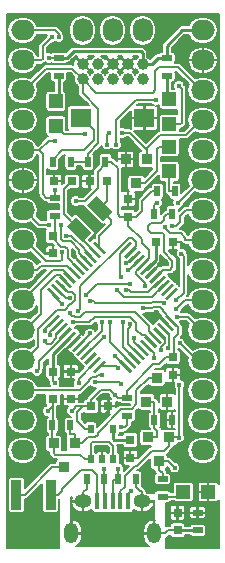
<source format=gbr>
G04 #@! TF.FileFunction,Copper,L1,Top,Signal*
%FSLAX46Y46*%
G04 Gerber Fmt 4.6, Leading zero omitted, Abs format (unit mm)*
G04 Created by KiCad (PCBNEW 4.0.3+e1-6302~38~ubuntu16.04.1-stable) date Sat Aug 13 15:25:40 2016*
%MOMM*%
%LPD*%
G01*
G04 APERTURE LIST*
%ADD10C,0.100000*%
%ADD11R,0.750000X0.800000*%
%ADD12R,0.800000X0.750000*%
%ADD13R,1.200000X1.200000*%
%ADD14R,0.900000X2.500000*%
%ADD15R,0.400000X1.350000*%
%ADD16O,1.450000X1.150000*%
%ADD17O,1.200000X1.750000*%
%ADD18O,1.727200X2.032000*%
%ADD19O,2.000000X1.700000*%
%ADD20O,2.032000X1.727200*%
%ADD21R,0.900000X0.500000*%
%ADD22R,0.914400X0.914400*%
%ADD23R,0.500000X0.900000*%
%ADD24R,1.800000X1.600000*%
%ADD25R,0.508000X0.762000*%
%ADD26C,0.200000*%
%ADD27C,1.000000*%
%ADD28C,0.400000*%
%ADD29C,0.200000*%
%ADD30C,0.250000*%
G04 APERTURE END LIST*
D10*
D11*
X139650000Y-142400000D03*
X139650000Y-143900000D03*
X129100000Y-118950000D03*
X129100000Y-120450000D03*
D12*
X129100000Y-132750000D03*
X130600000Y-132750000D03*
X133700000Y-114350000D03*
X132200000Y-114350000D03*
X130700000Y-114350000D03*
X129200000Y-114350000D03*
D11*
X135650000Y-136250000D03*
X135650000Y-137750000D03*
D12*
X132300000Y-133400000D03*
X133800000Y-133400000D03*
D11*
X135450000Y-117350000D03*
X135450000Y-115850000D03*
D12*
X139300000Y-119500000D03*
X137800000Y-119500000D03*
X129100000Y-130450000D03*
X130600000Y-130450000D03*
D11*
X139250000Y-129250000D03*
X139250000Y-130750000D03*
D13*
X129350000Y-107550000D03*
X129350000Y-109650000D03*
X138950000Y-107400000D03*
X138950000Y-109500000D03*
X138950000Y-113500000D03*
X138950000Y-111400000D03*
X140150000Y-140650000D03*
X142250000Y-140650000D03*
D14*
X128900000Y-140900000D03*
X126000000Y-140900000D03*
D15*
X132850000Y-141450000D03*
X133500000Y-141450000D03*
X134150000Y-141450000D03*
X134800000Y-141450000D03*
X135450000Y-141450000D03*
D16*
X136650000Y-141450000D03*
X131650000Y-141450000D03*
D17*
X137650000Y-144150000D03*
X130650000Y-144150000D03*
D18*
X131610000Y-101550000D03*
X134150000Y-101550000D03*
X136690000Y-101550000D03*
D19*
X126550000Y-101550000D03*
D20*
X126550000Y-104090000D03*
X126550000Y-106630000D03*
X126550000Y-109170000D03*
X126550000Y-111710000D03*
X126550000Y-114250000D03*
X126550000Y-116790000D03*
X126550000Y-119330000D03*
X126550000Y-121870000D03*
X126550000Y-124410000D03*
X126550000Y-126950000D03*
X126550000Y-129490000D03*
X126550000Y-132030000D03*
X126550000Y-134570000D03*
X126550000Y-137110000D03*
D19*
X141800000Y-101550000D03*
D20*
X141800000Y-104090000D03*
X141800000Y-106630000D03*
X141800000Y-109170000D03*
X141800000Y-111710000D03*
X141800000Y-114250000D03*
X141800000Y-116790000D03*
X141800000Y-119330000D03*
X141800000Y-121870000D03*
X141800000Y-124410000D03*
X141800000Y-126950000D03*
X141800000Y-129490000D03*
X141800000Y-132030000D03*
X141800000Y-134570000D03*
X141800000Y-137110000D03*
D21*
X129250000Y-115750000D03*
X129250000Y-117250000D03*
D22*
X135261000Y-112484000D03*
X137039000Y-112484000D03*
X136150000Y-114516000D03*
X137172000Y-136034000D03*
X138950000Y-136034000D03*
X138061000Y-138066000D03*
X129161000Y-136534000D03*
X130939000Y-136534000D03*
X130050000Y-138566000D03*
X138789000Y-133016000D03*
X137011000Y-133016000D03*
X137900000Y-130984000D03*
D21*
X129600000Y-103900000D03*
X129600000Y-105400000D03*
X141350000Y-142400000D03*
X141350000Y-143900000D03*
D23*
X137700000Y-117100000D03*
X139200000Y-117100000D03*
D21*
X138750000Y-103900000D03*
X138750000Y-105400000D03*
X135400000Y-132700000D03*
X135400000Y-134200000D03*
D23*
X137950000Y-115200000D03*
X139450000Y-115200000D03*
X137700000Y-134550000D03*
X139200000Y-134550000D03*
X129050000Y-135000000D03*
X130550000Y-135000000D03*
D21*
X138400000Y-139550000D03*
X138400000Y-141050000D03*
D23*
X133550000Y-112700000D03*
X132050000Y-112700000D03*
X129100000Y-112700000D03*
X130600000Y-112700000D03*
D24*
X131450000Y-109000000D03*
X136850000Y-109000000D03*
D25*
X132297500Y-137870000D03*
X134202500Y-137870000D03*
X132297500Y-135330000D03*
X133250000Y-137870000D03*
X134202500Y-135330000D03*
D23*
X134650000Y-139550000D03*
X136150000Y-139550000D03*
X133450000Y-139550000D03*
X131950000Y-139550000D03*
D10*
G36*
X132801040Y-115605457D02*
X134144543Y-116948960D01*
X133366726Y-117726777D01*
X132023223Y-116383274D01*
X132801040Y-115605457D01*
X132801040Y-115605457D01*
G37*
G36*
X131033274Y-117373223D02*
X132376777Y-118716726D01*
X131598960Y-119494543D01*
X130255457Y-118151040D01*
X131033274Y-117373223D01*
X131033274Y-117373223D01*
G37*
G36*
X132470621Y-119608311D02*
X132647398Y-119431534D01*
X133566637Y-120350773D01*
X133389860Y-120527550D01*
X132470621Y-119608311D01*
X132470621Y-119608311D01*
G37*
G36*
X132117068Y-119961864D02*
X132293845Y-119785087D01*
X133213084Y-120704326D01*
X133036307Y-120881103D01*
X132117068Y-119961864D01*
X132117068Y-119961864D01*
G37*
G36*
X131763514Y-120315418D02*
X131940291Y-120138641D01*
X132859530Y-121057880D01*
X132682753Y-121234657D01*
X131763514Y-120315418D01*
X131763514Y-120315418D01*
G37*
G36*
X131409961Y-120668971D02*
X131586738Y-120492194D01*
X132505977Y-121411433D01*
X132329200Y-121588210D01*
X131409961Y-120668971D01*
X131409961Y-120668971D01*
G37*
G36*
X131056408Y-121022524D02*
X131233185Y-120845747D01*
X132152424Y-121764986D01*
X131975647Y-121941763D01*
X131056408Y-121022524D01*
X131056408Y-121022524D01*
G37*
G36*
X130702854Y-121376078D02*
X130879631Y-121199301D01*
X131798870Y-122118540D01*
X131622093Y-122295317D01*
X130702854Y-121376078D01*
X130702854Y-121376078D01*
G37*
G36*
X130349301Y-121729631D02*
X130526078Y-121552854D01*
X131445317Y-122472093D01*
X131268540Y-122648870D01*
X130349301Y-121729631D01*
X130349301Y-121729631D01*
G37*
G36*
X129995747Y-122083185D02*
X130172524Y-121906408D01*
X131091763Y-122825647D01*
X130914986Y-123002424D01*
X129995747Y-122083185D01*
X129995747Y-122083185D01*
G37*
G36*
X129642194Y-122436738D02*
X129818971Y-122259961D01*
X130738210Y-123179200D01*
X130561433Y-123355977D01*
X129642194Y-122436738D01*
X129642194Y-122436738D01*
G37*
G36*
X129288641Y-122790291D02*
X129465418Y-122613514D01*
X130384657Y-123532753D01*
X130207880Y-123709530D01*
X129288641Y-122790291D01*
X129288641Y-122790291D01*
G37*
G36*
X128935087Y-123143845D02*
X129111864Y-122967068D01*
X130031103Y-123886307D01*
X129854326Y-124063084D01*
X128935087Y-123143845D01*
X128935087Y-123143845D01*
G37*
G36*
X128581534Y-123497398D02*
X128758311Y-123320621D01*
X129677550Y-124239860D01*
X129500773Y-124416637D01*
X128581534Y-123497398D01*
X128581534Y-123497398D01*
G37*
G36*
X128758311Y-126679379D02*
X128581534Y-126502602D01*
X129500773Y-125583363D01*
X129677550Y-125760140D01*
X128758311Y-126679379D01*
X128758311Y-126679379D01*
G37*
G36*
X129111864Y-127032932D02*
X128935087Y-126856155D01*
X129854326Y-125936916D01*
X130031103Y-126113693D01*
X129111864Y-127032932D01*
X129111864Y-127032932D01*
G37*
G36*
X129465418Y-127386486D02*
X129288641Y-127209709D01*
X130207880Y-126290470D01*
X130384657Y-126467247D01*
X129465418Y-127386486D01*
X129465418Y-127386486D01*
G37*
G36*
X129818971Y-127740039D02*
X129642194Y-127563262D01*
X130561433Y-126644023D01*
X130738210Y-126820800D01*
X129818971Y-127740039D01*
X129818971Y-127740039D01*
G37*
G36*
X130172524Y-128093592D02*
X129995747Y-127916815D01*
X130914986Y-126997576D01*
X131091763Y-127174353D01*
X130172524Y-128093592D01*
X130172524Y-128093592D01*
G37*
G36*
X130526078Y-128447146D02*
X130349301Y-128270369D01*
X131268540Y-127351130D01*
X131445317Y-127527907D01*
X130526078Y-128447146D01*
X130526078Y-128447146D01*
G37*
G36*
X130879631Y-128800699D02*
X130702854Y-128623922D01*
X131622093Y-127704683D01*
X131798870Y-127881460D01*
X130879631Y-128800699D01*
X130879631Y-128800699D01*
G37*
G36*
X131233185Y-129154253D02*
X131056408Y-128977476D01*
X131975647Y-128058237D01*
X132152424Y-128235014D01*
X131233185Y-129154253D01*
X131233185Y-129154253D01*
G37*
G36*
X131586738Y-129507806D02*
X131409961Y-129331029D01*
X132329200Y-128411790D01*
X132505977Y-128588567D01*
X131586738Y-129507806D01*
X131586738Y-129507806D01*
G37*
G36*
X131940291Y-129861359D02*
X131763514Y-129684582D01*
X132682753Y-128765343D01*
X132859530Y-128942120D01*
X131940291Y-129861359D01*
X131940291Y-129861359D01*
G37*
G36*
X132293845Y-130214913D02*
X132117068Y-130038136D01*
X133036307Y-129118897D01*
X133213084Y-129295674D01*
X132293845Y-130214913D01*
X132293845Y-130214913D01*
G37*
G36*
X132647398Y-130568466D02*
X132470621Y-130391689D01*
X133389860Y-129472450D01*
X133566637Y-129649227D01*
X132647398Y-130568466D01*
X132647398Y-130568466D01*
G37*
G36*
X134733363Y-129649227D02*
X134910140Y-129472450D01*
X135829379Y-130391689D01*
X135652602Y-130568466D01*
X134733363Y-129649227D01*
X134733363Y-129649227D01*
G37*
G36*
X135086916Y-129295674D02*
X135263693Y-129118897D01*
X136182932Y-130038136D01*
X136006155Y-130214913D01*
X135086916Y-129295674D01*
X135086916Y-129295674D01*
G37*
G36*
X135440470Y-128942120D02*
X135617247Y-128765343D01*
X136536486Y-129684582D01*
X136359709Y-129861359D01*
X135440470Y-128942120D01*
X135440470Y-128942120D01*
G37*
G36*
X135794023Y-128588567D02*
X135970800Y-128411790D01*
X136890039Y-129331029D01*
X136713262Y-129507806D01*
X135794023Y-128588567D01*
X135794023Y-128588567D01*
G37*
G36*
X136147576Y-128235014D02*
X136324353Y-128058237D01*
X137243592Y-128977476D01*
X137066815Y-129154253D01*
X136147576Y-128235014D01*
X136147576Y-128235014D01*
G37*
G36*
X136501130Y-127881460D02*
X136677907Y-127704683D01*
X137597146Y-128623922D01*
X137420369Y-128800699D01*
X136501130Y-127881460D01*
X136501130Y-127881460D01*
G37*
G36*
X136854683Y-127527907D02*
X137031460Y-127351130D01*
X137950699Y-128270369D01*
X137773922Y-128447146D01*
X136854683Y-127527907D01*
X136854683Y-127527907D01*
G37*
G36*
X137208237Y-127174353D02*
X137385014Y-126997576D01*
X138304253Y-127916815D01*
X138127476Y-128093592D01*
X137208237Y-127174353D01*
X137208237Y-127174353D01*
G37*
G36*
X137561790Y-126820800D02*
X137738567Y-126644023D01*
X138657806Y-127563262D01*
X138481029Y-127740039D01*
X137561790Y-126820800D01*
X137561790Y-126820800D01*
G37*
G36*
X137915343Y-126467247D02*
X138092120Y-126290470D01*
X139011359Y-127209709D01*
X138834582Y-127386486D01*
X137915343Y-126467247D01*
X137915343Y-126467247D01*
G37*
G36*
X138268897Y-126113693D02*
X138445674Y-125936916D01*
X139364913Y-126856155D01*
X139188136Y-127032932D01*
X138268897Y-126113693D01*
X138268897Y-126113693D01*
G37*
G36*
X138622450Y-125760140D02*
X138799227Y-125583363D01*
X139718466Y-126502602D01*
X139541689Y-126679379D01*
X138622450Y-125760140D01*
X138622450Y-125760140D01*
G37*
G36*
X138799227Y-124416637D02*
X138622450Y-124239860D01*
X139541689Y-123320621D01*
X139718466Y-123497398D01*
X138799227Y-124416637D01*
X138799227Y-124416637D01*
G37*
G36*
X138445674Y-124063084D02*
X138268897Y-123886307D01*
X139188136Y-122967068D01*
X139364913Y-123143845D01*
X138445674Y-124063084D01*
X138445674Y-124063084D01*
G37*
G36*
X138092120Y-123709530D02*
X137915343Y-123532753D01*
X138834582Y-122613514D01*
X139011359Y-122790291D01*
X138092120Y-123709530D01*
X138092120Y-123709530D01*
G37*
G36*
X137738567Y-123355977D02*
X137561790Y-123179200D01*
X138481029Y-122259961D01*
X138657806Y-122436738D01*
X137738567Y-123355977D01*
X137738567Y-123355977D01*
G37*
G36*
X137385014Y-123002424D02*
X137208237Y-122825647D01*
X138127476Y-121906408D01*
X138304253Y-122083185D01*
X137385014Y-123002424D01*
X137385014Y-123002424D01*
G37*
G36*
X137031460Y-122648870D02*
X136854683Y-122472093D01*
X137773922Y-121552854D01*
X137950699Y-121729631D01*
X137031460Y-122648870D01*
X137031460Y-122648870D01*
G37*
G36*
X136677907Y-122295317D02*
X136501130Y-122118540D01*
X137420369Y-121199301D01*
X137597146Y-121376078D01*
X136677907Y-122295317D01*
X136677907Y-122295317D01*
G37*
G36*
X136324353Y-121941763D02*
X136147576Y-121764986D01*
X137066815Y-120845747D01*
X137243592Y-121022524D01*
X136324353Y-121941763D01*
X136324353Y-121941763D01*
G37*
G36*
X135970800Y-121588210D02*
X135794023Y-121411433D01*
X136713262Y-120492194D01*
X136890039Y-120668971D01*
X135970800Y-121588210D01*
X135970800Y-121588210D01*
G37*
G36*
X135617247Y-121234657D02*
X135440470Y-121057880D01*
X136359709Y-120138641D01*
X136536486Y-120315418D01*
X135617247Y-121234657D01*
X135617247Y-121234657D01*
G37*
G36*
X135263693Y-120881103D02*
X135086916Y-120704326D01*
X136006155Y-119785087D01*
X136182932Y-119961864D01*
X135263693Y-120881103D01*
X135263693Y-120881103D01*
G37*
G36*
X134910140Y-120527550D02*
X134733363Y-120350773D01*
X135652602Y-119431534D01*
X135829379Y-119608311D01*
X134910140Y-120527550D01*
X134910140Y-120527550D01*
G37*
D26*
X137000000Y-132000000D03*
D27*
X136690000Y-104415000D03*
X136690000Y-105685000D03*
X135420000Y-104415000D03*
X135420000Y-105685000D03*
X134150000Y-104415000D03*
X134150000Y-105685000D03*
X132880000Y-104415000D03*
X132880000Y-105685000D03*
X131610000Y-104415000D03*
X131610000Y-105685000D03*
D26*
X129250000Y-116500000D03*
D28*
X131639979Y-134132906D03*
X129200000Y-113550000D03*
X130550000Y-116950000D03*
X130821080Y-120328912D03*
X138739979Y-121344249D03*
X139295985Y-120448104D03*
X139600000Y-122250000D03*
X137850000Y-125450000D03*
X133750000Y-132550000D03*
X133250000Y-134350000D03*
X130600000Y-131450000D03*
X131950000Y-132300000D03*
X137300000Y-140550000D03*
X135700000Y-140550000D03*
X134850000Y-137250000D03*
X133250000Y-136900000D03*
X135450000Y-109000000D03*
X135450000Y-110800000D03*
X128650000Y-133800000D03*
X130694258Y-133786249D03*
X131030010Y-116016057D03*
X134335592Y-132400977D03*
X129250000Y-110900000D03*
X128750000Y-103900000D03*
X129256482Y-131434408D03*
X129250000Y-115105002D03*
X136900000Y-123250000D03*
X136700000Y-125100000D03*
X139400000Y-138600000D03*
X131846605Y-110380352D03*
X134563544Y-123581042D03*
X134900000Y-122450000D03*
X139750000Y-106250000D03*
X138222876Y-128619759D03*
X133450000Y-138700000D03*
X138822218Y-128473682D03*
X134650000Y-138700000D03*
X139979398Y-120458066D03*
X139800000Y-131549990D03*
X139550000Y-124400000D03*
X137900000Y-116150000D03*
X134900000Y-135150000D03*
X139800000Y-136050000D03*
X135272367Y-121270430D03*
X135475583Y-121813666D03*
X135300000Y-123575022D03*
X132233461Y-127224937D03*
X133401569Y-127551569D03*
X133215190Y-126280010D03*
X130509706Y-125529536D03*
X129600000Y-102150000D03*
X130798124Y-126255381D03*
X129000000Y-102150000D03*
X128796066Y-118014677D03*
X129756077Y-118050000D03*
X129861068Y-120350009D03*
X130235011Y-118950000D03*
X131193607Y-125324473D03*
X133226007Y-130718112D03*
X127746011Y-130416272D03*
X128439246Y-127878904D03*
X134969990Y-110250000D03*
X133700000Y-111250000D03*
X133960171Y-126280010D03*
X133850000Y-110249980D03*
X134450000Y-111250000D03*
X135595967Y-126429614D03*
X137800000Y-107450000D03*
X139700000Y-116200000D03*
X134362771Y-129137228D03*
X135035581Y-126280010D03*
X139208312Y-118169425D03*
X129900000Y-124750000D03*
X135626686Y-123050012D03*
X131919467Y-123998304D03*
X138583437Y-118254464D03*
X138482116Y-124642874D03*
X132269990Y-124495839D03*
X130520898Y-124201442D03*
X139550000Y-125150000D03*
X137698201Y-129290734D03*
X139602084Y-125830703D03*
X136000000Y-127600000D03*
X134652921Y-130175333D03*
X139824294Y-128039595D03*
X134894193Y-131515355D03*
X132633618Y-131363604D03*
X128416055Y-127049857D03*
X128878621Y-127399780D03*
X131269990Y-131444067D03*
D29*
X131682319Y-134132906D02*
X131639979Y-134132906D01*
X131899410Y-134349997D02*
X131682319Y-134132906D01*
X131899413Y-134350000D02*
X131899410Y-134349997D01*
X133250000Y-134350000D02*
X131899413Y-134350000D01*
X129200000Y-114350000D02*
X129200000Y-113550000D01*
X130550000Y-116950000D02*
X130550000Y-115650000D01*
X130550000Y-115650000D02*
X130950000Y-115250000D01*
X130950000Y-115250000D02*
X131950000Y-115250000D01*
X131950000Y-115250000D02*
X132200000Y-115000000D01*
X132200000Y-115000000D02*
X132200000Y-114350000D01*
X130821080Y-120610419D02*
X130821080Y-120328912D01*
X131604416Y-121393755D02*
X130821080Y-120610419D01*
X138457137Y-121344249D02*
X138739979Y-121344249D01*
X138159304Y-121344249D02*
X138457137Y-121344249D01*
X137402691Y-122100862D02*
X138159304Y-121344249D01*
X139300000Y-119500000D02*
X139300000Y-120444089D01*
X139300000Y-120444089D02*
X139295985Y-120448104D01*
X139600000Y-120752119D02*
X139295985Y-120448104D01*
X139600000Y-122250000D02*
X139600000Y-120752119D01*
X138816905Y-126416905D02*
X137850000Y-125450000D01*
X138816905Y-126484924D02*
X138816905Y-126416905D01*
X133800000Y-133400000D02*
X133800000Y-132600000D01*
X133800000Y-132600000D02*
X133750000Y-132550000D01*
X133800000Y-133400000D02*
X133800000Y-133800000D01*
X133800000Y-133800000D02*
X133250000Y-134350000D01*
X133800000Y-133400000D02*
X133775000Y-133400000D01*
X130600000Y-130450000D02*
X130600000Y-131450000D01*
X131500001Y-132499999D02*
X131250000Y-132750000D01*
X131250000Y-132750000D02*
X130600000Y-132750000D01*
X131950000Y-132300000D02*
X131750001Y-132499999D01*
X131750001Y-132499999D02*
X131500001Y-132499999D01*
X135450000Y-141450000D02*
X135450000Y-140800000D01*
X135450000Y-140800000D02*
X135700000Y-140550000D01*
X134850000Y-137650000D02*
X134950000Y-137750000D01*
X134950000Y-137750000D02*
X135650000Y-137750000D01*
X134850000Y-137250000D02*
X134850000Y-137650000D01*
X133250000Y-137870000D02*
X133250000Y-136900000D01*
X135450000Y-109000000D02*
X136850000Y-109000000D01*
X135261000Y-112484000D02*
X135261000Y-110989000D01*
X135261000Y-110989000D02*
X135450000Y-110800000D01*
X138850000Y-143900000D02*
X138600000Y-144150000D01*
X138600000Y-144150000D02*
X137650000Y-144150000D01*
X139650000Y-143900000D02*
X138850000Y-143900000D01*
X136500000Y-140550000D02*
X136525000Y-140550000D01*
X136525000Y-140550000D02*
X136650000Y-140675000D01*
X136650000Y-140675000D02*
X136650000Y-141450000D01*
X136150000Y-139550000D02*
X136150000Y-140200000D01*
X136150000Y-140200000D02*
X136500000Y-140550000D01*
X131650000Y-141450000D02*
X131650000Y-140675000D01*
X131650000Y-140675000D02*
X131950000Y-140375000D01*
X131950000Y-140375000D02*
X131950000Y-139550000D01*
D30*
X141350000Y-143900000D02*
X139650000Y-143900000D01*
D29*
X129100000Y-119147820D02*
X129100000Y-118950000D01*
X130112567Y-119869999D02*
X129822179Y-119869999D01*
X131250862Y-121747309D02*
X130341078Y-120837525D01*
X130341078Y-120837525D02*
X130341078Y-120098510D01*
X130341078Y-120098510D02*
X130112567Y-119869999D01*
X129822179Y-119869999D02*
X129100000Y-119147820D01*
X129276067Y-118773933D02*
X129100000Y-118950000D01*
X129276067Y-117726067D02*
X129276067Y-118773933D01*
X129250000Y-117700000D02*
X129276067Y-117726067D01*
X129250000Y-117250000D02*
X129250000Y-117700000D01*
X132297500Y-137870000D02*
X132297500Y-136552500D01*
X132297500Y-136552500D02*
X132450000Y-136400000D01*
X132450000Y-136400000D02*
X133850000Y-136400000D01*
X133850000Y-136400000D02*
X134202500Y-136752500D01*
X134202500Y-136752500D02*
X134202500Y-137870000D01*
X129100000Y-133350000D02*
X128650000Y-133800000D01*
X129100000Y-132750000D02*
X129100000Y-133350000D01*
X129100000Y-132750000D02*
X129125000Y-132750000D01*
X129100000Y-132750000D02*
X129100000Y-134950000D01*
X129100000Y-134950000D02*
X129050000Y-135000000D01*
X129050000Y-135000000D02*
X129050000Y-136423000D01*
X129050000Y-136423000D02*
X129161000Y-136534000D01*
X129300000Y-137500000D02*
X129161000Y-137361000D01*
X129161000Y-137361000D02*
X129161000Y-136534000D01*
X131423500Y-137500000D02*
X129300000Y-137500000D01*
X132297500Y-137870000D02*
X131793500Y-137870000D01*
X131793500Y-137870000D02*
X131423500Y-137500000D01*
X133083883Y-116666117D02*
X133700000Y-116050000D01*
X133700000Y-116050000D02*
X133700000Y-114350000D01*
X134000000Y-118000000D02*
X134000000Y-117582234D01*
X134000000Y-117582234D02*
X133083883Y-116666117D01*
X133018629Y-118981371D02*
X134000000Y-118000000D01*
X133018629Y-119979542D02*
X133018629Y-118981371D01*
X130675000Y-114350000D02*
X130700000Y-114350000D01*
X131316117Y-118433883D02*
X130019998Y-117137764D01*
X130019998Y-117137764D02*
X130019998Y-115005002D01*
X130019998Y-115005002D02*
X130675000Y-114350000D01*
X132665076Y-120333095D02*
X131316117Y-118984136D01*
X131316117Y-118984136D02*
X131316117Y-118433883D01*
D30*
X134200000Y-136150000D02*
X134300000Y-136250000D01*
X134300000Y-136250000D02*
X135650000Y-136250000D01*
X134200000Y-135459500D02*
X134200000Y-136150000D01*
X134202500Y-135330000D02*
X134202500Y-135457000D01*
X134202500Y-135457000D02*
X134200000Y-135459500D01*
D29*
X131080507Y-133400000D02*
X130894257Y-133586250D01*
X132300000Y-133400000D02*
X131080507Y-133400000D01*
X131700000Y-133400000D02*
X132300000Y-133400000D01*
X131843500Y-135330000D02*
X131159977Y-134646477D01*
X132297500Y-135330000D02*
X131843500Y-135330000D01*
X131662481Y-133400000D02*
X131700000Y-133400000D01*
X131159977Y-134646477D02*
X131159977Y-133902504D01*
X131159977Y-133902504D02*
X131662481Y-133400000D01*
X130894257Y-133586250D02*
X130694258Y-133786249D01*
X132880001Y-114949001D02*
X131812945Y-116016057D01*
X132880001Y-113569999D02*
X132880001Y-114949001D01*
X133550000Y-112900000D02*
X132880001Y-113569999D01*
X131812945Y-116016057D02*
X131312852Y-116016057D01*
X133550000Y-112700000D02*
X133550000Y-112900000D01*
X131312852Y-116016057D02*
X131030010Y-116016057D01*
X139170458Y-126131371D02*
X138380002Y-125340915D01*
X137489596Y-125100000D02*
X136982842Y-125100000D01*
X137619598Y-124969998D02*
X137489596Y-125100000D01*
X138380002Y-125219598D02*
X138130402Y-124969998D01*
X138380002Y-125340915D02*
X138380002Y-125219598D01*
X138130402Y-124969998D02*
X137619598Y-124969998D01*
X136982842Y-125100000D02*
X136700000Y-125100000D01*
X134634615Y-132700000D02*
X134535591Y-132600976D01*
X134750000Y-132700000D02*
X134634615Y-132700000D01*
X132300000Y-132825000D02*
X133129688Y-131995312D01*
X132300000Y-133400000D02*
X132300000Y-132825000D01*
X134535591Y-132600976D02*
X134335592Y-132400977D01*
X133929927Y-131995312D02*
X134135593Y-132200978D01*
X134135593Y-132200978D02*
X134335592Y-132400977D01*
X133129688Y-131995312D02*
X133929927Y-131995312D01*
X134750000Y-132700000D02*
X134719998Y-132669998D01*
X135400000Y-132700000D02*
X134750000Y-132700000D01*
X132325000Y-133400000D02*
X132300000Y-133400000D01*
X129250000Y-110900000D02*
X128770000Y-110900000D01*
X128770000Y-110900000D02*
X127960000Y-111710000D01*
X129600000Y-103900000D02*
X128750000Y-103900000D01*
D30*
X130543755Y-127555236D02*
X130543755Y-127545584D01*
X129100000Y-128998991D02*
X130543755Y-127555236D01*
X129100000Y-130450000D02*
X129100000Y-128998991D01*
D29*
X129100000Y-131277926D02*
X129256482Y-131434408D01*
X129100000Y-130450000D02*
X129100000Y-131277926D01*
X129250000Y-115105002D02*
X129250000Y-115750000D01*
X136900000Y-123250000D02*
X136900000Y-122967158D01*
X136900000Y-122967158D02*
X136165255Y-122232413D01*
X136165255Y-122232413D02*
X136165255Y-121924084D01*
X136165255Y-121924084D02*
X136695584Y-121393755D01*
X137615598Y-129850000D02*
X138075000Y-129850000D01*
X138675000Y-129250000D02*
X139250000Y-129250000D01*
X138075000Y-129850000D02*
X138675000Y-129250000D01*
X135400000Y-132065598D02*
X137615598Y-129850000D01*
X135400000Y-132700000D02*
X135400000Y-132065598D01*
X139700787Y-127288811D02*
X139700787Y-126661700D01*
X139250000Y-129250000D02*
X139344284Y-129155716D01*
X139700787Y-126661700D02*
X139170458Y-126131371D01*
X139344284Y-127645314D02*
X139700787Y-127288811D01*
X139344284Y-129155716D02*
X139344284Y-127645314D01*
D30*
X129600000Y-103900000D02*
X130300000Y-103900000D01*
X130300000Y-103900000D02*
X130850000Y-103350000D01*
X130850000Y-103350000D02*
X136550000Y-103350000D01*
X136550000Y-103350000D02*
X136690000Y-103490000D01*
X136690000Y-103490000D02*
X136690000Y-104415000D01*
D29*
X136615263Y-119265263D02*
X135450000Y-118100000D01*
X135450000Y-118100000D02*
X135450000Y-117350000D01*
X137225913Y-120863426D02*
X137225913Y-120200001D01*
X137225913Y-120200001D02*
X136615263Y-119589351D01*
X136615263Y-119589351D02*
X136615263Y-119265263D01*
X138061000Y-138066000D02*
X138866000Y-138066000D01*
X138866000Y-138066000D02*
X139400000Y-138600000D01*
X138200000Y-138850000D02*
X138137800Y-138850000D01*
X138137800Y-138850000D02*
X138061000Y-138773200D01*
X138061000Y-138773200D02*
X138061000Y-138066000D01*
X138400000Y-139550000D02*
X138400000Y-139050000D01*
X138400000Y-139050000D02*
X138200000Y-138850000D01*
X128250000Y-112000000D02*
X127960000Y-111710000D01*
X127960000Y-111710000D02*
X126550000Y-111710000D01*
X128250000Y-115450000D02*
X128250000Y-112000000D01*
X129250000Y-115750000D02*
X128550000Y-115750000D01*
X128550000Y-115750000D02*
X128250000Y-115450000D01*
X134600000Y-117150000D02*
X134800000Y-117350000D01*
X134800000Y-117350000D02*
X135450000Y-117350000D01*
X134600000Y-113250000D02*
X134600000Y-117150000D01*
X133550000Y-112700000D02*
X134050000Y-112700000D01*
X134050000Y-112700000D02*
X134600000Y-113250000D01*
X136650000Y-116850000D02*
X136150000Y-117350000D01*
X136150000Y-117350000D02*
X135450000Y-117350000D01*
X136650000Y-116000000D02*
X136650000Y-116850000D01*
X137950000Y-115200000D02*
X137450000Y-115200000D01*
X137450000Y-115200000D02*
X136650000Y-116000000D01*
X137225913Y-120863426D02*
X136695584Y-121393755D01*
D30*
X136690000Y-104415000D02*
X137467817Y-104415000D01*
X137467817Y-104415000D02*
X137982817Y-103900000D01*
X137982817Y-103900000D02*
X138750000Y-103900000D01*
X138750000Y-102850000D02*
X140050000Y-101550000D01*
X140050000Y-101550000D02*
X141800000Y-101550000D01*
X138750000Y-103900000D02*
X138750000Y-102850000D01*
X137800000Y-119500000D02*
X137800000Y-120996447D01*
X137800000Y-120996447D02*
X137049138Y-121747309D01*
X129600000Y-105400000D02*
X129600000Y-107300000D01*
X129600000Y-107300000D02*
X129350000Y-107550000D01*
D29*
X129350000Y-109650000D02*
X130080352Y-110380352D01*
X130080352Y-110380352D02*
X131563763Y-110380352D01*
X131563763Y-110380352D02*
X131846605Y-110380352D01*
X137045679Y-124147537D02*
X135130039Y-124147537D01*
X135130039Y-124147537D02*
X134563544Y-123581042D01*
X138463351Y-123161522D02*
X137477336Y-124147537D01*
X137477336Y-124147537D02*
X137045679Y-124147537D01*
D30*
X138750000Y-105400000D02*
X138750000Y-107200000D01*
X138750000Y-107200000D02*
X138950000Y-107400000D01*
X138750000Y-107350000D02*
X138950000Y-107550000D01*
D29*
X134751042Y-121971507D02*
X134751042Y-122301042D01*
X134751042Y-122301042D02*
X134900000Y-122450000D01*
X134751042Y-120509871D02*
X134751042Y-121971507D01*
X135281371Y-119979542D02*
X134751042Y-120509871D01*
X140000000Y-109400000D02*
X139900000Y-109500000D01*
X139900000Y-109500000D02*
X138950000Y-109500000D01*
X140000000Y-106500000D02*
X140000000Y-109400000D01*
X139750000Y-106250000D02*
X140000000Y-106500000D01*
X138950000Y-115150000D02*
X139000000Y-115200000D01*
X139000000Y-115200000D02*
X139450000Y-115200000D01*
X138950000Y-113500000D02*
X138950000Y-115150000D01*
X137900000Y-113473200D02*
X137900000Y-111600000D01*
X137900000Y-111600000D02*
X138100000Y-111400000D01*
X138100000Y-111400000D02*
X138950000Y-111400000D01*
X136150000Y-114516000D02*
X136857200Y-114516000D01*
X136857200Y-114516000D02*
X137900000Y-113473200D01*
X138400000Y-141050000D02*
X139750000Y-141050000D01*
X139750000Y-141050000D02*
X140150000Y-140650000D01*
X129900000Y-140395998D02*
X129900000Y-140550000D01*
X129900000Y-140550000D02*
X129550000Y-140900000D01*
X129550000Y-140900000D02*
X128900000Y-140900000D01*
X132850000Y-141450000D02*
X132850000Y-139245998D01*
X132850000Y-139245998D02*
X132424001Y-138819999D01*
X132424001Y-138819999D02*
X131475999Y-138819999D01*
X131475999Y-138819999D02*
X129900000Y-140395998D01*
X126000000Y-140900000D02*
X126700000Y-140900000D01*
X126700000Y-140900000D02*
X129034000Y-138566000D01*
X129034000Y-138566000D02*
X129342800Y-138566000D01*
X129342800Y-138566000D02*
X130050000Y-138566000D01*
X138222876Y-128394187D02*
X138222876Y-128619759D01*
X138584263Y-128032800D02*
X138222876Y-128394187D01*
X138109798Y-127192031D02*
X138584263Y-127666496D01*
X138584263Y-127666496D02*
X138584263Y-128032800D01*
X133450000Y-139550000D02*
X133450000Y-138700000D01*
X133450000Y-139550000D02*
X133450000Y-141400000D01*
X133450000Y-141400000D02*
X133500000Y-141450000D01*
X138463351Y-126838478D02*
X138964273Y-127339400D01*
X138964273Y-127339400D02*
X138964273Y-128331627D01*
X138964273Y-128331627D02*
X138822218Y-128473682D01*
X134650000Y-139550000D02*
X134650000Y-138700000D01*
X134150000Y-139750000D02*
X134350000Y-139550000D01*
X134350000Y-139550000D02*
X134650000Y-139550000D01*
X134150000Y-141450000D02*
X134150000Y-139750000D01*
X140179397Y-120658065D02*
X139979398Y-120458066D01*
X139550000Y-124400000D02*
X140179397Y-123770603D01*
X140179397Y-123770603D02*
X140179397Y-120658065D01*
X139800000Y-136050000D02*
X139800000Y-131549990D01*
X138950000Y-136034000D02*
X138950000Y-136741200D01*
X138950000Y-136741200D02*
X138541200Y-137150000D01*
X138541200Y-137150000D02*
X137477598Y-137150000D01*
X137477598Y-137150000D02*
X136197597Y-138430001D01*
X136197597Y-138430001D02*
X136065997Y-138430001D01*
X136065997Y-138430001D02*
X135180001Y-139315997D01*
X135180001Y-139315997D02*
X135180001Y-140194999D01*
X135180001Y-140194999D02*
X134800000Y-140575000D01*
X134800000Y-140575000D02*
X134800000Y-141450000D01*
X137700000Y-117100000D02*
X137700000Y-116350000D01*
X137700000Y-116350000D02*
X137900000Y-116150000D01*
X135200000Y-135150000D02*
X135400000Y-134950000D01*
X135400000Y-134950000D02*
X135400000Y-134200000D01*
X134900000Y-135150000D02*
X135200000Y-135150000D01*
X138950000Y-136034000D02*
X139784000Y-136034000D01*
X139784000Y-136034000D02*
X139800000Y-136050000D01*
X135988478Y-120686649D02*
X135404697Y-121270430D01*
X135404697Y-121270430D02*
X135272367Y-121270430D01*
X136342031Y-121040202D02*
X135568567Y-121813666D01*
X135568567Y-121813666D02*
X135475583Y-121813666D01*
X131610000Y-105685000D02*
X130749999Y-104824999D01*
X126702400Y-106630000D02*
X126550000Y-106630000D01*
X128507401Y-104824999D02*
X126702400Y-106630000D01*
X130749999Y-104824999D02*
X128507401Y-104824999D01*
X137187766Y-123730001D02*
X135737821Y-123730001D01*
X135737821Y-123730001D02*
X135582842Y-123575022D01*
X135582842Y-123575022D02*
X135300000Y-123575022D01*
X138109798Y-122807969D02*
X137187766Y-123730001D01*
X132950000Y-108200000D02*
X131610000Y-106860000D01*
X131610000Y-106860000D02*
X131610000Y-105685000D01*
X132950000Y-111100000D02*
X132950000Y-108200000D01*
X132050000Y-112700000D02*
X132050000Y-112000000D01*
X132050000Y-112000000D02*
X132950000Y-111100000D01*
X137550000Y-106850000D02*
X132775000Y-106850000D01*
X132775000Y-106850000D02*
X131610000Y-105685000D01*
X137750000Y-106650000D02*
X137550000Y-106850000D01*
X137750000Y-105000000D02*
X137750000Y-106650000D01*
X138050000Y-104700000D02*
X137750000Y-105000000D01*
X139717600Y-104700000D02*
X138050000Y-104700000D01*
X141800000Y-106630000D02*
X141647600Y-106630000D01*
X141647600Y-106630000D02*
X139717600Y-104700000D01*
X130600000Y-112700000D02*
X132050000Y-112700000D01*
X132233461Y-127270092D02*
X132233461Y-127224937D01*
X131250862Y-128252691D02*
X132233461Y-127270092D01*
X131957969Y-128959798D02*
X131957969Y-128942031D01*
X131957969Y-128942031D02*
X133400000Y-127500000D01*
X131604416Y-128606245D02*
X133215190Y-126995471D01*
X133215190Y-126562852D02*
X133215190Y-126280010D01*
X133215190Y-126995471D02*
X133215190Y-126562852D01*
X130709705Y-125729535D02*
X130509706Y-125529536D01*
X130888265Y-125729535D02*
X130709705Y-125729535D01*
X130963205Y-125804475D02*
X130888265Y-125729535D01*
X131424009Y-125804475D02*
X130963205Y-125804475D01*
X131808494Y-125419990D02*
X131424009Y-125804475D01*
X136069990Y-125419990D02*
X131808494Y-125419990D01*
X137225916Y-126575916D02*
X136069990Y-125419990D01*
X137225916Y-127015255D02*
X137225916Y-126575916D01*
X137756245Y-127545584D02*
X137225916Y-127015255D01*
X129600000Y-102150000D02*
X129600000Y-101867158D01*
X129600000Y-101867158D02*
X129282842Y-101550000D01*
X129282842Y-101550000D02*
X127750000Y-101550000D01*
X127750000Y-101550000D02*
X126550000Y-101550000D01*
X132194619Y-126255381D02*
X131080966Y-126255381D01*
X137402691Y-127899138D02*
X136872362Y-127368809D01*
X136872362Y-127368809D02*
X136618809Y-127368809D01*
X136618809Y-127368809D02*
X136150000Y-126900000D01*
X136150000Y-126900000D02*
X136150000Y-126300000D01*
X131080966Y-126255381D02*
X130798124Y-126255381D01*
X132650000Y-125800000D02*
X132194619Y-126255381D01*
X136150000Y-126300000D02*
X135650000Y-125800000D01*
X135650000Y-125800000D02*
X132650000Y-125800000D01*
X128250000Y-103950000D02*
X128110000Y-104090000D01*
X128110000Y-104090000D02*
X126550000Y-104090000D01*
X128250000Y-102900000D02*
X128250000Y-103950000D01*
X129000000Y-102150000D02*
X128250000Y-102900000D01*
X131325569Y-120154563D02*
X130610994Y-119439988D01*
X129755001Y-118333918D02*
X129756077Y-118332842D01*
X129755001Y-119265405D02*
X129755001Y-118333918D01*
X129929584Y-119439988D02*
X129755001Y-119265405D01*
X130610994Y-119439988D02*
X129929584Y-119439988D01*
X131325569Y-120407802D02*
X131325569Y-120154563D01*
X129756077Y-118332842D02*
X129756077Y-118050000D01*
X131957969Y-121040202D02*
X131325569Y-120407802D01*
X126550000Y-116790000D02*
X126702400Y-116790000D01*
X127927077Y-118014677D02*
X128796066Y-118014677D01*
X126702400Y-116790000D02*
X127927077Y-118014677D01*
X129861068Y-120632851D02*
X129861068Y-120350009D01*
X128502401Y-121130001D02*
X129699001Y-121130001D01*
X129699001Y-121130001D02*
X129861068Y-120967934D01*
X129861068Y-120967934D02*
X129861068Y-120632851D01*
X130658422Y-118950000D02*
X130517853Y-118950000D01*
X131781193Y-120156320D02*
X131781193Y-120072771D01*
X132311522Y-120686649D02*
X131781193Y-120156320D01*
X126702400Y-119330000D02*
X128502401Y-121130001D01*
X131781193Y-120072771D02*
X130658422Y-118950000D01*
X130517853Y-118950000D02*
X130235011Y-118950000D01*
X126550000Y-119330000D02*
X126702400Y-119330000D01*
X127766000Y-121870000D02*
X128125988Y-121510012D01*
X130306459Y-121510012D02*
X130366980Y-121570533D01*
X128125988Y-121510012D02*
X130306459Y-121510012D01*
X126550000Y-121870000D02*
X127766000Y-121870000D01*
X130366980Y-121570533D02*
X130897309Y-122100862D01*
X130013426Y-121924087D02*
X130543755Y-122454416D01*
X129979362Y-121890023D02*
X130013426Y-121924087D01*
X126550000Y-124410000D02*
X129069977Y-121890023D01*
X129069977Y-121890023D02*
X129979362Y-121890023D01*
X126702400Y-124410000D02*
X126550000Y-124410000D01*
X128100000Y-123519297D02*
X128100000Y-125552400D01*
X128100000Y-125552400D02*
X126702400Y-126950000D01*
X126702400Y-126950000D02*
X126550000Y-126950000D01*
X130190202Y-122807969D02*
X129659873Y-122277640D01*
X129659873Y-122277640D02*
X129341657Y-122277640D01*
X129341657Y-122277640D02*
X128100000Y-123519297D01*
X126702400Y-129490000D02*
X127846010Y-128346390D01*
X130130402Y-125230002D02*
X130588170Y-124772234D01*
X130588170Y-124772234D02*
X130660508Y-124772234D01*
X126550000Y-129490000D02*
X126702400Y-129490000D01*
X131000899Y-123996956D02*
X130695794Y-123691851D01*
X130695794Y-123691851D02*
X130366978Y-123691851D01*
X130366978Y-123691851D02*
X129836649Y-123161522D01*
X130660508Y-124772234D02*
X131000899Y-124431843D01*
X131000899Y-124431843D02*
X131000899Y-123996956D01*
X127846010Y-128346390D02*
X127846010Y-126842131D01*
X127846010Y-126842131D02*
X129458139Y-125230002D01*
X129458139Y-125230002D02*
X130130402Y-125230002D01*
X127766000Y-132030000D02*
X126550000Y-132030000D01*
X132777674Y-130883603D02*
X132403217Y-130883603D01*
X132153617Y-131282309D02*
X131405926Y-132030000D01*
X132403217Y-130883603D02*
X132153617Y-131133203D01*
X133226007Y-130718112D02*
X132943165Y-130718112D01*
X131405926Y-132030000D02*
X127766000Y-132030000D01*
X132943165Y-130718112D02*
X132777674Y-130883603D01*
X132153617Y-131133203D02*
X132153617Y-131282309D01*
X135634924Y-120333095D02*
X136165253Y-119802766D01*
X136165253Y-119802766D02*
X136165253Y-119484550D01*
X136165253Y-119484550D02*
X135787227Y-119106524D01*
X135787227Y-119106524D02*
X135517977Y-119106524D01*
X135517977Y-119106524D02*
X131393606Y-123230895D01*
X131393606Y-123230895D02*
X131393606Y-125124474D01*
X131393606Y-125124474D02*
X131193607Y-125324473D01*
X127946010Y-130216273D02*
X127746011Y-130416272D01*
X129738632Y-127787587D02*
X127946010Y-129580209D01*
X127946010Y-129580209D02*
X127946010Y-130216273D01*
X129738632Y-127643601D02*
X129738632Y-127787587D01*
X130190202Y-127192031D02*
X129738632Y-127643601D01*
X128639245Y-128078903D02*
X128439246Y-127878904D01*
X128909900Y-128078903D02*
X128639245Y-128078903D01*
X129358622Y-127630181D02*
X128909900Y-128078903D01*
X129358622Y-127316505D02*
X129358622Y-127630181D01*
X129836649Y-126838478D02*
X129358622Y-127316505D01*
X135252832Y-110250000D02*
X134969990Y-110250000D01*
X137039000Y-112484000D02*
X137039000Y-111678596D01*
X137039000Y-111678596D02*
X135610404Y-110250000D01*
X135610404Y-110250000D02*
X135252832Y-110250000D01*
X133700000Y-111250000D02*
X133700000Y-110399980D01*
X133700000Y-110399980D02*
X133850000Y-110249980D01*
X133960171Y-127992152D02*
X133960171Y-126562852D01*
X135634924Y-129666905D02*
X133960171Y-127992152D01*
X133960171Y-126562852D02*
X133960171Y-126280010D01*
X133849997Y-110249983D02*
X133850000Y-110249980D01*
X137039000Y-112484000D02*
X137039000Y-111525998D01*
X137039000Y-111525998D02*
X138139997Y-110425001D01*
X138139997Y-110425001D02*
X140392599Y-110425001D01*
X140392599Y-110425001D02*
X141647600Y-109170000D01*
X141647600Y-109170000D02*
X141800000Y-109170000D01*
X134450000Y-109114998D02*
X134450000Y-111250000D01*
X136342031Y-128959798D02*
X135474999Y-128092766D01*
X135474999Y-128092766D02*
X135474999Y-126833424D01*
X135595967Y-126712456D02*
X135595967Y-126429614D01*
X135474999Y-126833424D02*
X135595967Y-126712456D01*
X134450000Y-109114998D02*
X136114998Y-107450000D01*
X136114998Y-107450000D02*
X137800000Y-107450000D01*
X139700000Y-116200000D02*
X141650000Y-114250000D01*
X141650000Y-114250000D02*
X141800000Y-114250000D01*
X135281371Y-130020458D02*
X135246001Y-130020458D01*
X135246001Y-130020458D02*
X134362771Y-129137228D01*
X135035581Y-128360454D02*
X135035581Y-126562852D01*
X135035581Y-126562852D02*
X135035581Y-126280010D01*
X135988478Y-129313351D02*
X135035581Y-128360454D01*
X139900000Y-117250000D02*
X140360000Y-116790000D01*
X140360000Y-116790000D02*
X141800000Y-116790000D01*
X139900000Y-117760579D02*
X139900000Y-117250000D01*
X139208312Y-118169425D02*
X139491154Y-118169425D01*
X139491154Y-118169425D02*
X139900000Y-117760579D01*
X129129542Y-123868629D02*
X129129542Y-123979542D01*
X129129542Y-123979542D02*
X129900000Y-124750000D01*
X132867759Y-123050012D02*
X135626686Y-123050012D01*
X131919467Y-123998304D02*
X132867759Y-123050012D01*
X140300000Y-119300000D02*
X140330000Y-119330000D01*
X140330000Y-119330000D02*
X141800000Y-119330000D01*
X140300000Y-119139998D02*
X140300000Y-119300000D01*
X139046412Y-118750000D02*
X139910002Y-118750000D01*
X139910002Y-118750000D02*
X140300000Y-119139998D01*
X138583437Y-118254464D02*
X138583437Y-118287025D01*
X138583437Y-118287025D02*
X139046412Y-118750000D01*
X138429229Y-124589987D02*
X138482116Y-124642874D01*
X132676991Y-124619998D02*
X137432182Y-124619998D01*
X132552832Y-124495839D02*
X132676991Y-124619998D01*
X132269990Y-124495839D02*
X132552832Y-124495839D01*
X137462193Y-124589987D02*
X138429229Y-124589987D01*
X137432182Y-124619998D02*
X137462193Y-124589987D01*
X130238056Y-124201442D02*
X130520898Y-124201442D01*
X130169461Y-124201442D02*
X130238056Y-124201442D01*
X129483095Y-123515076D02*
X130169461Y-124201442D01*
X139550000Y-125150000D02*
X140290000Y-124410000D01*
X140290000Y-124410000D02*
X141800000Y-124410000D01*
X137049138Y-128252691D02*
X137698201Y-128901754D01*
X137698201Y-128901754D02*
X137698201Y-129290734D01*
X139884926Y-125830703D02*
X139602084Y-125830703D01*
X140528303Y-125830703D02*
X139884926Y-125830703D01*
X141800000Y-126950000D02*
X141647600Y-126950000D01*
X141647600Y-126950000D02*
X140528303Y-125830703D01*
X136000000Y-127910661D02*
X136000000Y-127600000D01*
X136695584Y-128606245D02*
X136000000Y-127910661D01*
X134498046Y-130020458D02*
X134652921Y-130175333D01*
X133018629Y-130020458D02*
X134498046Y-130020458D01*
X139824294Y-128039595D02*
X141274699Y-129490000D01*
X141274699Y-129490000D02*
X141800000Y-129490000D01*
X132633618Y-131363604D02*
X134742442Y-131363604D01*
X134742442Y-131363604D02*
X134894193Y-131515355D01*
X129129542Y-126131371D02*
X128416055Y-126844858D01*
X128416055Y-126844858D02*
X128416055Y-127049857D01*
X141647600Y-132030000D02*
X141800000Y-132030000D01*
X128896056Y-127382345D02*
X128878621Y-127399780D01*
X128896056Y-127071963D02*
X128896056Y-127382345D01*
X129483095Y-126484924D02*
X128896056Y-127071963D01*
X132665076Y-129666905D02*
X131269990Y-131061991D01*
X131269990Y-131161225D02*
X131269990Y-131444067D01*
X131269990Y-131061991D02*
X131269990Y-131161225D01*
X137616000Y-133016000D02*
X137700000Y-133100000D01*
X137700000Y-133100000D02*
X137700000Y-134550000D01*
X137011000Y-133016000D02*
X137616000Y-133016000D01*
X137850000Y-135400000D02*
X137700000Y-135250000D01*
X137700000Y-135250000D02*
X137700000Y-134550000D01*
X137950000Y-135400000D02*
X137850000Y-135400000D01*
X137950000Y-135963200D02*
X137950000Y-135400000D01*
X137172000Y-136034000D02*
X137879200Y-136034000D01*
X137879200Y-136034000D02*
X137950000Y-135963200D01*
X135760003Y-133624999D02*
X134874001Y-133624999D01*
X132876501Y-135786083D02*
X132642594Y-136019990D01*
X137900000Y-130984000D02*
X137242800Y-130984000D01*
X137242800Y-130984000D02*
X136175001Y-132051799D01*
X132642594Y-136019990D02*
X132110210Y-136019990D01*
X134874001Y-133624999D02*
X132876501Y-135622499D01*
X136175001Y-133210001D02*
X135760003Y-133624999D01*
X136175001Y-132051799D02*
X136175001Y-133210001D01*
X132876501Y-135622499D02*
X132876501Y-135786083D01*
X131596200Y-136534000D02*
X130939000Y-136534000D01*
X132110210Y-136019990D02*
X131596200Y-136534000D01*
X130862200Y-135750000D02*
X130600000Y-135750000D01*
X130600000Y-135750000D02*
X130550000Y-135700000D01*
X130550000Y-135700000D02*
X130550000Y-135000000D01*
X130939000Y-136534000D02*
X130939000Y-135826800D01*
X130939000Y-135826800D02*
X130862200Y-135750000D01*
X138210001Y-117875001D02*
X138500000Y-117585002D01*
X137374999Y-117875001D02*
X138210001Y-117875001D01*
X138500000Y-117585002D02*
X138500000Y-117350000D01*
X138750000Y-117100000D02*
X139200000Y-117100000D01*
X138500000Y-117350000D02*
X138750000Y-117100000D01*
X137756245Y-122454416D02*
X138380659Y-121830002D01*
X138380659Y-121830002D02*
X139030402Y-121830002D01*
X137400000Y-118750000D02*
X137150000Y-118500000D01*
X138410002Y-118750000D02*
X137400000Y-118750000D01*
X137150000Y-118500000D02*
X137150000Y-118100000D01*
X137150000Y-118100000D02*
X137374999Y-117875001D01*
X139030402Y-121830002D02*
X139219989Y-121640415D01*
X139219989Y-121059585D02*
X138525001Y-120364597D01*
X139219989Y-121640415D02*
X139219989Y-121059585D01*
X138525001Y-120364597D02*
X138525001Y-118864999D01*
X138525001Y-118864999D02*
X138410002Y-118750000D01*
X131550000Y-109000000D02*
X131450000Y-109000000D01*
X132550000Y-110850000D02*
X132550000Y-110000000D01*
X129100000Y-112700000D02*
X129100000Y-112500000D01*
X131700000Y-111700000D02*
X132550000Y-110850000D01*
X132550000Y-110000000D02*
X131550000Y-109000000D01*
X129900000Y-111700000D02*
X131700000Y-111700000D01*
X129100000Y-112500000D02*
X129900000Y-111700000D01*
G36*
X130682039Y-141138249D02*
X130640036Y-141288483D01*
X130700391Y-141425000D01*
X131625000Y-141425000D01*
X131625000Y-141405000D01*
X131675000Y-141405000D01*
X131675000Y-141425000D01*
X131695000Y-141425000D01*
X131695000Y-141475000D01*
X131675000Y-141475000D01*
X131675000Y-142325000D01*
X131825000Y-142325000D01*
X131995224Y-142303310D01*
X132157945Y-142248828D01*
X132306911Y-142163647D01*
X132348731Y-142127279D01*
X132352359Y-142172774D01*
X132377452Y-142253803D01*
X132424126Y-142324634D01*
X132488685Y-142379657D01*
X132566018Y-142414516D01*
X132650000Y-142426451D01*
X133050000Y-142426451D01*
X133097774Y-142422641D01*
X133178549Y-142397627D01*
X133216018Y-142414516D01*
X133300000Y-142426451D01*
X133700000Y-142426451D01*
X133747774Y-142422641D01*
X133828549Y-142397627D01*
X133866018Y-142414516D01*
X133950000Y-142426451D01*
X134350000Y-142426451D01*
X134397774Y-142422641D01*
X134478549Y-142397627D01*
X134516018Y-142414516D01*
X134600000Y-142426451D01*
X135000000Y-142426451D01*
X135047774Y-142422641D01*
X135128549Y-142397627D01*
X135166018Y-142414516D01*
X135250000Y-142426451D01*
X135650000Y-142426451D01*
X135697774Y-142422641D01*
X135778803Y-142397548D01*
X135849634Y-142350874D01*
X135904657Y-142286315D01*
X135939516Y-142208982D01*
X135951143Y-142127169D01*
X135993089Y-142163647D01*
X136142055Y-142248828D01*
X136304776Y-142303310D01*
X136475000Y-142325000D01*
X136625000Y-142325000D01*
X136625000Y-141475000D01*
X136675000Y-141475000D01*
X136675000Y-142325000D01*
X136825000Y-142325000D01*
X136995224Y-142303310D01*
X137157945Y-142248828D01*
X137306911Y-142163647D01*
X137436396Y-142051041D01*
X137541425Y-141915337D01*
X137617961Y-141761751D01*
X137659964Y-141611517D01*
X137599609Y-141475000D01*
X136675000Y-141475000D01*
X136625000Y-141475000D01*
X136605000Y-141475000D01*
X136605000Y-141425000D01*
X136625000Y-141425000D01*
X136625000Y-141405000D01*
X136675000Y-141405000D01*
X136675000Y-141425000D01*
X137599609Y-141425000D01*
X137649515Y-141312117D01*
X137652359Y-141347774D01*
X137677452Y-141428803D01*
X137700000Y-141463021D01*
X137700000Y-143000000D01*
X137703959Y-143027859D01*
X137707790Y-143036358D01*
X137675000Y-143050379D01*
X137675000Y-144125000D01*
X137695000Y-144125000D01*
X137695000Y-144175000D01*
X137675000Y-144175000D01*
X137675000Y-144195000D01*
X137625000Y-144195000D01*
X137625000Y-144175000D01*
X136750000Y-144175000D01*
X136750000Y-144450000D01*
X136772171Y-144625101D01*
X136828076Y-144792512D01*
X136915567Y-144945800D01*
X137031282Y-145079074D01*
X137170774Y-145187212D01*
X137246453Y-145225000D01*
X131053547Y-145225000D01*
X131129226Y-145187212D01*
X131268718Y-145079074D01*
X131384433Y-144945800D01*
X131471924Y-144792512D01*
X131527829Y-144625101D01*
X131550000Y-144450000D01*
X131550000Y-144175000D01*
X130675000Y-144175000D01*
X130675000Y-144195000D01*
X130625000Y-144195000D01*
X130625000Y-144175000D01*
X130605000Y-144175000D01*
X130605000Y-144125000D01*
X130625000Y-144125000D01*
X130625000Y-143050379D01*
X130675000Y-143050379D01*
X130675000Y-144125000D01*
X131550000Y-144125000D01*
X131550000Y-143850000D01*
X136750000Y-143850000D01*
X136750000Y-144125000D01*
X137625000Y-144125000D01*
X137625000Y-143050379D01*
X137484571Y-142990334D01*
X137328682Y-143033941D01*
X137170774Y-143112788D01*
X137031282Y-143220926D01*
X136915567Y-143354200D01*
X136828076Y-143507488D01*
X136772171Y-143674899D01*
X136750000Y-143850000D01*
X131550000Y-143850000D01*
X131527829Y-143674899D01*
X131471924Y-143507488D01*
X131384433Y-143354200D01*
X131268718Y-143220926D01*
X131129226Y-143112788D01*
X130971318Y-143033941D01*
X130815429Y-142990334D01*
X130675000Y-143050379D01*
X130625000Y-143050379D01*
X130592364Y-143036424D01*
X130598736Y-143015848D01*
X130600000Y-143000000D01*
X130600000Y-141611517D01*
X130640036Y-141611517D01*
X130682039Y-141761751D01*
X130758575Y-141915337D01*
X130863604Y-142051041D01*
X130993089Y-142163647D01*
X131142055Y-142248828D01*
X131304776Y-142303310D01*
X131475000Y-142325000D01*
X131625000Y-142325000D01*
X131625000Y-141475000D01*
X130700391Y-141475000D01*
X130640036Y-141611517D01*
X130600000Y-141611517D01*
X130600000Y-141100000D01*
X130701099Y-141100000D01*
X130682039Y-141138249D01*
X130682039Y-141138249D01*
G37*
X130682039Y-141138249D02*
X130640036Y-141288483D01*
X130700391Y-141425000D01*
X131625000Y-141425000D01*
X131625000Y-141405000D01*
X131675000Y-141405000D01*
X131675000Y-141425000D01*
X131695000Y-141425000D01*
X131695000Y-141475000D01*
X131675000Y-141475000D01*
X131675000Y-142325000D01*
X131825000Y-142325000D01*
X131995224Y-142303310D01*
X132157945Y-142248828D01*
X132306911Y-142163647D01*
X132348731Y-142127279D01*
X132352359Y-142172774D01*
X132377452Y-142253803D01*
X132424126Y-142324634D01*
X132488685Y-142379657D01*
X132566018Y-142414516D01*
X132650000Y-142426451D01*
X133050000Y-142426451D01*
X133097774Y-142422641D01*
X133178549Y-142397627D01*
X133216018Y-142414516D01*
X133300000Y-142426451D01*
X133700000Y-142426451D01*
X133747774Y-142422641D01*
X133828549Y-142397627D01*
X133866018Y-142414516D01*
X133950000Y-142426451D01*
X134350000Y-142426451D01*
X134397774Y-142422641D01*
X134478549Y-142397627D01*
X134516018Y-142414516D01*
X134600000Y-142426451D01*
X135000000Y-142426451D01*
X135047774Y-142422641D01*
X135128549Y-142397627D01*
X135166018Y-142414516D01*
X135250000Y-142426451D01*
X135650000Y-142426451D01*
X135697774Y-142422641D01*
X135778803Y-142397548D01*
X135849634Y-142350874D01*
X135904657Y-142286315D01*
X135939516Y-142208982D01*
X135951143Y-142127169D01*
X135993089Y-142163647D01*
X136142055Y-142248828D01*
X136304776Y-142303310D01*
X136475000Y-142325000D01*
X136625000Y-142325000D01*
X136625000Y-141475000D01*
X136675000Y-141475000D01*
X136675000Y-142325000D01*
X136825000Y-142325000D01*
X136995224Y-142303310D01*
X137157945Y-142248828D01*
X137306911Y-142163647D01*
X137436396Y-142051041D01*
X137541425Y-141915337D01*
X137617961Y-141761751D01*
X137659964Y-141611517D01*
X137599609Y-141475000D01*
X136675000Y-141475000D01*
X136625000Y-141475000D01*
X136605000Y-141475000D01*
X136605000Y-141425000D01*
X136625000Y-141425000D01*
X136625000Y-141405000D01*
X136675000Y-141405000D01*
X136675000Y-141425000D01*
X137599609Y-141425000D01*
X137649515Y-141312117D01*
X137652359Y-141347774D01*
X137677452Y-141428803D01*
X137700000Y-141463021D01*
X137700000Y-143000000D01*
X137703959Y-143027859D01*
X137707790Y-143036358D01*
X137675000Y-143050379D01*
X137675000Y-144125000D01*
X137695000Y-144125000D01*
X137695000Y-144175000D01*
X137675000Y-144175000D01*
X137675000Y-144195000D01*
X137625000Y-144195000D01*
X137625000Y-144175000D01*
X136750000Y-144175000D01*
X136750000Y-144450000D01*
X136772171Y-144625101D01*
X136828076Y-144792512D01*
X136915567Y-144945800D01*
X137031282Y-145079074D01*
X137170774Y-145187212D01*
X137246453Y-145225000D01*
X131053547Y-145225000D01*
X131129226Y-145187212D01*
X131268718Y-145079074D01*
X131384433Y-144945800D01*
X131471924Y-144792512D01*
X131527829Y-144625101D01*
X131550000Y-144450000D01*
X131550000Y-144175000D01*
X130675000Y-144175000D01*
X130675000Y-144195000D01*
X130625000Y-144195000D01*
X130625000Y-144175000D01*
X130605000Y-144175000D01*
X130605000Y-144125000D01*
X130625000Y-144125000D01*
X130625000Y-143050379D01*
X130675000Y-143050379D01*
X130675000Y-144125000D01*
X131550000Y-144125000D01*
X131550000Y-143850000D01*
X136750000Y-143850000D01*
X136750000Y-144125000D01*
X137625000Y-144125000D01*
X137625000Y-143050379D01*
X137484571Y-142990334D01*
X137328682Y-143033941D01*
X137170774Y-143112788D01*
X137031282Y-143220926D01*
X136915567Y-143354200D01*
X136828076Y-143507488D01*
X136772171Y-143674899D01*
X136750000Y-143850000D01*
X131550000Y-143850000D01*
X131527829Y-143674899D01*
X131471924Y-143507488D01*
X131384433Y-143354200D01*
X131268718Y-143220926D01*
X131129226Y-143112788D01*
X130971318Y-143033941D01*
X130815429Y-142990334D01*
X130675000Y-143050379D01*
X130625000Y-143050379D01*
X130592364Y-143036424D01*
X130598736Y-143015848D01*
X130600000Y-143000000D01*
X130600000Y-141611517D01*
X130640036Y-141611517D01*
X130682039Y-141761751D01*
X130758575Y-141915337D01*
X130863604Y-142051041D01*
X130993089Y-142163647D01*
X131142055Y-142248828D01*
X131304776Y-142303310D01*
X131475000Y-142325000D01*
X131625000Y-142325000D01*
X131625000Y-141475000D01*
X130700391Y-141475000D01*
X130640036Y-141611517D01*
X130600000Y-141611517D01*
X130600000Y-141100000D01*
X130701099Y-141100000D01*
X130682039Y-141138249D01*
G36*
X143125000Y-139982234D02*
X143087373Y-139891393D01*
X143008608Y-139812628D01*
X142905696Y-139770000D01*
X142330000Y-139770000D01*
X142260000Y-139840000D01*
X142260000Y-140640000D01*
X142280000Y-140640000D01*
X142280000Y-140660000D01*
X142260000Y-140660000D01*
X142260000Y-141460000D01*
X142330000Y-141530000D01*
X142905696Y-141530000D01*
X143008608Y-141487372D01*
X143087373Y-141408607D01*
X143125000Y-141317766D01*
X143125000Y-145425000D01*
X138700000Y-145425000D01*
X138700000Y-144510109D01*
X138721292Y-144505873D01*
X138745420Y-144501074D01*
X138868701Y-144418701D01*
X138989515Y-144297887D01*
X138989515Y-144300000D01*
X139009039Y-144403762D01*
X139070362Y-144499060D01*
X139163930Y-144562993D01*
X139275000Y-144585485D01*
X140025000Y-144585485D01*
X140128762Y-144565961D01*
X140224060Y-144504638D01*
X140287993Y-144411070D01*
X140309472Y-144305000D01*
X140667010Y-144305000D01*
X140695362Y-144349060D01*
X140788930Y-144412993D01*
X140900000Y-144435485D01*
X141800000Y-144435485D01*
X141903762Y-144415961D01*
X141999060Y-144354638D01*
X142062993Y-144261070D01*
X142085485Y-144150000D01*
X142085485Y-143650000D01*
X142065961Y-143546238D01*
X142004638Y-143450940D01*
X141911070Y-143387007D01*
X141800000Y-143364515D01*
X140900000Y-143364515D01*
X140796238Y-143384039D01*
X140700940Y-143445362D01*
X140667023Y-143495000D01*
X140309544Y-143495000D01*
X140290961Y-143396238D01*
X140229638Y-143300940D01*
X140136070Y-143237007D01*
X140025000Y-143214515D01*
X139275000Y-143214515D01*
X139171238Y-143234039D01*
X139075940Y-143295362D01*
X139012007Y-143388930D01*
X138989515Y-143500000D01*
X138989515Y-143520000D01*
X138850000Y-143520000D01*
X138704580Y-143548926D01*
X138700000Y-143551986D01*
X138700000Y-142480000D01*
X138995000Y-142480000D01*
X138995000Y-142855696D01*
X139037628Y-142958608D01*
X139116393Y-143037373D01*
X139219305Y-143080000D01*
X139570000Y-143080000D01*
X139640000Y-143010000D01*
X139640000Y-142410000D01*
X139660000Y-142410000D01*
X139660000Y-143010000D01*
X139730000Y-143080000D01*
X140080695Y-143080000D01*
X140183607Y-143037373D01*
X140262372Y-142958608D01*
X140305000Y-142855696D01*
X140305000Y-142480000D01*
X140620000Y-142480000D01*
X140620000Y-142705696D01*
X140662628Y-142808608D01*
X140741393Y-142887373D01*
X140844305Y-142930000D01*
X141270000Y-142930000D01*
X141340000Y-142860000D01*
X141340000Y-142410000D01*
X141360000Y-142410000D01*
X141360000Y-142860000D01*
X141430000Y-142930000D01*
X141855695Y-142930000D01*
X141958607Y-142887373D01*
X142037372Y-142808608D01*
X142080000Y-142705696D01*
X142080000Y-142480000D01*
X142010000Y-142410000D01*
X141360000Y-142410000D01*
X141340000Y-142410000D01*
X140690000Y-142410000D01*
X140620000Y-142480000D01*
X140305000Y-142480000D01*
X140235000Y-142410000D01*
X139660000Y-142410000D01*
X139640000Y-142410000D01*
X139065000Y-142410000D01*
X138995000Y-142480000D01*
X138700000Y-142480000D01*
X138700000Y-141944304D01*
X138995000Y-141944304D01*
X138995000Y-142320000D01*
X139065000Y-142390000D01*
X139640000Y-142390000D01*
X139640000Y-141790000D01*
X139660000Y-141790000D01*
X139660000Y-142390000D01*
X140235000Y-142390000D01*
X140305000Y-142320000D01*
X140305000Y-142094304D01*
X140620000Y-142094304D01*
X140620000Y-142320000D01*
X140690000Y-142390000D01*
X141340000Y-142390000D01*
X141340000Y-141940000D01*
X141360000Y-141940000D01*
X141360000Y-142390000D01*
X142010000Y-142390000D01*
X142080000Y-142320000D01*
X142080000Y-142094304D01*
X142037372Y-141991392D01*
X141958607Y-141912627D01*
X141855695Y-141870000D01*
X141430000Y-141870000D01*
X141360000Y-141940000D01*
X141340000Y-141940000D01*
X141270000Y-141870000D01*
X140844305Y-141870000D01*
X140741393Y-141912627D01*
X140662628Y-141991392D01*
X140620000Y-142094304D01*
X140305000Y-142094304D01*
X140305000Y-141944304D01*
X140262372Y-141841392D01*
X140183607Y-141762627D01*
X140080695Y-141720000D01*
X139730000Y-141720000D01*
X139660000Y-141790000D01*
X139640000Y-141790000D01*
X139570000Y-141720000D01*
X139219305Y-141720000D01*
X139116393Y-141762627D01*
X139037628Y-141841392D01*
X138995000Y-141944304D01*
X138700000Y-141944304D01*
X138700000Y-141585485D01*
X138850000Y-141585485D01*
X138953762Y-141565961D01*
X139049060Y-141504638D01*
X139100059Y-141430000D01*
X139333097Y-141430000D01*
X139345362Y-141449060D01*
X139438930Y-141512993D01*
X139550000Y-141535485D01*
X140750000Y-141535485D01*
X140853762Y-141515961D01*
X140949060Y-141454638D01*
X141012993Y-141361070D01*
X141035485Y-141250000D01*
X141035485Y-140730000D01*
X141370000Y-140730000D01*
X141370000Y-141305695D01*
X141412627Y-141408607D01*
X141491392Y-141487372D01*
X141594304Y-141530000D01*
X142170000Y-141530000D01*
X142240000Y-141460000D01*
X142240000Y-140660000D01*
X141440000Y-140660000D01*
X141370000Y-140730000D01*
X141035485Y-140730000D01*
X141035485Y-140050000D01*
X141025006Y-139994305D01*
X141370000Y-139994305D01*
X141370000Y-140570000D01*
X141440000Y-140640000D01*
X142240000Y-140640000D01*
X142240000Y-139840000D01*
X142170000Y-139770000D01*
X141594304Y-139770000D01*
X141491392Y-139812628D01*
X141412627Y-139891393D01*
X141370000Y-139994305D01*
X141025006Y-139994305D01*
X141015961Y-139946238D01*
X140954638Y-139850940D01*
X140861070Y-139787007D01*
X140750000Y-139764515D01*
X139550000Y-139764515D01*
X139446238Y-139784039D01*
X139350940Y-139845362D01*
X139287007Y-139938930D01*
X139264515Y-140050000D01*
X139264515Y-140670000D01*
X139099077Y-140670000D01*
X139054638Y-140600940D01*
X138961070Y-140537007D01*
X138850000Y-140514515D01*
X137950000Y-140514515D01*
X137846238Y-140534039D01*
X137750940Y-140595362D01*
X137687007Y-140688930D01*
X137684765Y-140700000D01*
X137030000Y-140700000D01*
X137030000Y-140675005D01*
X137030001Y-140675000D01*
X137004355Y-140546073D01*
X137001074Y-140529580D01*
X136918701Y-140406299D01*
X136918698Y-140406297D01*
X136793701Y-140281299D01*
X136766304Y-140262993D01*
X136718358Y-140230957D01*
X136636802Y-140149401D01*
X136662993Y-140111070D01*
X136685485Y-140000000D01*
X136685485Y-139100000D01*
X136665961Y-138996238D01*
X136604638Y-138900940D01*
X136511070Y-138837007D01*
X136400000Y-138814515D01*
X136218884Y-138814515D01*
X136229804Y-138803595D01*
X136318889Y-138785874D01*
X136343017Y-138781075D01*
X136466298Y-138698702D01*
X136466299Y-138698701D01*
X137318315Y-137846684D01*
X137318315Y-138523200D01*
X137337839Y-138626962D01*
X137399162Y-138722260D01*
X137492730Y-138786193D01*
X137603800Y-138808685D01*
X137688058Y-138808685D01*
X137699459Y-138865998D01*
X137709926Y-138918620D01*
X137779804Y-139023200D01*
X137792299Y-139041901D01*
X137808635Y-139058236D01*
X137750940Y-139095362D01*
X137687007Y-139188930D01*
X137664515Y-139300000D01*
X137664515Y-139800000D01*
X137684039Y-139903762D01*
X137745362Y-139999060D01*
X137838930Y-140062993D01*
X137950000Y-140085485D01*
X138850000Y-140085485D01*
X138953762Y-140065961D01*
X139049060Y-140004638D01*
X139112993Y-139911070D01*
X139135485Y-139800000D01*
X139135485Y-139300000D01*
X139115961Y-139196238D01*
X139054638Y-139100940D01*
X138961070Y-139037007D01*
X138850000Y-139014515D01*
X138772942Y-139014515D01*
X138753867Y-138918620D01*
X138751074Y-138904580D01*
X138668701Y-138781299D01*
X138668698Y-138781297D01*
X138655184Y-138767783D01*
X138717260Y-138727838D01*
X138781193Y-138634270D01*
X138800673Y-138538075D01*
X138919950Y-138657352D01*
X138919917Y-138695059D01*
X138992838Y-138871543D01*
X139127747Y-139006687D01*
X139304103Y-139079917D01*
X139495059Y-139080083D01*
X139671543Y-139007162D01*
X139806687Y-138872253D01*
X139879917Y-138695897D01*
X139880083Y-138504941D01*
X139807162Y-138328457D01*
X139672253Y-138193313D01*
X139495897Y-138120083D01*
X139457452Y-138120050D01*
X139134701Y-137797299D01*
X139123777Y-137790000D01*
X139011420Y-137714926D01*
X138987292Y-137710127D01*
X138866000Y-137685999D01*
X138865995Y-137686000D01*
X138803685Y-137686000D01*
X138803685Y-137608800D01*
X138784161Y-137505038D01*
X138753049Y-137456688D01*
X138809901Y-137418701D01*
X138809902Y-137418700D01*
X139118601Y-137110000D01*
X140478610Y-137110000D01*
X140565661Y-137547637D01*
X140813563Y-137918647D01*
X141184573Y-138166549D01*
X141622210Y-138253600D01*
X141977790Y-138253600D01*
X142415427Y-138166549D01*
X142786437Y-137918647D01*
X143034339Y-137547637D01*
X143121390Y-137110000D01*
X143034339Y-136672363D01*
X142786437Y-136301353D01*
X142415427Y-136053451D01*
X141977790Y-135966400D01*
X141622210Y-135966400D01*
X141184573Y-136053451D01*
X140813563Y-136301353D01*
X140565661Y-136672363D01*
X140478610Y-137110000D01*
X139118601Y-137110000D01*
X139218698Y-137009903D01*
X139218701Y-137009901D01*
X139282779Y-136914001D01*
X139301075Y-136886619D01*
X139322943Y-136776685D01*
X139407200Y-136776685D01*
X139510962Y-136757161D01*
X139606260Y-136695838D01*
X139670193Y-136602270D01*
X139686338Y-136522540D01*
X139704103Y-136529917D01*
X139895059Y-136530083D01*
X140071543Y-136457162D01*
X140206687Y-136322253D01*
X140279917Y-136145897D01*
X140280083Y-135954941D01*
X140207162Y-135778457D01*
X140180000Y-135751248D01*
X140180000Y-134570000D01*
X140478610Y-134570000D01*
X140565661Y-135007637D01*
X140813563Y-135378647D01*
X141184573Y-135626549D01*
X141622210Y-135713600D01*
X141977790Y-135713600D01*
X142415427Y-135626549D01*
X142786437Y-135378647D01*
X143034339Y-135007637D01*
X143121390Y-134570000D01*
X143034339Y-134132363D01*
X142786437Y-133761353D01*
X142415427Y-133513451D01*
X141977790Y-133426400D01*
X141622210Y-133426400D01*
X141184573Y-133513451D01*
X140813563Y-133761353D01*
X140565661Y-134132363D01*
X140478610Y-134570000D01*
X140180000Y-134570000D01*
X140180000Y-132030000D01*
X140478610Y-132030000D01*
X140565661Y-132467637D01*
X140813563Y-132838647D01*
X141184573Y-133086549D01*
X141622210Y-133173600D01*
X141977790Y-133173600D01*
X142415427Y-133086549D01*
X142786437Y-132838647D01*
X143034339Y-132467637D01*
X143121390Y-132030000D01*
X143034339Y-131592363D01*
X142786437Y-131221353D01*
X142415427Y-130973451D01*
X141977790Y-130886400D01*
X141622210Y-130886400D01*
X141184573Y-130973451D01*
X140813563Y-131221353D01*
X140565661Y-131592363D01*
X140478610Y-132030000D01*
X140180000Y-132030000D01*
X140180000Y-131848884D01*
X140206687Y-131822243D01*
X140279917Y-131645887D01*
X140280083Y-131454931D01*
X140207162Y-131278447D01*
X140072253Y-131143303D01*
X139905000Y-131073853D01*
X139905000Y-130830000D01*
X139835000Y-130760000D01*
X139260000Y-130760000D01*
X139260000Y-131360000D01*
X139330000Y-131430000D01*
X139330087Y-131430000D01*
X139320083Y-131454093D01*
X139319917Y-131645049D01*
X139392838Y-131821533D01*
X139420000Y-131848742D01*
X139420000Y-132336620D01*
X139404808Y-132321428D01*
X139301896Y-132278800D01*
X138869000Y-132278800D01*
X138799000Y-132348800D01*
X138799000Y-133006000D01*
X138819000Y-133006000D01*
X138819000Y-133026000D01*
X138799000Y-133026000D01*
X138799000Y-133683200D01*
X138869000Y-133753200D01*
X139301896Y-133753200D01*
X139404808Y-133710572D01*
X139420000Y-133695380D01*
X139420000Y-133820000D01*
X139280000Y-133820000D01*
X139210000Y-133890000D01*
X139210000Y-134540000D01*
X139230000Y-134540000D01*
X139230000Y-134560000D01*
X139210000Y-134560000D01*
X139210000Y-135210000D01*
X139280000Y-135280000D01*
X139420000Y-135280000D01*
X139420000Y-135293907D01*
X139407200Y-135291315D01*
X138492800Y-135291315D01*
X138389038Y-135310839D01*
X138320976Y-135354636D01*
X138301074Y-135254580D01*
X138218701Y-135131299D01*
X138205293Y-135122340D01*
X138212993Y-135111070D01*
X138235485Y-135000000D01*
X138235485Y-134630000D01*
X138670000Y-134630000D01*
X138670000Y-135055695D01*
X138712627Y-135158607D01*
X138791392Y-135237372D01*
X138894304Y-135280000D01*
X139120000Y-135280000D01*
X139190000Y-135210000D01*
X139190000Y-134560000D01*
X138740000Y-134560000D01*
X138670000Y-134630000D01*
X138235485Y-134630000D01*
X138235485Y-134100000D01*
X138225006Y-134044305D01*
X138670000Y-134044305D01*
X138670000Y-134470000D01*
X138740000Y-134540000D01*
X139190000Y-134540000D01*
X139190000Y-133890000D01*
X139120000Y-133820000D01*
X138894304Y-133820000D01*
X138791392Y-133862628D01*
X138712627Y-133941393D01*
X138670000Y-134044305D01*
X138225006Y-134044305D01*
X138215961Y-133996238D01*
X138154638Y-133900940D01*
X138080000Y-133849941D01*
X138080000Y-133596977D01*
X138094427Y-133631807D01*
X138173192Y-133710572D01*
X138276104Y-133753200D01*
X138709000Y-133753200D01*
X138779000Y-133683200D01*
X138779000Y-133026000D01*
X138759000Y-133026000D01*
X138759000Y-133006000D01*
X138779000Y-133006000D01*
X138779000Y-132348800D01*
X138709000Y-132278800D01*
X138276104Y-132278800D01*
X138173192Y-132321428D01*
X138094427Y-132400193D01*
X138051800Y-132503105D01*
X138051800Y-132936000D01*
X138121798Y-133005998D01*
X138061302Y-133005998D01*
X138051074Y-132954581D01*
X138051074Y-132954580D01*
X137968701Y-132831299D01*
X137884701Y-132747299D01*
X137873051Y-132739515D01*
X137761420Y-132664926D01*
X137753685Y-132663387D01*
X137753685Y-132558800D01*
X137734161Y-132455038D01*
X137672838Y-132359740D01*
X137579270Y-132295807D01*
X137468200Y-132273315D01*
X136555001Y-132273315D01*
X136555001Y-132209201D01*
X137193440Y-131570761D01*
X137238162Y-131640260D01*
X137331730Y-131704193D01*
X137442800Y-131726685D01*
X138357200Y-131726685D01*
X138460962Y-131707161D01*
X138556260Y-131645838D01*
X138620193Y-131552270D01*
X138642685Y-131441200D01*
X138642685Y-131313665D01*
X138716393Y-131387373D01*
X138819305Y-131430000D01*
X139170000Y-131430000D01*
X139240000Y-131360000D01*
X139240000Y-130760000D01*
X139220000Y-130760000D01*
X139220000Y-130740000D01*
X139240000Y-130740000D01*
X139240000Y-130140000D01*
X139260000Y-130140000D01*
X139260000Y-130740000D01*
X139835000Y-130740000D01*
X139905000Y-130670000D01*
X139905000Y-130294304D01*
X139862372Y-130191392D01*
X139783607Y-130112627D01*
X139680695Y-130070000D01*
X139330000Y-130070000D01*
X139260000Y-130140000D01*
X139240000Y-130140000D01*
X139170000Y-130070000D01*
X138819305Y-130070000D01*
X138716393Y-130112627D01*
X138637628Y-130191392D01*
X138595000Y-130294304D01*
X138595000Y-130379275D01*
X138561838Y-130327740D01*
X138468270Y-130263807D01*
X138357200Y-130241315D01*
X137761684Y-130241315D01*
X137772999Y-130230000D01*
X138074995Y-130230000D01*
X138075000Y-130230001D01*
X138196292Y-130205873D01*
X138220420Y-130201074D01*
X138343701Y-130118701D01*
X138343702Y-130118700D01*
X138648036Y-129814365D01*
X138670362Y-129849060D01*
X138763930Y-129912993D01*
X138875000Y-129935485D01*
X139625000Y-129935485D01*
X139728762Y-129915961D01*
X139824060Y-129854638D01*
X139887993Y-129761070D01*
X139910485Y-129650000D01*
X139910485Y-128850000D01*
X139890961Y-128746238D01*
X139829638Y-128650940D01*
X139736070Y-128587007D01*
X139724284Y-128584620D01*
X139724284Y-128517804D01*
X139728397Y-128519512D01*
X139766843Y-128519545D01*
X140521529Y-129274231D01*
X140478610Y-129490000D01*
X140565661Y-129927637D01*
X140813563Y-130298647D01*
X141184573Y-130546549D01*
X141622210Y-130633600D01*
X141977790Y-130633600D01*
X142415427Y-130546549D01*
X142786437Y-130298647D01*
X143034339Y-129927637D01*
X143121390Y-129490000D01*
X143034339Y-129052363D01*
X142786437Y-128681353D01*
X142415427Y-128433451D01*
X141977790Y-128346400D01*
X141622210Y-128346400D01*
X141184573Y-128433451D01*
X140927394Y-128605293D01*
X140304344Y-127982243D01*
X140304377Y-127944536D01*
X140231456Y-127768052D01*
X140096547Y-127632908D01*
X139953493Y-127573506D01*
X139969485Y-127557514D01*
X139969488Y-127557512D01*
X140051861Y-127434231D01*
X140080787Y-127288811D01*
X140080787Y-126661700D01*
X140051861Y-126516280D01*
X139987682Y-126420229D01*
X139982968Y-126395176D01*
X139920334Y-126300734D01*
X139862190Y-126242590D01*
X139873627Y-126237865D01*
X139900836Y-126210703D01*
X140370901Y-126210703D01*
X140608479Y-126448281D01*
X140565661Y-126512363D01*
X140478610Y-126950000D01*
X140565661Y-127387637D01*
X140813563Y-127758647D01*
X141184573Y-128006549D01*
X141622210Y-128093600D01*
X141977790Y-128093600D01*
X142415427Y-128006549D01*
X142786437Y-127758647D01*
X143034339Y-127387637D01*
X143121390Y-126950000D01*
X143034339Y-126512363D01*
X142786437Y-126141353D01*
X142415427Y-125893451D01*
X141977790Y-125806400D01*
X141622210Y-125806400D01*
X141184573Y-125893451D01*
X141150932Y-125915930D01*
X140797004Y-125562002D01*
X140782633Y-125552400D01*
X140673723Y-125479629D01*
X140649595Y-125474830D01*
X140528303Y-125450702D01*
X140528298Y-125450703D01*
X139928187Y-125450703D01*
X139956687Y-125422253D01*
X140029917Y-125245897D01*
X140029950Y-125207452D01*
X140447402Y-124790000D01*
X140554196Y-124790000D01*
X140565661Y-124847637D01*
X140813563Y-125218647D01*
X141184573Y-125466549D01*
X141622210Y-125553600D01*
X141977790Y-125553600D01*
X142415427Y-125466549D01*
X142786437Y-125218647D01*
X143034339Y-124847637D01*
X143121390Y-124410000D01*
X143034339Y-123972363D01*
X142786437Y-123601353D01*
X142415427Y-123353451D01*
X141977790Y-123266400D01*
X141622210Y-123266400D01*
X141184573Y-123353451D01*
X140813563Y-123601353D01*
X140565661Y-123972363D01*
X140554196Y-124030000D01*
X140454315Y-124030000D01*
X140530471Y-123916023D01*
X140535597Y-123890251D01*
X140559398Y-123770603D01*
X140559397Y-123770598D01*
X140559397Y-122276146D01*
X140565661Y-122307637D01*
X140813563Y-122678647D01*
X141184573Y-122926549D01*
X141622210Y-123013600D01*
X141977790Y-123013600D01*
X142415427Y-122926549D01*
X142786437Y-122678647D01*
X143034339Y-122307637D01*
X143121390Y-121870000D01*
X143034339Y-121432363D01*
X142786437Y-121061353D01*
X142415427Y-120813451D01*
X141977790Y-120726400D01*
X141622210Y-120726400D01*
X141184573Y-120813451D01*
X140813563Y-121061353D01*
X140565661Y-121432363D01*
X140559397Y-121463854D01*
X140559397Y-120658065D01*
X140530471Y-120512645D01*
X140459443Y-120406344D01*
X140459481Y-120363007D01*
X140386560Y-120186523D01*
X140251651Y-120051379D01*
X140075295Y-119978149D01*
X139960386Y-119978049D01*
X139980000Y-119930695D01*
X139980000Y-119580000D01*
X139910000Y-119510000D01*
X139310000Y-119510000D01*
X139310000Y-120085000D01*
X139380000Y-120155000D01*
X139603578Y-120155000D01*
X139572711Y-120185813D01*
X139499481Y-120362169D01*
X139499315Y-120553125D01*
X139572236Y-120729609D01*
X139707145Y-120864753D01*
X139799397Y-120903060D01*
X139799397Y-123174593D01*
X139743557Y-123118753D01*
X139656381Y-123059188D01*
X139632734Y-123054058D01*
X139629415Y-123036419D01*
X139566781Y-122941977D01*
X139390004Y-122765200D01*
X139302828Y-122705635D01*
X139279180Y-122700505D01*
X139275861Y-122682865D01*
X139213227Y-122588423D01*
X139036450Y-122411646D01*
X138949274Y-122352081D01*
X138925627Y-122346951D01*
X138922308Y-122329312D01*
X138859674Y-122234870D01*
X138834806Y-122210002D01*
X139030397Y-122210002D01*
X139030402Y-122210003D01*
X139152500Y-122185715D01*
X139175822Y-122181076D01*
X139299103Y-122098703D01*
X139299104Y-122098702D01*
X139488687Y-121909118D01*
X139488690Y-121909116D01*
X139571063Y-121785835D01*
X139571064Y-121785834D01*
X139599990Y-121640415D01*
X139599989Y-121640410D01*
X139599989Y-121059585D01*
X139571063Y-120914165D01*
X139488690Y-120790884D01*
X139488687Y-120790882D01*
X138905001Y-120207195D01*
X138905001Y-120155000D01*
X139220000Y-120155000D01*
X139290000Y-120085000D01*
X139290000Y-119510000D01*
X139270000Y-119510000D01*
X139270000Y-119490000D01*
X139290000Y-119490000D01*
X139290000Y-119470000D01*
X139310000Y-119470000D01*
X139310000Y-119490000D01*
X139910000Y-119490000D01*
X139951191Y-119448809D01*
X140031299Y-119568701D01*
X140061297Y-119598698D01*
X140061299Y-119598701D01*
X140184580Y-119681074D01*
X140330000Y-119710000D01*
X140554196Y-119710000D01*
X140565661Y-119767637D01*
X140813563Y-120138647D01*
X141184573Y-120386549D01*
X141622210Y-120473600D01*
X141977790Y-120473600D01*
X142415427Y-120386549D01*
X142786437Y-120138647D01*
X143034339Y-119767637D01*
X143121390Y-119330000D01*
X143034339Y-118892363D01*
X142786437Y-118521353D01*
X142415427Y-118273451D01*
X141977790Y-118186400D01*
X141622210Y-118186400D01*
X141184573Y-118273451D01*
X140813563Y-118521353D01*
X140574219Y-118879555D01*
X140568701Y-118871297D01*
X140568698Y-118871295D01*
X140178703Y-118481299D01*
X140141868Y-118456687D01*
X140055422Y-118398926D01*
X140030321Y-118393933D01*
X139910002Y-118369999D01*
X139909997Y-118370000D01*
X139827981Y-118370000D01*
X140168698Y-118029282D01*
X140168701Y-118029280D01*
X140251074Y-117905999D01*
X140251075Y-117905998D01*
X140280001Y-117760579D01*
X140280000Y-117760574D01*
X140280000Y-117407402D01*
X140517401Y-117170000D01*
X140554196Y-117170000D01*
X140565661Y-117227637D01*
X140813563Y-117598647D01*
X141184573Y-117846549D01*
X141622210Y-117933600D01*
X141977790Y-117933600D01*
X142415427Y-117846549D01*
X142786437Y-117598647D01*
X143034339Y-117227637D01*
X143121390Y-116790000D01*
X143034339Y-116352363D01*
X142786437Y-115981353D01*
X142415427Y-115733451D01*
X141977790Y-115646400D01*
X141622210Y-115646400D01*
X141184573Y-115733451D01*
X140813563Y-115981353D01*
X140565661Y-116352363D01*
X140554196Y-116410000D01*
X140360000Y-116410000D01*
X140214580Y-116438926D01*
X140091299Y-116521299D01*
X140091297Y-116521302D01*
X139735485Y-116877113D01*
X139735485Y-116680031D01*
X139795059Y-116680083D01*
X139971543Y-116607162D01*
X140106687Y-116472253D01*
X140179917Y-116295897D01*
X140179950Y-116257451D01*
X141152370Y-115285031D01*
X141184573Y-115306549D01*
X141622210Y-115393600D01*
X141977790Y-115393600D01*
X142415427Y-115306549D01*
X142786437Y-115058647D01*
X143034339Y-114687637D01*
X143121390Y-114250000D01*
X143034339Y-113812363D01*
X142786437Y-113441353D01*
X142415427Y-113193451D01*
X141977790Y-113106400D01*
X141622210Y-113106400D01*
X141184573Y-113193451D01*
X140813563Y-113441353D01*
X140565661Y-113812363D01*
X140478610Y-114250000D01*
X140565661Y-114687637D01*
X140609441Y-114753158D01*
X139985485Y-115377113D01*
X139985485Y-114750000D01*
X139965961Y-114646238D01*
X139904638Y-114550940D01*
X139811070Y-114487007D01*
X139700000Y-114464515D01*
X139330000Y-114464515D01*
X139330000Y-114385485D01*
X139550000Y-114385485D01*
X139653762Y-114365961D01*
X139749060Y-114304638D01*
X139812993Y-114211070D01*
X139835485Y-114100000D01*
X139835485Y-112900000D01*
X139815961Y-112796238D01*
X139754638Y-112700940D01*
X139661070Y-112637007D01*
X139550000Y-112614515D01*
X138350000Y-112614515D01*
X138280000Y-112627686D01*
X138280000Y-112271310D01*
X138350000Y-112285485D01*
X139550000Y-112285485D01*
X139653762Y-112265961D01*
X139749060Y-112204638D01*
X139812993Y-112111070D01*
X139835485Y-112000000D01*
X139835485Y-111710000D01*
X140478610Y-111710000D01*
X140565661Y-112147637D01*
X140813563Y-112518647D01*
X141184573Y-112766549D01*
X141622210Y-112853600D01*
X141977790Y-112853600D01*
X142415427Y-112766549D01*
X142786437Y-112518647D01*
X143034339Y-112147637D01*
X143121390Y-111710000D01*
X143034339Y-111272363D01*
X142786437Y-110901353D01*
X142415427Y-110653451D01*
X141977790Y-110566400D01*
X141622210Y-110566400D01*
X141184573Y-110653451D01*
X140813563Y-110901353D01*
X140565661Y-111272363D01*
X140478610Y-111710000D01*
X139835485Y-111710000D01*
X139835485Y-110805001D01*
X140392594Y-110805001D01*
X140392599Y-110805002D01*
X140518382Y-110779981D01*
X140538019Y-110776075D01*
X140661300Y-110693702D01*
X140661301Y-110693701D01*
X141150931Y-110204070D01*
X141184573Y-110226549D01*
X141622210Y-110313600D01*
X141977790Y-110313600D01*
X142415427Y-110226549D01*
X142786437Y-109978647D01*
X143034339Y-109607637D01*
X143121390Y-109170000D01*
X143034339Y-108732363D01*
X142786437Y-108361353D01*
X142415427Y-108113451D01*
X141977790Y-108026400D01*
X141622210Y-108026400D01*
X141184573Y-108113451D01*
X140813563Y-108361353D01*
X140565661Y-108732363D01*
X140478610Y-109170000D01*
X140565661Y-109607637D01*
X140608479Y-109671719D01*
X140235197Y-110045001D01*
X139835485Y-110045001D01*
X139835485Y-109880000D01*
X139899995Y-109880000D01*
X139900000Y-109880001D01*
X140027794Y-109854580D01*
X140045420Y-109851074D01*
X140168701Y-109768701D01*
X140268698Y-109668703D01*
X140268701Y-109668701D01*
X140351074Y-109545420D01*
X140380000Y-109400000D01*
X140380000Y-106500000D01*
X140351074Y-106354580D01*
X140268701Y-106231299D01*
X140268698Y-106231297D01*
X140230050Y-106192649D01*
X140230083Y-106154941D01*
X140157162Y-105978457D01*
X140022253Y-105843313D01*
X139845897Y-105770083D01*
X139654941Y-105769917D01*
X139478457Y-105842838D01*
X139343313Y-105977747D01*
X139270083Y-106154103D01*
X139269917Y-106345059D01*
X139339934Y-106514515D01*
X139155000Y-106514515D01*
X139155000Y-105935485D01*
X139200000Y-105935485D01*
X139303762Y-105915961D01*
X139399060Y-105854638D01*
X139462993Y-105761070D01*
X139485485Y-105650000D01*
X139485485Y-105150000D01*
X139472314Y-105080000D01*
X139560198Y-105080000D01*
X140608479Y-106128281D01*
X140565661Y-106192363D01*
X140478610Y-106630000D01*
X140565661Y-107067637D01*
X140813563Y-107438647D01*
X141184573Y-107686549D01*
X141622210Y-107773600D01*
X141977790Y-107773600D01*
X142415427Y-107686549D01*
X142786437Y-107438647D01*
X143034339Y-107067637D01*
X143121390Y-106630000D01*
X143034339Y-106192363D01*
X142786437Y-105821353D01*
X142415427Y-105573451D01*
X141977790Y-105486400D01*
X141622210Y-105486400D01*
X141184573Y-105573451D01*
X141150931Y-105595930D01*
X139986301Y-104431299D01*
X139963346Y-104415961D01*
X139863020Y-104348926D01*
X139838892Y-104344127D01*
X139717600Y-104319999D01*
X139717595Y-104320000D01*
X139422727Y-104320000D01*
X139450900Y-104278768D01*
X140519687Y-104278768D01*
X140587224Y-104518398D01*
X140831881Y-104891576D01*
X141200724Y-105142722D01*
X141637600Y-105233600D01*
X141790000Y-105233600D01*
X141790000Y-104100000D01*
X141810000Y-104100000D01*
X141810000Y-105233600D01*
X141962400Y-105233600D01*
X142399276Y-105142722D01*
X142768119Y-104891576D01*
X143012776Y-104518398D01*
X143080313Y-104278768D01*
X143025953Y-104100000D01*
X141810000Y-104100000D01*
X141790000Y-104100000D01*
X140574047Y-104100000D01*
X140519687Y-104278768D01*
X139450900Y-104278768D01*
X139462993Y-104261070D01*
X139485485Y-104150000D01*
X139485485Y-103901232D01*
X140519687Y-103901232D01*
X140574047Y-104080000D01*
X141790000Y-104080000D01*
X141790000Y-102946400D01*
X141810000Y-102946400D01*
X141810000Y-104080000D01*
X143025953Y-104080000D01*
X143080313Y-103901232D01*
X143012776Y-103661602D01*
X142768119Y-103288424D01*
X142399276Y-103037278D01*
X141962400Y-102946400D01*
X141810000Y-102946400D01*
X141790000Y-102946400D01*
X141637600Y-102946400D01*
X141200724Y-103037278D01*
X140831881Y-103288424D01*
X140587224Y-103661602D01*
X140519687Y-103901232D01*
X139485485Y-103901232D01*
X139485485Y-103650000D01*
X139465961Y-103546238D01*
X139404638Y-103450940D01*
X139311070Y-103387007D01*
X139200000Y-103364515D01*
X139155000Y-103364515D01*
X139155000Y-103017756D01*
X140217757Y-101955000D01*
X140575482Y-101955000D01*
X140580939Y-101982432D01*
X140825892Y-102349031D01*
X141192491Y-102593984D01*
X141624923Y-102680000D01*
X141975077Y-102680000D01*
X142407509Y-102593984D01*
X142774108Y-102349031D01*
X143019061Y-101982432D01*
X143105077Y-101550000D01*
X143019061Y-101117568D01*
X142774108Y-100750969D01*
X142407509Y-100506016D01*
X141975077Y-100420000D01*
X141624923Y-100420000D01*
X141192491Y-100506016D01*
X140825892Y-100750969D01*
X140580939Y-101117568D01*
X140575482Y-101145000D01*
X140050000Y-101145000D01*
X139895013Y-101175829D01*
X139860446Y-101198926D01*
X139763622Y-101263621D01*
X138463622Y-102563622D01*
X138375829Y-102695013D01*
X138345000Y-102850000D01*
X138345000Y-103364515D01*
X138300000Y-103364515D01*
X138196238Y-103384039D01*
X138100940Y-103445362D01*
X138067023Y-103495000D01*
X137982817Y-103495000D01*
X137827830Y-103525829D01*
X137718433Y-103598926D01*
X137696439Y-103613622D01*
X137301220Y-104008841D01*
X137300743Y-104007685D01*
X137098380Y-103804969D01*
X137095000Y-103803566D01*
X137095000Y-103490000D01*
X137064171Y-103335013D01*
X136976378Y-103203622D01*
X136836378Y-103063622D01*
X136809135Y-103045419D01*
X136704987Y-102975829D01*
X136550000Y-102945000D01*
X130850000Y-102945000D01*
X130695013Y-102975829D01*
X130563621Y-103063622D01*
X130208101Y-103419142D01*
X130161070Y-103387007D01*
X130050000Y-103364515D01*
X129150000Y-103364515D01*
X129046238Y-103384039D01*
X128950940Y-103445362D01*
X128941179Y-103459648D01*
X128845897Y-103420083D01*
X128654941Y-103419917D01*
X128630000Y-103430222D01*
X128630000Y-103057402D01*
X129057351Y-102630050D01*
X129095059Y-102630083D01*
X129271543Y-102557162D01*
X129299931Y-102528823D01*
X129327747Y-102556687D01*
X129504103Y-102629917D01*
X129695059Y-102630083D01*
X129871543Y-102557162D01*
X130006687Y-102422253D01*
X130079917Y-102245897D01*
X130080083Y-102054941D01*
X130007162Y-101878457D01*
X129976048Y-101847288D01*
X129951074Y-101721738D01*
X129868701Y-101598457D01*
X129868698Y-101598455D01*
X129642454Y-101372210D01*
X130466400Y-101372210D01*
X130466400Y-101727790D01*
X130553451Y-102165427D01*
X130801353Y-102536437D01*
X131172363Y-102784339D01*
X131610000Y-102871390D01*
X132047637Y-102784339D01*
X132418647Y-102536437D01*
X132666549Y-102165427D01*
X132753600Y-101727790D01*
X132753600Y-101372210D01*
X133006400Y-101372210D01*
X133006400Y-101727790D01*
X133093451Y-102165427D01*
X133341353Y-102536437D01*
X133712363Y-102784339D01*
X134150000Y-102871390D01*
X134587637Y-102784339D01*
X134958647Y-102536437D01*
X135206549Y-102165427D01*
X135293600Y-101727790D01*
X135293600Y-101372210D01*
X135546400Y-101372210D01*
X135546400Y-101727790D01*
X135633451Y-102165427D01*
X135881353Y-102536437D01*
X136252363Y-102784339D01*
X136690000Y-102871390D01*
X137127637Y-102784339D01*
X137498647Y-102536437D01*
X137746549Y-102165427D01*
X137833600Y-101727790D01*
X137833600Y-101372210D01*
X137746549Y-100934573D01*
X137498647Y-100563563D01*
X137127637Y-100315661D01*
X136690000Y-100228610D01*
X136252363Y-100315661D01*
X135881353Y-100563563D01*
X135633451Y-100934573D01*
X135546400Y-101372210D01*
X135293600Y-101372210D01*
X135206549Y-100934573D01*
X134958647Y-100563563D01*
X134587637Y-100315661D01*
X134150000Y-100228610D01*
X133712363Y-100315661D01*
X133341353Y-100563563D01*
X133093451Y-100934573D01*
X133006400Y-101372210D01*
X132753600Y-101372210D01*
X132666549Y-100934573D01*
X132418647Y-100563563D01*
X132047637Y-100315661D01*
X131610000Y-100228610D01*
X131172363Y-100315661D01*
X130801353Y-100563563D01*
X130553451Y-100934573D01*
X130466400Y-101372210D01*
X129642454Y-101372210D01*
X129551543Y-101281299D01*
X129525086Y-101263621D01*
X129428262Y-101198926D01*
X129404134Y-101194127D01*
X129282842Y-101169999D01*
X129282837Y-101170000D01*
X127779490Y-101170000D01*
X127769061Y-101117568D01*
X127524108Y-100750969D01*
X127157509Y-100506016D01*
X126725077Y-100420000D01*
X126374923Y-100420000D01*
X125942491Y-100506016D01*
X125575892Y-100750969D01*
X125330939Y-101117568D01*
X125244923Y-101550000D01*
X125330939Y-101982432D01*
X125575892Y-102349031D01*
X125942491Y-102593984D01*
X126374923Y-102680000D01*
X126725077Y-102680000D01*
X127157509Y-102593984D01*
X127524108Y-102349031D01*
X127769061Y-101982432D01*
X127779490Y-101930000D01*
X128571615Y-101930000D01*
X128520083Y-102054103D01*
X128520050Y-102092549D01*
X127981299Y-102631299D01*
X127898926Y-102754580D01*
X127898926Y-102754581D01*
X127869999Y-102900000D01*
X127870000Y-102900005D01*
X127870000Y-103710000D01*
X127795804Y-103710000D01*
X127784339Y-103652363D01*
X127536437Y-103281353D01*
X127165427Y-103033451D01*
X126727790Y-102946400D01*
X126372210Y-102946400D01*
X125934573Y-103033451D01*
X125563563Y-103281353D01*
X125315661Y-103652363D01*
X125228610Y-104090000D01*
X125315661Y-104527637D01*
X125563563Y-104898647D01*
X125934573Y-105146549D01*
X126372210Y-105233600D01*
X126727790Y-105233600D01*
X127165427Y-105146549D01*
X127536437Y-104898647D01*
X127784339Y-104527637D01*
X127795804Y-104470000D01*
X128109995Y-104470000D01*
X128110000Y-104470001D01*
X128235693Y-104444998D01*
X128255420Y-104441074D01*
X128378701Y-104358701D01*
X128454251Y-104283151D01*
X128477747Y-104306687D01*
X128654103Y-104379917D01*
X128845059Y-104380083D01*
X128940065Y-104340828D01*
X128945362Y-104349060D01*
X129038930Y-104412993D01*
X129150000Y-104435485D01*
X130050000Y-104435485D01*
X130153762Y-104415961D01*
X130249060Y-104354638D01*
X130282977Y-104305000D01*
X130300000Y-104305000D01*
X130454987Y-104274171D01*
X130586378Y-104186378D01*
X131017757Y-103755000D01*
X131166803Y-103755000D01*
X131150673Y-103765778D01*
X131104269Y-103895127D01*
X131610000Y-104400858D01*
X132115731Y-103895127D01*
X132069327Y-103765778D01*
X132045153Y-103755000D01*
X132591897Y-103755000D01*
X132472685Y-103804257D01*
X132283594Y-103993019D01*
X132282810Y-103990974D01*
X132259222Y-103955673D01*
X132129873Y-103909269D01*
X131624142Y-104415000D01*
X132129873Y-104920731D01*
X132259222Y-104874327D01*
X132278350Y-104831424D01*
X132471620Y-105025031D01*
X132531572Y-105049925D01*
X132472685Y-105074257D01*
X132269969Y-105276620D01*
X132245075Y-105336572D01*
X132220743Y-105277685D01*
X132031981Y-105088594D01*
X132034026Y-105087810D01*
X132069327Y-105064222D01*
X132115731Y-104934873D01*
X131610000Y-104429142D01*
X131595858Y-104443285D01*
X131581716Y-104429143D01*
X131595858Y-104415000D01*
X131090127Y-103909269D01*
X130960778Y-103955673D01*
X130834420Y-104239083D01*
X130828504Y-104460614D01*
X130749999Y-104444998D01*
X130749994Y-104444999D01*
X128507406Y-104444999D01*
X128507401Y-104444998D01*
X128386109Y-104469126D01*
X128361981Y-104473925D01*
X128295422Y-104518398D01*
X128238700Y-104556298D01*
X127199068Y-105595930D01*
X127165427Y-105573451D01*
X126727790Y-105486400D01*
X126372210Y-105486400D01*
X125934573Y-105573451D01*
X125563563Y-105821353D01*
X125315661Y-106192363D01*
X125228610Y-106630000D01*
X125315661Y-107067637D01*
X125563563Y-107438647D01*
X125934573Y-107686549D01*
X126372210Y-107773600D01*
X126727790Y-107773600D01*
X127165427Y-107686549D01*
X127536437Y-107438647D01*
X127784339Y-107067637D01*
X127871390Y-106630000D01*
X127784339Y-106192363D01*
X127741521Y-106128281D01*
X128664803Y-105204999D01*
X128864515Y-105204999D01*
X128864515Y-105650000D01*
X128884039Y-105753762D01*
X128945362Y-105849060D01*
X129038930Y-105912993D01*
X129150000Y-105935485D01*
X129195000Y-105935485D01*
X129195000Y-106664515D01*
X128750000Y-106664515D01*
X128646238Y-106684039D01*
X128550940Y-106745362D01*
X128487007Y-106838930D01*
X128464515Y-106950000D01*
X128464515Y-108150000D01*
X128484039Y-108253762D01*
X128545362Y-108349060D01*
X128638930Y-108412993D01*
X128750000Y-108435485D01*
X129950000Y-108435485D01*
X130053762Y-108415961D01*
X130149060Y-108354638D01*
X130212993Y-108261070D01*
X130235485Y-108150000D01*
X130235485Y-106950000D01*
X130215961Y-106846238D01*
X130154638Y-106750940D01*
X130061070Y-106687007D01*
X130005000Y-106675653D01*
X130005000Y-105935485D01*
X130050000Y-105935485D01*
X130153762Y-105915961D01*
X130249060Y-105854638D01*
X130312993Y-105761070D01*
X130335485Y-105650000D01*
X130335485Y-105204999D01*
X130592597Y-105204999D01*
X130901459Y-105513861D01*
X130890125Y-105541155D01*
X130889875Y-105827589D01*
X130999257Y-106092315D01*
X131201620Y-106295031D01*
X131230000Y-106306815D01*
X131230000Y-106859995D01*
X131229999Y-106860000D01*
X131247902Y-106950000D01*
X131258926Y-107005420D01*
X131285382Y-107045014D01*
X131341299Y-107128701D01*
X132127114Y-107914515D01*
X130550000Y-107914515D01*
X130446238Y-107934039D01*
X130350940Y-107995362D01*
X130287007Y-108088930D01*
X130264515Y-108200000D01*
X130264515Y-109800000D01*
X130284039Y-109903762D01*
X130345362Y-109999060D01*
X130347253Y-110000352D01*
X130237753Y-110000352D01*
X130235485Y-109998084D01*
X130235485Y-109050000D01*
X130215961Y-108946238D01*
X130154638Y-108850940D01*
X130061070Y-108787007D01*
X129950000Y-108764515D01*
X128750000Y-108764515D01*
X128646238Y-108784039D01*
X128550940Y-108845362D01*
X128487007Y-108938930D01*
X128464515Y-109050000D01*
X128464515Y-110250000D01*
X128484039Y-110353762D01*
X128545362Y-110449060D01*
X128638930Y-110512993D01*
X128721333Y-110529680D01*
X128648708Y-110544127D01*
X128624580Y-110548926D01*
X128506615Y-110627747D01*
X128501299Y-110631299D01*
X127802598Y-111330000D01*
X127795804Y-111330000D01*
X127784339Y-111272363D01*
X127536437Y-110901353D01*
X127165427Y-110653451D01*
X126727790Y-110566400D01*
X126372210Y-110566400D01*
X125934573Y-110653451D01*
X125563563Y-110901353D01*
X125315661Y-111272363D01*
X125228610Y-111710000D01*
X125315661Y-112147637D01*
X125563563Y-112518647D01*
X125934573Y-112766549D01*
X126372210Y-112853600D01*
X126727790Y-112853600D01*
X127165427Y-112766549D01*
X127536437Y-112518647D01*
X127784339Y-112147637D01*
X127795804Y-112090000D01*
X127802598Y-112090000D01*
X127870000Y-112157402D01*
X127870000Y-115449995D01*
X127869999Y-115450000D01*
X127882365Y-115512164D01*
X127898926Y-115595420D01*
X127935395Y-115650000D01*
X127981299Y-115718701D01*
X128281299Y-116018701D01*
X128404580Y-116101074D01*
X128419808Y-116104103D01*
X128550000Y-116130001D01*
X128550005Y-116130000D01*
X128550923Y-116130000D01*
X128595362Y-116199060D01*
X128688930Y-116262993D01*
X128800000Y-116285485D01*
X129639998Y-116285485D01*
X129639998Y-116714515D01*
X128800000Y-116714515D01*
X128696238Y-116734039D01*
X128600940Y-116795362D01*
X128537007Y-116888930D01*
X128514515Y-117000000D01*
X128514515Y-117500000D01*
X128534008Y-117603596D01*
X128524523Y-117607515D01*
X128497314Y-117634677D01*
X128084478Y-117634677D01*
X127741521Y-117291719D01*
X127784339Y-117227637D01*
X127871390Y-116790000D01*
X127784339Y-116352363D01*
X127536437Y-115981353D01*
X127165427Y-115733451D01*
X126727790Y-115646400D01*
X126372210Y-115646400D01*
X125934573Y-115733451D01*
X125563563Y-115981353D01*
X125315661Y-116352363D01*
X125228610Y-116790000D01*
X125315661Y-117227637D01*
X125563563Y-117598647D01*
X125934573Y-117846549D01*
X126372210Y-117933600D01*
X126727790Y-117933600D01*
X127165427Y-117846549D01*
X127199069Y-117824070D01*
X127658374Y-118283375D01*
X127658376Y-118283378D01*
X127781657Y-118365751D01*
X127796488Y-118368701D01*
X127927077Y-118394678D01*
X127927082Y-118394677D01*
X128492244Y-118394677D01*
X128462007Y-118438930D01*
X128439515Y-118550000D01*
X128439515Y-119350000D01*
X128459039Y-119453762D01*
X128520362Y-119549060D01*
X128613930Y-119612993D01*
X128725000Y-119635485D01*
X129050263Y-119635485D01*
X129184778Y-119770000D01*
X129180000Y-119770000D01*
X129110000Y-119840000D01*
X129110000Y-120440000D01*
X129130000Y-120440000D01*
X129130000Y-120460000D01*
X129110000Y-120460000D01*
X129110000Y-120480000D01*
X129090000Y-120480000D01*
X129090000Y-120460000D01*
X128515000Y-120460000D01*
X128445000Y-120530000D01*
X128445000Y-120535199D01*
X127904106Y-119994304D01*
X128445000Y-119994304D01*
X128445000Y-120370000D01*
X128515000Y-120440000D01*
X129090000Y-120440000D01*
X129090000Y-119840000D01*
X129020000Y-119770000D01*
X128669305Y-119770000D01*
X128566393Y-119812627D01*
X128487628Y-119891392D01*
X128445000Y-119994304D01*
X127904106Y-119994304D01*
X127741521Y-119831719D01*
X127784339Y-119767637D01*
X127871390Y-119330000D01*
X127784339Y-118892363D01*
X127536437Y-118521353D01*
X127165427Y-118273451D01*
X126727790Y-118186400D01*
X126372210Y-118186400D01*
X125934573Y-118273451D01*
X125563563Y-118521353D01*
X125315661Y-118892363D01*
X125228610Y-119330000D01*
X125315661Y-119767637D01*
X125563563Y-120138647D01*
X125934573Y-120386549D01*
X126372210Y-120473600D01*
X126727790Y-120473600D01*
X127165427Y-120386549D01*
X127199069Y-120364070D01*
X127991719Y-121156720D01*
X127980568Y-121158938D01*
X127864285Y-121236635D01*
X127857287Y-121241311D01*
X127737033Y-121361565D01*
X127536437Y-121061353D01*
X127165427Y-120813451D01*
X126727790Y-120726400D01*
X126372210Y-120726400D01*
X125934573Y-120813451D01*
X125563563Y-121061353D01*
X125315661Y-121432363D01*
X125228610Y-121870000D01*
X125315661Y-122307637D01*
X125563563Y-122678647D01*
X125934573Y-122926549D01*
X126372210Y-123013600D01*
X126727790Y-123013600D01*
X127165427Y-122926549D01*
X127536437Y-122678647D01*
X127784339Y-122307637D01*
X127797031Y-122243828D01*
X127887292Y-122225873D01*
X127911420Y-122221074D01*
X128034701Y-122138701D01*
X128283390Y-121890012D01*
X128532587Y-121890012D01*
X127085121Y-123337477D01*
X126727790Y-123266400D01*
X126372210Y-123266400D01*
X125934573Y-123353451D01*
X125563563Y-123601353D01*
X125315661Y-123972363D01*
X125228610Y-124410000D01*
X125315661Y-124847637D01*
X125563563Y-125218647D01*
X125934573Y-125466549D01*
X126372210Y-125553600D01*
X126727790Y-125553600D01*
X127165427Y-125466549D01*
X127536437Y-125218647D01*
X127720000Y-124943927D01*
X127720000Y-125394999D01*
X127199069Y-125915930D01*
X127165427Y-125893451D01*
X126727790Y-125806400D01*
X126372210Y-125806400D01*
X125934573Y-125893451D01*
X125563563Y-126141353D01*
X125315661Y-126512363D01*
X125228610Y-126950000D01*
X125315661Y-127387637D01*
X125563563Y-127758647D01*
X125934573Y-128006549D01*
X126372210Y-128093600D01*
X126727790Y-128093600D01*
X127165427Y-128006549D01*
X127466010Y-127805705D01*
X127466010Y-128188989D01*
X127199069Y-128455930D01*
X127165427Y-128433451D01*
X126727790Y-128346400D01*
X126372210Y-128346400D01*
X125934573Y-128433451D01*
X125563563Y-128681353D01*
X125315661Y-129052363D01*
X125228610Y-129490000D01*
X125315661Y-129927637D01*
X125563563Y-130298647D01*
X125934573Y-130546549D01*
X126372210Y-130633600D01*
X126727790Y-130633600D01*
X127165427Y-130546549D01*
X127265956Y-130479378D01*
X127265928Y-130511331D01*
X127338849Y-130687815D01*
X127473758Y-130822959D01*
X127650114Y-130896189D01*
X127841070Y-130896355D01*
X128017554Y-130823434D01*
X128152698Y-130688525D01*
X128225928Y-130512169D01*
X128225966Y-130468129D01*
X128297084Y-130361693D01*
X128326010Y-130216273D01*
X128326010Y-129737611D01*
X128695000Y-129368621D01*
X128695000Y-129790456D01*
X128596238Y-129809039D01*
X128500940Y-129870362D01*
X128437007Y-129963930D01*
X128414515Y-130075000D01*
X128414515Y-130825000D01*
X128434039Y-130928762D01*
X128495362Y-131024060D01*
X128588930Y-131087993D01*
X128700000Y-131110485D01*
X128720000Y-131110485D01*
X128720000Y-131277921D01*
X128719999Y-131277926D01*
X128737121Y-131364000D01*
X128748926Y-131423346D01*
X128776455Y-131464547D01*
X128776399Y-131529467D01*
X128826202Y-131650000D01*
X127795804Y-131650000D01*
X127784339Y-131592363D01*
X127536437Y-131221353D01*
X127165427Y-130973451D01*
X126727790Y-130886400D01*
X126372210Y-130886400D01*
X125934573Y-130973451D01*
X125563563Y-131221353D01*
X125315661Y-131592363D01*
X125228610Y-132030000D01*
X125315661Y-132467637D01*
X125563563Y-132838647D01*
X125934573Y-133086549D01*
X126372210Y-133173600D01*
X126727790Y-133173600D01*
X127165427Y-133086549D01*
X127536437Y-132838647D01*
X127784339Y-132467637D01*
X127795804Y-132410000D01*
X128414515Y-132410000D01*
X128414515Y-133125000D01*
X128434039Y-133228762D01*
X128495362Y-133324060D01*
X128514035Y-133336819D01*
X128378457Y-133392838D01*
X128243313Y-133527747D01*
X128170083Y-133704103D01*
X128169917Y-133895059D01*
X128242838Y-134071543D01*
X128377747Y-134206687D01*
X128554103Y-134279917D01*
X128717390Y-134280059D01*
X128696238Y-134284039D01*
X128600940Y-134345362D01*
X128537007Y-134438930D01*
X128514515Y-134550000D01*
X128514515Y-135450000D01*
X128534039Y-135553762D01*
X128595362Y-135649060D01*
X128670000Y-135700059D01*
X128670000Y-135797675D01*
X128600038Y-135810839D01*
X128504740Y-135872162D01*
X128440807Y-135965730D01*
X128418315Y-136076800D01*
X128418315Y-136991200D01*
X128437839Y-137094962D01*
X128499162Y-137190260D01*
X128592730Y-137254193D01*
X128703800Y-137276685D01*
X128781000Y-137276685D01*
X128781000Y-137360995D01*
X128780999Y-137361000D01*
X128795382Y-137433305D01*
X128809926Y-137506420D01*
X128873322Y-137601299D01*
X128892299Y-137629701D01*
X129031297Y-137768698D01*
X129031299Y-137768701D01*
X129154580Y-137851074D01*
X129178708Y-137855873D01*
X129300000Y-137880001D01*
X129300005Y-137880000D01*
X129431289Y-137880000D01*
X129393740Y-137904162D01*
X129329807Y-137997730D01*
X129307315Y-138108800D01*
X129307315Y-138186000D01*
X129034000Y-138186000D01*
X128888580Y-138214926D01*
X128765299Y-138297299D01*
X128765297Y-138297302D01*
X126735485Y-140327113D01*
X126735485Y-139650000D01*
X126715961Y-139546238D01*
X126654638Y-139450940D01*
X126561070Y-139387007D01*
X126450000Y-139364515D01*
X125550000Y-139364515D01*
X125446238Y-139384039D01*
X125350940Y-139445362D01*
X125287007Y-139538930D01*
X125264515Y-139650000D01*
X125264515Y-142150000D01*
X125284039Y-142253762D01*
X125345362Y-142349060D01*
X125438930Y-142412993D01*
X125550000Y-142435485D01*
X126450000Y-142435485D01*
X126553762Y-142415961D01*
X126649060Y-142354638D01*
X126712993Y-142261070D01*
X126735485Y-142150000D01*
X126735485Y-141272942D01*
X126827789Y-141254581D01*
X126845420Y-141251074D01*
X126968701Y-141168701D01*
X128164515Y-139972886D01*
X128164515Y-142150000D01*
X128184039Y-142253762D01*
X128245362Y-142349060D01*
X128338930Y-142412993D01*
X128450000Y-142435485D01*
X129350000Y-142435485D01*
X129453762Y-142415961D01*
X129549060Y-142354638D01*
X129612993Y-142261070D01*
X129635485Y-142150000D01*
X129635485Y-141262996D01*
X129650000Y-141260109D01*
X129650000Y-145425000D01*
X125175000Y-145425000D01*
X125175000Y-137110000D01*
X125228610Y-137110000D01*
X125315661Y-137547637D01*
X125563563Y-137918647D01*
X125934573Y-138166549D01*
X126372210Y-138253600D01*
X126727790Y-138253600D01*
X127165427Y-138166549D01*
X127536437Y-137918647D01*
X127784339Y-137547637D01*
X127871390Y-137110000D01*
X127784339Y-136672363D01*
X127536437Y-136301353D01*
X127165427Y-136053451D01*
X126727790Y-135966400D01*
X126372210Y-135966400D01*
X125934573Y-136053451D01*
X125563563Y-136301353D01*
X125315661Y-136672363D01*
X125228610Y-137110000D01*
X125175000Y-137110000D01*
X125175000Y-134570000D01*
X125228610Y-134570000D01*
X125315661Y-135007637D01*
X125563563Y-135378647D01*
X125934573Y-135626549D01*
X126372210Y-135713600D01*
X126727790Y-135713600D01*
X127165427Y-135626549D01*
X127536437Y-135378647D01*
X127784339Y-135007637D01*
X127871390Y-134570000D01*
X127784339Y-134132363D01*
X127536437Y-133761353D01*
X127165427Y-133513451D01*
X126727790Y-133426400D01*
X126372210Y-133426400D01*
X125934573Y-133513451D01*
X125563563Y-133761353D01*
X125315661Y-134132363D01*
X125228610Y-134570000D01*
X125175000Y-134570000D01*
X125175000Y-114438768D01*
X125269687Y-114438768D01*
X125337224Y-114678398D01*
X125581881Y-115051576D01*
X125950724Y-115302722D01*
X126387600Y-115393600D01*
X126540000Y-115393600D01*
X126540000Y-114260000D01*
X126560000Y-114260000D01*
X126560000Y-115393600D01*
X126712400Y-115393600D01*
X127149276Y-115302722D01*
X127518119Y-115051576D01*
X127762776Y-114678398D01*
X127830313Y-114438768D01*
X127775953Y-114260000D01*
X126560000Y-114260000D01*
X126540000Y-114260000D01*
X125324047Y-114260000D01*
X125269687Y-114438768D01*
X125175000Y-114438768D01*
X125175000Y-114061232D01*
X125269687Y-114061232D01*
X125324047Y-114240000D01*
X126540000Y-114240000D01*
X126540000Y-113106400D01*
X126560000Y-113106400D01*
X126560000Y-114240000D01*
X127775953Y-114240000D01*
X127830313Y-114061232D01*
X127762776Y-113821602D01*
X127518119Y-113448424D01*
X127149276Y-113197278D01*
X126712400Y-113106400D01*
X126560000Y-113106400D01*
X126540000Y-113106400D01*
X126387600Y-113106400D01*
X125950724Y-113197278D01*
X125581881Y-113448424D01*
X125337224Y-113821602D01*
X125269687Y-114061232D01*
X125175000Y-114061232D01*
X125175000Y-109170000D01*
X125228610Y-109170000D01*
X125315661Y-109607637D01*
X125563563Y-109978647D01*
X125934573Y-110226549D01*
X126372210Y-110313600D01*
X126727790Y-110313600D01*
X127165427Y-110226549D01*
X127536437Y-109978647D01*
X127784339Y-109607637D01*
X127871390Y-109170000D01*
X127784339Y-108732363D01*
X127536437Y-108361353D01*
X127165427Y-108113451D01*
X126727790Y-108026400D01*
X126372210Y-108026400D01*
X125934573Y-108113451D01*
X125563563Y-108361353D01*
X125315661Y-108732363D01*
X125228610Y-109170000D01*
X125175000Y-109170000D01*
X125175000Y-100175000D01*
X143125000Y-100175000D01*
X143125000Y-139982234D01*
X143125000Y-139982234D01*
G37*
X143125000Y-139982234D02*
X143087373Y-139891393D01*
X143008608Y-139812628D01*
X142905696Y-139770000D01*
X142330000Y-139770000D01*
X142260000Y-139840000D01*
X142260000Y-140640000D01*
X142280000Y-140640000D01*
X142280000Y-140660000D01*
X142260000Y-140660000D01*
X142260000Y-141460000D01*
X142330000Y-141530000D01*
X142905696Y-141530000D01*
X143008608Y-141487372D01*
X143087373Y-141408607D01*
X143125000Y-141317766D01*
X143125000Y-145425000D01*
X138700000Y-145425000D01*
X138700000Y-144510109D01*
X138721292Y-144505873D01*
X138745420Y-144501074D01*
X138868701Y-144418701D01*
X138989515Y-144297887D01*
X138989515Y-144300000D01*
X139009039Y-144403762D01*
X139070362Y-144499060D01*
X139163930Y-144562993D01*
X139275000Y-144585485D01*
X140025000Y-144585485D01*
X140128762Y-144565961D01*
X140224060Y-144504638D01*
X140287993Y-144411070D01*
X140309472Y-144305000D01*
X140667010Y-144305000D01*
X140695362Y-144349060D01*
X140788930Y-144412993D01*
X140900000Y-144435485D01*
X141800000Y-144435485D01*
X141903762Y-144415961D01*
X141999060Y-144354638D01*
X142062993Y-144261070D01*
X142085485Y-144150000D01*
X142085485Y-143650000D01*
X142065961Y-143546238D01*
X142004638Y-143450940D01*
X141911070Y-143387007D01*
X141800000Y-143364515D01*
X140900000Y-143364515D01*
X140796238Y-143384039D01*
X140700940Y-143445362D01*
X140667023Y-143495000D01*
X140309544Y-143495000D01*
X140290961Y-143396238D01*
X140229638Y-143300940D01*
X140136070Y-143237007D01*
X140025000Y-143214515D01*
X139275000Y-143214515D01*
X139171238Y-143234039D01*
X139075940Y-143295362D01*
X139012007Y-143388930D01*
X138989515Y-143500000D01*
X138989515Y-143520000D01*
X138850000Y-143520000D01*
X138704580Y-143548926D01*
X138700000Y-143551986D01*
X138700000Y-142480000D01*
X138995000Y-142480000D01*
X138995000Y-142855696D01*
X139037628Y-142958608D01*
X139116393Y-143037373D01*
X139219305Y-143080000D01*
X139570000Y-143080000D01*
X139640000Y-143010000D01*
X139640000Y-142410000D01*
X139660000Y-142410000D01*
X139660000Y-143010000D01*
X139730000Y-143080000D01*
X140080695Y-143080000D01*
X140183607Y-143037373D01*
X140262372Y-142958608D01*
X140305000Y-142855696D01*
X140305000Y-142480000D01*
X140620000Y-142480000D01*
X140620000Y-142705696D01*
X140662628Y-142808608D01*
X140741393Y-142887373D01*
X140844305Y-142930000D01*
X141270000Y-142930000D01*
X141340000Y-142860000D01*
X141340000Y-142410000D01*
X141360000Y-142410000D01*
X141360000Y-142860000D01*
X141430000Y-142930000D01*
X141855695Y-142930000D01*
X141958607Y-142887373D01*
X142037372Y-142808608D01*
X142080000Y-142705696D01*
X142080000Y-142480000D01*
X142010000Y-142410000D01*
X141360000Y-142410000D01*
X141340000Y-142410000D01*
X140690000Y-142410000D01*
X140620000Y-142480000D01*
X140305000Y-142480000D01*
X140235000Y-142410000D01*
X139660000Y-142410000D01*
X139640000Y-142410000D01*
X139065000Y-142410000D01*
X138995000Y-142480000D01*
X138700000Y-142480000D01*
X138700000Y-141944304D01*
X138995000Y-141944304D01*
X138995000Y-142320000D01*
X139065000Y-142390000D01*
X139640000Y-142390000D01*
X139640000Y-141790000D01*
X139660000Y-141790000D01*
X139660000Y-142390000D01*
X140235000Y-142390000D01*
X140305000Y-142320000D01*
X140305000Y-142094304D01*
X140620000Y-142094304D01*
X140620000Y-142320000D01*
X140690000Y-142390000D01*
X141340000Y-142390000D01*
X141340000Y-141940000D01*
X141360000Y-141940000D01*
X141360000Y-142390000D01*
X142010000Y-142390000D01*
X142080000Y-142320000D01*
X142080000Y-142094304D01*
X142037372Y-141991392D01*
X141958607Y-141912627D01*
X141855695Y-141870000D01*
X141430000Y-141870000D01*
X141360000Y-141940000D01*
X141340000Y-141940000D01*
X141270000Y-141870000D01*
X140844305Y-141870000D01*
X140741393Y-141912627D01*
X140662628Y-141991392D01*
X140620000Y-142094304D01*
X140305000Y-142094304D01*
X140305000Y-141944304D01*
X140262372Y-141841392D01*
X140183607Y-141762627D01*
X140080695Y-141720000D01*
X139730000Y-141720000D01*
X139660000Y-141790000D01*
X139640000Y-141790000D01*
X139570000Y-141720000D01*
X139219305Y-141720000D01*
X139116393Y-141762627D01*
X139037628Y-141841392D01*
X138995000Y-141944304D01*
X138700000Y-141944304D01*
X138700000Y-141585485D01*
X138850000Y-141585485D01*
X138953762Y-141565961D01*
X139049060Y-141504638D01*
X139100059Y-141430000D01*
X139333097Y-141430000D01*
X139345362Y-141449060D01*
X139438930Y-141512993D01*
X139550000Y-141535485D01*
X140750000Y-141535485D01*
X140853762Y-141515961D01*
X140949060Y-141454638D01*
X141012993Y-141361070D01*
X141035485Y-141250000D01*
X141035485Y-140730000D01*
X141370000Y-140730000D01*
X141370000Y-141305695D01*
X141412627Y-141408607D01*
X141491392Y-141487372D01*
X141594304Y-141530000D01*
X142170000Y-141530000D01*
X142240000Y-141460000D01*
X142240000Y-140660000D01*
X141440000Y-140660000D01*
X141370000Y-140730000D01*
X141035485Y-140730000D01*
X141035485Y-140050000D01*
X141025006Y-139994305D01*
X141370000Y-139994305D01*
X141370000Y-140570000D01*
X141440000Y-140640000D01*
X142240000Y-140640000D01*
X142240000Y-139840000D01*
X142170000Y-139770000D01*
X141594304Y-139770000D01*
X141491392Y-139812628D01*
X141412627Y-139891393D01*
X141370000Y-139994305D01*
X141025006Y-139994305D01*
X141015961Y-139946238D01*
X140954638Y-139850940D01*
X140861070Y-139787007D01*
X140750000Y-139764515D01*
X139550000Y-139764515D01*
X139446238Y-139784039D01*
X139350940Y-139845362D01*
X139287007Y-139938930D01*
X139264515Y-140050000D01*
X139264515Y-140670000D01*
X139099077Y-140670000D01*
X139054638Y-140600940D01*
X138961070Y-140537007D01*
X138850000Y-140514515D01*
X137950000Y-140514515D01*
X137846238Y-140534039D01*
X137750940Y-140595362D01*
X137687007Y-140688930D01*
X137684765Y-140700000D01*
X137030000Y-140700000D01*
X137030000Y-140675005D01*
X137030001Y-140675000D01*
X137004355Y-140546073D01*
X137001074Y-140529580D01*
X136918701Y-140406299D01*
X136918698Y-140406297D01*
X136793701Y-140281299D01*
X136766304Y-140262993D01*
X136718358Y-140230957D01*
X136636802Y-140149401D01*
X136662993Y-140111070D01*
X136685485Y-140000000D01*
X136685485Y-139100000D01*
X136665961Y-138996238D01*
X136604638Y-138900940D01*
X136511070Y-138837007D01*
X136400000Y-138814515D01*
X136218884Y-138814515D01*
X136229804Y-138803595D01*
X136318889Y-138785874D01*
X136343017Y-138781075D01*
X136466298Y-138698702D01*
X136466299Y-138698701D01*
X137318315Y-137846684D01*
X137318315Y-138523200D01*
X137337839Y-138626962D01*
X137399162Y-138722260D01*
X137492730Y-138786193D01*
X137603800Y-138808685D01*
X137688058Y-138808685D01*
X137699459Y-138865998D01*
X137709926Y-138918620D01*
X137779804Y-139023200D01*
X137792299Y-139041901D01*
X137808635Y-139058236D01*
X137750940Y-139095362D01*
X137687007Y-139188930D01*
X137664515Y-139300000D01*
X137664515Y-139800000D01*
X137684039Y-139903762D01*
X137745362Y-139999060D01*
X137838930Y-140062993D01*
X137950000Y-140085485D01*
X138850000Y-140085485D01*
X138953762Y-140065961D01*
X139049060Y-140004638D01*
X139112993Y-139911070D01*
X139135485Y-139800000D01*
X139135485Y-139300000D01*
X139115961Y-139196238D01*
X139054638Y-139100940D01*
X138961070Y-139037007D01*
X138850000Y-139014515D01*
X138772942Y-139014515D01*
X138753867Y-138918620D01*
X138751074Y-138904580D01*
X138668701Y-138781299D01*
X138668698Y-138781297D01*
X138655184Y-138767783D01*
X138717260Y-138727838D01*
X138781193Y-138634270D01*
X138800673Y-138538075D01*
X138919950Y-138657352D01*
X138919917Y-138695059D01*
X138992838Y-138871543D01*
X139127747Y-139006687D01*
X139304103Y-139079917D01*
X139495059Y-139080083D01*
X139671543Y-139007162D01*
X139806687Y-138872253D01*
X139879917Y-138695897D01*
X139880083Y-138504941D01*
X139807162Y-138328457D01*
X139672253Y-138193313D01*
X139495897Y-138120083D01*
X139457452Y-138120050D01*
X139134701Y-137797299D01*
X139123777Y-137790000D01*
X139011420Y-137714926D01*
X138987292Y-137710127D01*
X138866000Y-137685999D01*
X138865995Y-137686000D01*
X138803685Y-137686000D01*
X138803685Y-137608800D01*
X138784161Y-137505038D01*
X138753049Y-137456688D01*
X138809901Y-137418701D01*
X138809902Y-137418700D01*
X139118601Y-137110000D01*
X140478610Y-137110000D01*
X140565661Y-137547637D01*
X140813563Y-137918647D01*
X141184573Y-138166549D01*
X141622210Y-138253600D01*
X141977790Y-138253600D01*
X142415427Y-138166549D01*
X142786437Y-137918647D01*
X143034339Y-137547637D01*
X143121390Y-137110000D01*
X143034339Y-136672363D01*
X142786437Y-136301353D01*
X142415427Y-136053451D01*
X141977790Y-135966400D01*
X141622210Y-135966400D01*
X141184573Y-136053451D01*
X140813563Y-136301353D01*
X140565661Y-136672363D01*
X140478610Y-137110000D01*
X139118601Y-137110000D01*
X139218698Y-137009903D01*
X139218701Y-137009901D01*
X139282779Y-136914001D01*
X139301075Y-136886619D01*
X139322943Y-136776685D01*
X139407200Y-136776685D01*
X139510962Y-136757161D01*
X139606260Y-136695838D01*
X139670193Y-136602270D01*
X139686338Y-136522540D01*
X139704103Y-136529917D01*
X139895059Y-136530083D01*
X140071543Y-136457162D01*
X140206687Y-136322253D01*
X140279917Y-136145897D01*
X140280083Y-135954941D01*
X140207162Y-135778457D01*
X140180000Y-135751248D01*
X140180000Y-134570000D01*
X140478610Y-134570000D01*
X140565661Y-135007637D01*
X140813563Y-135378647D01*
X141184573Y-135626549D01*
X141622210Y-135713600D01*
X141977790Y-135713600D01*
X142415427Y-135626549D01*
X142786437Y-135378647D01*
X143034339Y-135007637D01*
X143121390Y-134570000D01*
X143034339Y-134132363D01*
X142786437Y-133761353D01*
X142415427Y-133513451D01*
X141977790Y-133426400D01*
X141622210Y-133426400D01*
X141184573Y-133513451D01*
X140813563Y-133761353D01*
X140565661Y-134132363D01*
X140478610Y-134570000D01*
X140180000Y-134570000D01*
X140180000Y-132030000D01*
X140478610Y-132030000D01*
X140565661Y-132467637D01*
X140813563Y-132838647D01*
X141184573Y-133086549D01*
X141622210Y-133173600D01*
X141977790Y-133173600D01*
X142415427Y-133086549D01*
X142786437Y-132838647D01*
X143034339Y-132467637D01*
X143121390Y-132030000D01*
X143034339Y-131592363D01*
X142786437Y-131221353D01*
X142415427Y-130973451D01*
X141977790Y-130886400D01*
X141622210Y-130886400D01*
X141184573Y-130973451D01*
X140813563Y-131221353D01*
X140565661Y-131592363D01*
X140478610Y-132030000D01*
X140180000Y-132030000D01*
X140180000Y-131848884D01*
X140206687Y-131822243D01*
X140279917Y-131645887D01*
X140280083Y-131454931D01*
X140207162Y-131278447D01*
X140072253Y-131143303D01*
X139905000Y-131073853D01*
X139905000Y-130830000D01*
X139835000Y-130760000D01*
X139260000Y-130760000D01*
X139260000Y-131360000D01*
X139330000Y-131430000D01*
X139330087Y-131430000D01*
X139320083Y-131454093D01*
X139319917Y-131645049D01*
X139392838Y-131821533D01*
X139420000Y-131848742D01*
X139420000Y-132336620D01*
X139404808Y-132321428D01*
X139301896Y-132278800D01*
X138869000Y-132278800D01*
X138799000Y-132348800D01*
X138799000Y-133006000D01*
X138819000Y-133006000D01*
X138819000Y-133026000D01*
X138799000Y-133026000D01*
X138799000Y-133683200D01*
X138869000Y-133753200D01*
X139301896Y-133753200D01*
X139404808Y-133710572D01*
X139420000Y-133695380D01*
X139420000Y-133820000D01*
X139280000Y-133820000D01*
X139210000Y-133890000D01*
X139210000Y-134540000D01*
X139230000Y-134540000D01*
X139230000Y-134560000D01*
X139210000Y-134560000D01*
X139210000Y-135210000D01*
X139280000Y-135280000D01*
X139420000Y-135280000D01*
X139420000Y-135293907D01*
X139407200Y-135291315D01*
X138492800Y-135291315D01*
X138389038Y-135310839D01*
X138320976Y-135354636D01*
X138301074Y-135254580D01*
X138218701Y-135131299D01*
X138205293Y-135122340D01*
X138212993Y-135111070D01*
X138235485Y-135000000D01*
X138235485Y-134630000D01*
X138670000Y-134630000D01*
X138670000Y-135055695D01*
X138712627Y-135158607D01*
X138791392Y-135237372D01*
X138894304Y-135280000D01*
X139120000Y-135280000D01*
X139190000Y-135210000D01*
X139190000Y-134560000D01*
X138740000Y-134560000D01*
X138670000Y-134630000D01*
X138235485Y-134630000D01*
X138235485Y-134100000D01*
X138225006Y-134044305D01*
X138670000Y-134044305D01*
X138670000Y-134470000D01*
X138740000Y-134540000D01*
X139190000Y-134540000D01*
X139190000Y-133890000D01*
X139120000Y-133820000D01*
X138894304Y-133820000D01*
X138791392Y-133862628D01*
X138712627Y-133941393D01*
X138670000Y-134044305D01*
X138225006Y-134044305D01*
X138215961Y-133996238D01*
X138154638Y-133900940D01*
X138080000Y-133849941D01*
X138080000Y-133596977D01*
X138094427Y-133631807D01*
X138173192Y-133710572D01*
X138276104Y-133753200D01*
X138709000Y-133753200D01*
X138779000Y-133683200D01*
X138779000Y-133026000D01*
X138759000Y-133026000D01*
X138759000Y-133006000D01*
X138779000Y-133006000D01*
X138779000Y-132348800D01*
X138709000Y-132278800D01*
X138276104Y-132278800D01*
X138173192Y-132321428D01*
X138094427Y-132400193D01*
X138051800Y-132503105D01*
X138051800Y-132936000D01*
X138121798Y-133005998D01*
X138061302Y-133005998D01*
X138051074Y-132954581D01*
X138051074Y-132954580D01*
X137968701Y-132831299D01*
X137884701Y-132747299D01*
X137873051Y-132739515D01*
X137761420Y-132664926D01*
X137753685Y-132663387D01*
X137753685Y-132558800D01*
X137734161Y-132455038D01*
X137672838Y-132359740D01*
X137579270Y-132295807D01*
X137468200Y-132273315D01*
X136555001Y-132273315D01*
X136555001Y-132209201D01*
X137193440Y-131570761D01*
X137238162Y-131640260D01*
X137331730Y-131704193D01*
X137442800Y-131726685D01*
X138357200Y-131726685D01*
X138460962Y-131707161D01*
X138556260Y-131645838D01*
X138620193Y-131552270D01*
X138642685Y-131441200D01*
X138642685Y-131313665D01*
X138716393Y-131387373D01*
X138819305Y-131430000D01*
X139170000Y-131430000D01*
X139240000Y-131360000D01*
X139240000Y-130760000D01*
X139220000Y-130760000D01*
X139220000Y-130740000D01*
X139240000Y-130740000D01*
X139240000Y-130140000D01*
X139260000Y-130140000D01*
X139260000Y-130740000D01*
X139835000Y-130740000D01*
X139905000Y-130670000D01*
X139905000Y-130294304D01*
X139862372Y-130191392D01*
X139783607Y-130112627D01*
X139680695Y-130070000D01*
X139330000Y-130070000D01*
X139260000Y-130140000D01*
X139240000Y-130140000D01*
X139170000Y-130070000D01*
X138819305Y-130070000D01*
X138716393Y-130112627D01*
X138637628Y-130191392D01*
X138595000Y-130294304D01*
X138595000Y-130379275D01*
X138561838Y-130327740D01*
X138468270Y-130263807D01*
X138357200Y-130241315D01*
X137761684Y-130241315D01*
X137772999Y-130230000D01*
X138074995Y-130230000D01*
X138075000Y-130230001D01*
X138196292Y-130205873D01*
X138220420Y-130201074D01*
X138343701Y-130118701D01*
X138343702Y-130118700D01*
X138648036Y-129814365D01*
X138670362Y-129849060D01*
X138763930Y-129912993D01*
X138875000Y-129935485D01*
X139625000Y-129935485D01*
X139728762Y-129915961D01*
X139824060Y-129854638D01*
X139887993Y-129761070D01*
X139910485Y-129650000D01*
X139910485Y-128850000D01*
X139890961Y-128746238D01*
X139829638Y-128650940D01*
X139736070Y-128587007D01*
X139724284Y-128584620D01*
X139724284Y-128517804D01*
X139728397Y-128519512D01*
X139766843Y-128519545D01*
X140521529Y-129274231D01*
X140478610Y-129490000D01*
X140565661Y-129927637D01*
X140813563Y-130298647D01*
X141184573Y-130546549D01*
X141622210Y-130633600D01*
X141977790Y-130633600D01*
X142415427Y-130546549D01*
X142786437Y-130298647D01*
X143034339Y-129927637D01*
X143121390Y-129490000D01*
X143034339Y-129052363D01*
X142786437Y-128681353D01*
X142415427Y-128433451D01*
X141977790Y-128346400D01*
X141622210Y-128346400D01*
X141184573Y-128433451D01*
X140927394Y-128605293D01*
X140304344Y-127982243D01*
X140304377Y-127944536D01*
X140231456Y-127768052D01*
X140096547Y-127632908D01*
X139953493Y-127573506D01*
X139969485Y-127557514D01*
X139969488Y-127557512D01*
X140051861Y-127434231D01*
X140080787Y-127288811D01*
X140080787Y-126661700D01*
X140051861Y-126516280D01*
X139987682Y-126420229D01*
X139982968Y-126395176D01*
X139920334Y-126300734D01*
X139862190Y-126242590D01*
X139873627Y-126237865D01*
X139900836Y-126210703D01*
X140370901Y-126210703D01*
X140608479Y-126448281D01*
X140565661Y-126512363D01*
X140478610Y-126950000D01*
X140565661Y-127387637D01*
X140813563Y-127758647D01*
X141184573Y-128006549D01*
X141622210Y-128093600D01*
X141977790Y-128093600D01*
X142415427Y-128006549D01*
X142786437Y-127758647D01*
X143034339Y-127387637D01*
X143121390Y-126950000D01*
X143034339Y-126512363D01*
X142786437Y-126141353D01*
X142415427Y-125893451D01*
X141977790Y-125806400D01*
X141622210Y-125806400D01*
X141184573Y-125893451D01*
X141150932Y-125915930D01*
X140797004Y-125562002D01*
X140782633Y-125552400D01*
X140673723Y-125479629D01*
X140649595Y-125474830D01*
X140528303Y-125450702D01*
X140528298Y-125450703D01*
X139928187Y-125450703D01*
X139956687Y-125422253D01*
X140029917Y-125245897D01*
X140029950Y-125207452D01*
X140447402Y-124790000D01*
X140554196Y-124790000D01*
X140565661Y-124847637D01*
X140813563Y-125218647D01*
X141184573Y-125466549D01*
X141622210Y-125553600D01*
X141977790Y-125553600D01*
X142415427Y-125466549D01*
X142786437Y-125218647D01*
X143034339Y-124847637D01*
X143121390Y-124410000D01*
X143034339Y-123972363D01*
X142786437Y-123601353D01*
X142415427Y-123353451D01*
X141977790Y-123266400D01*
X141622210Y-123266400D01*
X141184573Y-123353451D01*
X140813563Y-123601353D01*
X140565661Y-123972363D01*
X140554196Y-124030000D01*
X140454315Y-124030000D01*
X140530471Y-123916023D01*
X140535597Y-123890251D01*
X140559398Y-123770603D01*
X140559397Y-123770598D01*
X140559397Y-122276146D01*
X140565661Y-122307637D01*
X140813563Y-122678647D01*
X141184573Y-122926549D01*
X141622210Y-123013600D01*
X141977790Y-123013600D01*
X142415427Y-122926549D01*
X142786437Y-122678647D01*
X143034339Y-122307637D01*
X143121390Y-121870000D01*
X143034339Y-121432363D01*
X142786437Y-121061353D01*
X142415427Y-120813451D01*
X141977790Y-120726400D01*
X141622210Y-120726400D01*
X141184573Y-120813451D01*
X140813563Y-121061353D01*
X140565661Y-121432363D01*
X140559397Y-121463854D01*
X140559397Y-120658065D01*
X140530471Y-120512645D01*
X140459443Y-120406344D01*
X140459481Y-120363007D01*
X140386560Y-120186523D01*
X140251651Y-120051379D01*
X140075295Y-119978149D01*
X139960386Y-119978049D01*
X139980000Y-119930695D01*
X139980000Y-119580000D01*
X139910000Y-119510000D01*
X139310000Y-119510000D01*
X139310000Y-120085000D01*
X139380000Y-120155000D01*
X139603578Y-120155000D01*
X139572711Y-120185813D01*
X139499481Y-120362169D01*
X139499315Y-120553125D01*
X139572236Y-120729609D01*
X139707145Y-120864753D01*
X139799397Y-120903060D01*
X139799397Y-123174593D01*
X139743557Y-123118753D01*
X139656381Y-123059188D01*
X139632734Y-123054058D01*
X139629415Y-123036419D01*
X139566781Y-122941977D01*
X139390004Y-122765200D01*
X139302828Y-122705635D01*
X139279180Y-122700505D01*
X139275861Y-122682865D01*
X139213227Y-122588423D01*
X139036450Y-122411646D01*
X138949274Y-122352081D01*
X138925627Y-122346951D01*
X138922308Y-122329312D01*
X138859674Y-122234870D01*
X138834806Y-122210002D01*
X139030397Y-122210002D01*
X139030402Y-122210003D01*
X139152500Y-122185715D01*
X139175822Y-122181076D01*
X139299103Y-122098703D01*
X139299104Y-122098702D01*
X139488687Y-121909118D01*
X139488690Y-121909116D01*
X139571063Y-121785835D01*
X139571064Y-121785834D01*
X139599990Y-121640415D01*
X139599989Y-121640410D01*
X139599989Y-121059585D01*
X139571063Y-120914165D01*
X139488690Y-120790884D01*
X139488687Y-120790882D01*
X138905001Y-120207195D01*
X138905001Y-120155000D01*
X139220000Y-120155000D01*
X139290000Y-120085000D01*
X139290000Y-119510000D01*
X139270000Y-119510000D01*
X139270000Y-119490000D01*
X139290000Y-119490000D01*
X139290000Y-119470000D01*
X139310000Y-119470000D01*
X139310000Y-119490000D01*
X139910000Y-119490000D01*
X139951191Y-119448809D01*
X140031299Y-119568701D01*
X140061297Y-119598698D01*
X140061299Y-119598701D01*
X140184580Y-119681074D01*
X140330000Y-119710000D01*
X140554196Y-119710000D01*
X140565661Y-119767637D01*
X140813563Y-120138647D01*
X141184573Y-120386549D01*
X141622210Y-120473600D01*
X141977790Y-120473600D01*
X142415427Y-120386549D01*
X142786437Y-120138647D01*
X143034339Y-119767637D01*
X143121390Y-119330000D01*
X143034339Y-118892363D01*
X142786437Y-118521353D01*
X142415427Y-118273451D01*
X141977790Y-118186400D01*
X141622210Y-118186400D01*
X141184573Y-118273451D01*
X140813563Y-118521353D01*
X140574219Y-118879555D01*
X140568701Y-118871297D01*
X140568698Y-118871295D01*
X140178703Y-118481299D01*
X140141868Y-118456687D01*
X140055422Y-118398926D01*
X140030321Y-118393933D01*
X139910002Y-118369999D01*
X139909997Y-118370000D01*
X139827981Y-118370000D01*
X140168698Y-118029282D01*
X140168701Y-118029280D01*
X140251074Y-117905999D01*
X140251075Y-117905998D01*
X140280001Y-117760579D01*
X140280000Y-117760574D01*
X140280000Y-117407402D01*
X140517401Y-117170000D01*
X140554196Y-117170000D01*
X140565661Y-117227637D01*
X140813563Y-117598647D01*
X141184573Y-117846549D01*
X141622210Y-117933600D01*
X141977790Y-117933600D01*
X142415427Y-117846549D01*
X142786437Y-117598647D01*
X143034339Y-117227637D01*
X143121390Y-116790000D01*
X143034339Y-116352363D01*
X142786437Y-115981353D01*
X142415427Y-115733451D01*
X141977790Y-115646400D01*
X141622210Y-115646400D01*
X141184573Y-115733451D01*
X140813563Y-115981353D01*
X140565661Y-116352363D01*
X140554196Y-116410000D01*
X140360000Y-116410000D01*
X140214580Y-116438926D01*
X140091299Y-116521299D01*
X140091297Y-116521302D01*
X139735485Y-116877113D01*
X139735485Y-116680031D01*
X139795059Y-116680083D01*
X139971543Y-116607162D01*
X140106687Y-116472253D01*
X140179917Y-116295897D01*
X140179950Y-116257451D01*
X141152370Y-115285031D01*
X141184573Y-115306549D01*
X141622210Y-115393600D01*
X141977790Y-115393600D01*
X142415427Y-115306549D01*
X142786437Y-115058647D01*
X143034339Y-114687637D01*
X143121390Y-114250000D01*
X143034339Y-113812363D01*
X142786437Y-113441353D01*
X142415427Y-113193451D01*
X141977790Y-113106400D01*
X141622210Y-113106400D01*
X141184573Y-113193451D01*
X140813563Y-113441353D01*
X140565661Y-113812363D01*
X140478610Y-114250000D01*
X140565661Y-114687637D01*
X140609441Y-114753158D01*
X139985485Y-115377113D01*
X139985485Y-114750000D01*
X139965961Y-114646238D01*
X139904638Y-114550940D01*
X139811070Y-114487007D01*
X139700000Y-114464515D01*
X139330000Y-114464515D01*
X139330000Y-114385485D01*
X139550000Y-114385485D01*
X139653762Y-114365961D01*
X139749060Y-114304638D01*
X139812993Y-114211070D01*
X139835485Y-114100000D01*
X139835485Y-112900000D01*
X139815961Y-112796238D01*
X139754638Y-112700940D01*
X139661070Y-112637007D01*
X139550000Y-112614515D01*
X138350000Y-112614515D01*
X138280000Y-112627686D01*
X138280000Y-112271310D01*
X138350000Y-112285485D01*
X139550000Y-112285485D01*
X139653762Y-112265961D01*
X139749060Y-112204638D01*
X139812993Y-112111070D01*
X139835485Y-112000000D01*
X139835485Y-111710000D01*
X140478610Y-111710000D01*
X140565661Y-112147637D01*
X140813563Y-112518647D01*
X141184573Y-112766549D01*
X141622210Y-112853600D01*
X141977790Y-112853600D01*
X142415427Y-112766549D01*
X142786437Y-112518647D01*
X143034339Y-112147637D01*
X143121390Y-111710000D01*
X143034339Y-111272363D01*
X142786437Y-110901353D01*
X142415427Y-110653451D01*
X141977790Y-110566400D01*
X141622210Y-110566400D01*
X141184573Y-110653451D01*
X140813563Y-110901353D01*
X140565661Y-111272363D01*
X140478610Y-111710000D01*
X139835485Y-111710000D01*
X139835485Y-110805001D01*
X140392594Y-110805001D01*
X140392599Y-110805002D01*
X140518382Y-110779981D01*
X140538019Y-110776075D01*
X140661300Y-110693702D01*
X140661301Y-110693701D01*
X141150931Y-110204070D01*
X141184573Y-110226549D01*
X141622210Y-110313600D01*
X141977790Y-110313600D01*
X142415427Y-110226549D01*
X142786437Y-109978647D01*
X143034339Y-109607637D01*
X143121390Y-109170000D01*
X143034339Y-108732363D01*
X142786437Y-108361353D01*
X142415427Y-108113451D01*
X141977790Y-108026400D01*
X141622210Y-108026400D01*
X141184573Y-108113451D01*
X140813563Y-108361353D01*
X140565661Y-108732363D01*
X140478610Y-109170000D01*
X140565661Y-109607637D01*
X140608479Y-109671719D01*
X140235197Y-110045001D01*
X139835485Y-110045001D01*
X139835485Y-109880000D01*
X139899995Y-109880000D01*
X139900000Y-109880001D01*
X140027794Y-109854580D01*
X140045420Y-109851074D01*
X140168701Y-109768701D01*
X140268698Y-109668703D01*
X140268701Y-109668701D01*
X140351074Y-109545420D01*
X140380000Y-109400000D01*
X140380000Y-106500000D01*
X140351074Y-106354580D01*
X140268701Y-106231299D01*
X140268698Y-106231297D01*
X140230050Y-106192649D01*
X140230083Y-106154941D01*
X140157162Y-105978457D01*
X140022253Y-105843313D01*
X139845897Y-105770083D01*
X139654941Y-105769917D01*
X139478457Y-105842838D01*
X139343313Y-105977747D01*
X139270083Y-106154103D01*
X139269917Y-106345059D01*
X139339934Y-106514515D01*
X139155000Y-106514515D01*
X139155000Y-105935485D01*
X139200000Y-105935485D01*
X139303762Y-105915961D01*
X139399060Y-105854638D01*
X139462993Y-105761070D01*
X139485485Y-105650000D01*
X139485485Y-105150000D01*
X139472314Y-105080000D01*
X139560198Y-105080000D01*
X140608479Y-106128281D01*
X140565661Y-106192363D01*
X140478610Y-106630000D01*
X140565661Y-107067637D01*
X140813563Y-107438647D01*
X141184573Y-107686549D01*
X141622210Y-107773600D01*
X141977790Y-107773600D01*
X142415427Y-107686549D01*
X142786437Y-107438647D01*
X143034339Y-107067637D01*
X143121390Y-106630000D01*
X143034339Y-106192363D01*
X142786437Y-105821353D01*
X142415427Y-105573451D01*
X141977790Y-105486400D01*
X141622210Y-105486400D01*
X141184573Y-105573451D01*
X141150931Y-105595930D01*
X139986301Y-104431299D01*
X139963346Y-104415961D01*
X139863020Y-104348926D01*
X139838892Y-104344127D01*
X139717600Y-104319999D01*
X139717595Y-104320000D01*
X139422727Y-104320000D01*
X139450900Y-104278768D01*
X140519687Y-104278768D01*
X140587224Y-104518398D01*
X140831881Y-104891576D01*
X141200724Y-105142722D01*
X141637600Y-105233600D01*
X141790000Y-105233600D01*
X141790000Y-104100000D01*
X141810000Y-104100000D01*
X141810000Y-105233600D01*
X141962400Y-105233600D01*
X142399276Y-105142722D01*
X142768119Y-104891576D01*
X143012776Y-104518398D01*
X143080313Y-104278768D01*
X143025953Y-104100000D01*
X141810000Y-104100000D01*
X141790000Y-104100000D01*
X140574047Y-104100000D01*
X140519687Y-104278768D01*
X139450900Y-104278768D01*
X139462993Y-104261070D01*
X139485485Y-104150000D01*
X139485485Y-103901232D01*
X140519687Y-103901232D01*
X140574047Y-104080000D01*
X141790000Y-104080000D01*
X141790000Y-102946400D01*
X141810000Y-102946400D01*
X141810000Y-104080000D01*
X143025953Y-104080000D01*
X143080313Y-103901232D01*
X143012776Y-103661602D01*
X142768119Y-103288424D01*
X142399276Y-103037278D01*
X141962400Y-102946400D01*
X141810000Y-102946400D01*
X141790000Y-102946400D01*
X141637600Y-102946400D01*
X141200724Y-103037278D01*
X140831881Y-103288424D01*
X140587224Y-103661602D01*
X140519687Y-103901232D01*
X139485485Y-103901232D01*
X139485485Y-103650000D01*
X139465961Y-103546238D01*
X139404638Y-103450940D01*
X139311070Y-103387007D01*
X139200000Y-103364515D01*
X139155000Y-103364515D01*
X139155000Y-103017756D01*
X140217757Y-101955000D01*
X140575482Y-101955000D01*
X140580939Y-101982432D01*
X140825892Y-102349031D01*
X141192491Y-102593984D01*
X141624923Y-102680000D01*
X141975077Y-102680000D01*
X142407509Y-102593984D01*
X142774108Y-102349031D01*
X143019061Y-101982432D01*
X143105077Y-101550000D01*
X143019061Y-101117568D01*
X142774108Y-100750969D01*
X142407509Y-100506016D01*
X141975077Y-100420000D01*
X141624923Y-100420000D01*
X141192491Y-100506016D01*
X140825892Y-100750969D01*
X140580939Y-101117568D01*
X140575482Y-101145000D01*
X140050000Y-101145000D01*
X139895013Y-101175829D01*
X139860446Y-101198926D01*
X139763622Y-101263621D01*
X138463622Y-102563622D01*
X138375829Y-102695013D01*
X138345000Y-102850000D01*
X138345000Y-103364515D01*
X138300000Y-103364515D01*
X138196238Y-103384039D01*
X138100940Y-103445362D01*
X138067023Y-103495000D01*
X137982817Y-103495000D01*
X137827830Y-103525829D01*
X137718433Y-103598926D01*
X137696439Y-103613622D01*
X137301220Y-104008841D01*
X137300743Y-104007685D01*
X137098380Y-103804969D01*
X137095000Y-103803566D01*
X137095000Y-103490000D01*
X137064171Y-103335013D01*
X136976378Y-103203622D01*
X136836378Y-103063622D01*
X136809135Y-103045419D01*
X136704987Y-102975829D01*
X136550000Y-102945000D01*
X130850000Y-102945000D01*
X130695013Y-102975829D01*
X130563621Y-103063622D01*
X130208101Y-103419142D01*
X130161070Y-103387007D01*
X130050000Y-103364515D01*
X129150000Y-103364515D01*
X129046238Y-103384039D01*
X128950940Y-103445362D01*
X128941179Y-103459648D01*
X128845897Y-103420083D01*
X128654941Y-103419917D01*
X128630000Y-103430222D01*
X128630000Y-103057402D01*
X129057351Y-102630050D01*
X129095059Y-102630083D01*
X129271543Y-102557162D01*
X129299931Y-102528823D01*
X129327747Y-102556687D01*
X129504103Y-102629917D01*
X129695059Y-102630083D01*
X129871543Y-102557162D01*
X130006687Y-102422253D01*
X130079917Y-102245897D01*
X130080083Y-102054941D01*
X130007162Y-101878457D01*
X129976048Y-101847288D01*
X129951074Y-101721738D01*
X129868701Y-101598457D01*
X129868698Y-101598455D01*
X129642454Y-101372210D01*
X130466400Y-101372210D01*
X130466400Y-101727790D01*
X130553451Y-102165427D01*
X130801353Y-102536437D01*
X131172363Y-102784339D01*
X131610000Y-102871390D01*
X132047637Y-102784339D01*
X132418647Y-102536437D01*
X132666549Y-102165427D01*
X132753600Y-101727790D01*
X132753600Y-101372210D01*
X133006400Y-101372210D01*
X133006400Y-101727790D01*
X133093451Y-102165427D01*
X133341353Y-102536437D01*
X133712363Y-102784339D01*
X134150000Y-102871390D01*
X134587637Y-102784339D01*
X134958647Y-102536437D01*
X135206549Y-102165427D01*
X135293600Y-101727790D01*
X135293600Y-101372210D01*
X135546400Y-101372210D01*
X135546400Y-101727790D01*
X135633451Y-102165427D01*
X135881353Y-102536437D01*
X136252363Y-102784339D01*
X136690000Y-102871390D01*
X137127637Y-102784339D01*
X137498647Y-102536437D01*
X137746549Y-102165427D01*
X137833600Y-101727790D01*
X137833600Y-101372210D01*
X137746549Y-100934573D01*
X137498647Y-100563563D01*
X137127637Y-100315661D01*
X136690000Y-100228610D01*
X136252363Y-100315661D01*
X135881353Y-100563563D01*
X135633451Y-100934573D01*
X135546400Y-101372210D01*
X135293600Y-101372210D01*
X135206549Y-100934573D01*
X134958647Y-100563563D01*
X134587637Y-100315661D01*
X134150000Y-100228610D01*
X133712363Y-100315661D01*
X133341353Y-100563563D01*
X133093451Y-100934573D01*
X133006400Y-101372210D01*
X132753600Y-101372210D01*
X132666549Y-100934573D01*
X132418647Y-100563563D01*
X132047637Y-100315661D01*
X131610000Y-100228610D01*
X131172363Y-100315661D01*
X130801353Y-100563563D01*
X130553451Y-100934573D01*
X130466400Y-101372210D01*
X129642454Y-101372210D01*
X129551543Y-101281299D01*
X129525086Y-101263621D01*
X129428262Y-101198926D01*
X129404134Y-101194127D01*
X129282842Y-101169999D01*
X129282837Y-101170000D01*
X127779490Y-101170000D01*
X127769061Y-101117568D01*
X127524108Y-100750969D01*
X127157509Y-100506016D01*
X126725077Y-100420000D01*
X126374923Y-100420000D01*
X125942491Y-100506016D01*
X125575892Y-100750969D01*
X125330939Y-101117568D01*
X125244923Y-101550000D01*
X125330939Y-101982432D01*
X125575892Y-102349031D01*
X125942491Y-102593984D01*
X126374923Y-102680000D01*
X126725077Y-102680000D01*
X127157509Y-102593984D01*
X127524108Y-102349031D01*
X127769061Y-101982432D01*
X127779490Y-101930000D01*
X128571615Y-101930000D01*
X128520083Y-102054103D01*
X128520050Y-102092549D01*
X127981299Y-102631299D01*
X127898926Y-102754580D01*
X127898926Y-102754581D01*
X127869999Y-102900000D01*
X127870000Y-102900005D01*
X127870000Y-103710000D01*
X127795804Y-103710000D01*
X127784339Y-103652363D01*
X127536437Y-103281353D01*
X127165427Y-103033451D01*
X126727790Y-102946400D01*
X126372210Y-102946400D01*
X125934573Y-103033451D01*
X125563563Y-103281353D01*
X125315661Y-103652363D01*
X125228610Y-104090000D01*
X125315661Y-104527637D01*
X125563563Y-104898647D01*
X125934573Y-105146549D01*
X126372210Y-105233600D01*
X126727790Y-105233600D01*
X127165427Y-105146549D01*
X127536437Y-104898647D01*
X127784339Y-104527637D01*
X127795804Y-104470000D01*
X128109995Y-104470000D01*
X128110000Y-104470001D01*
X128235693Y-104444998D01*
X128255420Y-104441074D01*
X128378701Y-104358701D01*
X128454251Y-104283151D01*
X128477747Y-104306687D01*
X128654103Y-104379917D01*
X128845059Y-104380083D01*
X128940065Y-104340828D01*
X128945362Y-104349060D01*
X129038930Y-104412993D01*
X129150000Y-104435485D01*
X130050000Y-104435485D01*
X130153762Y-104415961D01*
X130249060Y-104354638D01*
X130282977Y-104305000D01*
X130300000Y-104305000D01*
X130454987Y-104274171D01*
X130586378Y-104186378D01*
X131017757Y-103755000D01*
X131166803Y-103755000D01*
X131150673Y-103765778D01*
X131104269Y-103895127D01*
X131610000Y-104400858D01*
X132115731Y-103895127D01*
X132069327Y-103765778D01*
X132045153Y-103755000D01*
X132591897Y-103755000D01*
X132472685Y-103804257D01*
X132283594Y-103993019D01*
X132282810Y-103990974D01*
X132259222Y-103955673D01*
X132129873Y-103909269D01*
X131624142Y-104415000D01*
X132129873Y-104920731D01*
X132259222Y-104874327D01*
X132278350Y-104831424D01*
X132471620Y-105025031D01*
X132531572Y-105049925D01*
X132472685Y-105074257D01*
X132269969Y-105276620D01*
X132245075Y-105336572D01*
X132220743Y-105277685D01*
X132031981Y-105088594D01*
X132034026Y-105087810D01*
X132069327Y-105064222D01*
X132115731Y-104934873D01*
X131610000Y-104429142D01*
X131595858Y-104443285D01*
X131581716Y-104429143D01*
X131595858Y-104415000D01*
X131090127Y-103909269D01*
X130960778Y-103955673D01*
X130834420Y-104239083D01*
X130828504Y-104460614D01*
X130749999Y-104444998D01*
X130749994Y-104444999D01*
X128507406Y-104444999D01*
X128507401Y-104444998D01*
X128386109Y-104469126D01*
X128361981Y-104473925D01*
X128295422Y-104518398D01*
X128238700Y-104556298D01*
X127199068Y-105595930D01*
X127165427Y-105573451D01*
X126727790Y-105486400D01*
X126372210Y-105486400D01*
X125934573Y-105573451D01*
X125563563Y-105821353D01*
X125315661Y-106192363D01*
X125228610Y-106630000D01*
X125315661Y-107067637D01*
X125563563Y-107438647D01*
X125934573Y-107686549D01*
X126372210Y-107773600D01*
X126727790Y-107773600D01*
X127165427Y-107686549D01*
X127536437Y-107438647D01*
X127784339Y-107067637D01*
X127871390Y-106630000D01*
X127784339Y-106192363D01*
X127741521Y-106128281D01*
X128664803Y-105204999D01*
X128864515Y-105204999D01*
X128864515Y-105650000D01*
X128884039Y-105753762D01*
X128945362Y-105849060D01*
X129038930Y-105912993D01*
X129150000Y-105935485D01*
X129195000Y-105935485D01*
X129195000Y-106664515D01*
X128750000Y-106664515D01*
X128646238Y-106684039D01*
X128550940Y-106745362D01*
X128487007Y-106838930D01*
X128464515Y-106950000D01*
X128464515Y-108150000D01*
X128484039Y-108253762D01*
X128545362Y-108349060D01*
X128638930Y-108412993D01*
X128750000Y-108435485D01*
X129950000Y-108435485D01*
X130053762Y-108415961D01*
X130149060Y-108354638D01*
X130212993Y-108261070D01*
X130235485Y-108150000D01*
X130235485Y-106950000D01*
X130215961Y-106846238D01*
X130154638Y-106750940D01*
X130061070Y-106687007D01*
X130005000Y-106675653D01*
X130005000Y-105935485D01*
X130050000Y-105935485D01*
X130153762Y-105915961D01*
X130249060Y-105854638D01*
X130312993Y-105761070D01*
X130335485Y-105650000D01*
X130335485Y-105204999D01*
X130592597Y-105204999D01*
X130901459Y-105513861D01*
X130890125Y-105541155D01*
X130889875Y-105827589D01*
X130999257Y-106092315D01*
X131201620Y-106295031D01*
X131230000Y-106306815D01*
X131230000Y-106859995D01*
X131229999Y-106860000D01*
X131247902Y-106950000D01*
X131258926Y-107005420D01*
X131285382Y-107045014D01*
X131341299Y-107128701D01*
X132127114Y-107914515D01*
X130550000Y-107914515D01*
X130446238Y-107934039D01*
X130350940Y-107995362D01*
X130287007Y-108088930D01*
X130264515Y-108200000D01*
X130264515Y-109800000D01*
X130284039Y-109903762D01*
X130345362Y-109999060D01*
X130347253Y-110000352D01*
X130237753Y-110000352D01*
X130235485Y-109998084D01*
X130235485Y-109050000D01*
X130215961Y-108946238D01*
X130154638Y-108850940D01*
X130061070Y-108787007D01*
X129950000Y-108764515D01*
X128750000Y-108764515D01*
X128646238Y-108784039D01*
X128550940Y-108845362D01*
X128487007Y-108938930D01*
X128464515Y-109050000D01*
X128464515Y-110250000D01*
X128484039Y-110353762D01*
X128545362Y-110449060D01*
X128638930Y-110512993D01*
X128721333Y-110529680D01*
X128648708Y-110544127D01*
X128624580Y-110548926D01*
X128506615Y-110627747D01*
X128501299Y-110631299D01*
X127802598Y-111330000D01*
X127795804Y-111330000D01*
X127784339Y-111272363D01*
X127536437Y-110901353D01*
X127165427Y-110653451D01*
X126727790Y-110566400D01*
X126372210Y-110566400D01*
X125934573Y-110653451D01*
X125563563Y-110901353D01*
X125315661Y-111272363D01*
X125228610Y-111710000D01*
X125315661Y-112147637D01*
X125563563Y-112518647D01*
X125934573Y-112766549D01*
X126372210Y-112853600D01*
X126727790Y-112853600D01*
X127165427Y-112766549D01*
X127536437Y-112518647D01*
X127784339Y-112147637D01*
X127795804Y-112090000D01*
X127802598Y-112090000D01*
X127870000Y-112157402D01*
X127870000Y-115449995D01*
X127869999Y-115450000D01*
X127882365Y-115512164D01*
X127898926Y-115595420D01*
X127935395Y-115650000D01*
X127981299Y-115718701D01*
X128281299Y-116018701D01*
X128404580Y-116101074D01*
X128419808Y-116104103D01*
X128550000Y-116130001D01*
X128550005Y-116130000D01*
X128550923Y-116130000D01*
X128595362Y-116199060D01*
X128688930Y-116262993D01*
X128800000Y-116285485D01*
X129639998Y-116285485D01*
X129639998Y-116714515D01*
X128800000Y-116714515D01*
X128696238Y-116734039D01*
X128600940Y-116795362D01*
X128537007Y-116888930D01*
X128514515Y-117000000D01*
X128514515Y-117500000D01*
X128534008Y-117603596D01*
X128524523Y-117607515D01*
X128497314Y-117634677D01*
X128084478Y-117634677D01*
X127741521Y-117291719D01*
X127784339Y-117227637D01*
X127871390Y-116790000D01*
X127784339Y-116352363D01*
X127536437Y-115981353D01*
X127165427Y-115733451D01*
X126727790Y-115646400D01*
X126372210Y-115646400D01*
X125934573Y-115733451D01*
X125563563Y-115981353D01*
X125315661Y-116352363D01*
X125228610Y-116790000D01*
X125315661Y-117227637D01*
X125563563Y-117598647D01*
X125934573Y-117846549D01*
X126372210Y-117933600D01*
X126727790Y-117933600D01*
X127165427Y-117846549D01*
X127199069Y-117824070D01*
X127658374Y-118283375D01*
X127658376Y-118283378D01*
X127781657Y-118365751D01*
X127796488Y-118368701D01*
X127927077Y-118394678D01*
X127927082Y-118394677D01*
X128492244Y-118394677D01*
X128462007Y-118438930D01*
X128439515Y-118550000D01*
X128439515Y-119350000D01*
X128459039Y-119453762D01*
X128520362Y-119549060D01*
X128613930Y-119612993D01*
X128725000Y-119635485D01*
X129050263Y-119635485D01*
X129184778Y-119770000D01*
X129180000Y-119770000D01*
X129110000Y-119840000D01*
X129110000Y-120440000D01*
X129130000Y-120440000D01*
X129130000Y-120460000D01*
X129110000Y-120460000D01*
X129110000Y-120480000D01*
X129090000Y-120480000D01*
X129090000Y-120460000D01*
X128515000Y-120460000D01*
X128445000Y-120530000D01*
X128445000Y-120535199D01*
X127904106Y-119994304D01*
X128445000Y-119994304D01*
X128445000Y-120370000D01*
X128515000Y-120440000D01*
X129090000Y-120440000D01*
X129090000Y-119840000D01*
X129020000Y-119770000D01*
X128669305Y-119770000D01*
X128566393Y-119812627D01*
X128487628Y-119891392D01*
X128445000Y-119994304D01*
X127904106Y-119994304D01*
X127741521Y-119831719D01*
X127784339Y-119767637D01*
X127871390Y-119330000D01*
X127784339Y-118892363D01*
X127536437Y-118521353D01*
X127165427Y-118273451D01*
X126727790Y-118186400D01*
X126372210Y-118186400D01*
X125934573Y-118273451D01*
X125563563Y-118521353D01*
X125315661Y-118892363D01*
X125228610Y-119330000D01*
X125315661Y-119767637D01*
X125563563Y-120138647D01*
X125934573Y-120386549D01*
X126372210Y-120473600D01*
X126727790Y-120473600D01*
X127165427Y-120386549D01*
X127199069Y-120364070D01*
X127991719Y-121156720D01*
X127980568Y-121158938D01*
X127864285Y-121236635D01*
X127857287Y-121241311D01*
X127737033Y-121361565D01*
X127536437Y-121061353D01*
X127165427Y-120813451D01*
X126727790Y-120726400D01*
X126372210Y-120726400D01*
X125934573Y-120813451D01*
X125563563Y-121061353D01*
X125315661Y-121432363D01*
X125228610Y-121870000D01*
X125315661Y-122307637D01*
X125563563Y-122678647D01*
X125934573Y-122926549D01*
X126372210Y-123013600D01*
X126727790Y-123013600D01*
X127165427Y-122926549D01*
X127536437Y-122678647D01*
X127784339Y-122307637D01*
X127797031Y-122243828D01*
X127887292Y-122225873D01*
X127911420Y-122221074D01*
X128034701Y-122138701D01*
X128283390Y-121890012D01*
X128532587Y-121890012D01*
X127085121Y-123337477D01*
X126727790Y-123266400D01*
X126372210Y-123266400D01*
X125934573Y-123353451D01*
X125563563Y-123601353D01*
X125315661Y-123972363D01*
X125228610Y-124410000D01*
X125315661Y-124847637D01*
X125563563Y-125218647D01*
X125934573Y-125466549D01*
X126372210Y-125553600D01*
X126727790Y-125553600D01*
X127165427Y-125466549D01*
X127536437Y-125218647D01*
X127720000Y-124943927D01*
X127720000Y-125394999D01*
X127199069Y-125915930D01*
X127165427Y-125893451D01*
X126727790Y-125806400D01*
X126372210Y-125806400D01*
X125934573Y-125893451D01*
X125563563Y-126141353D01*
X125315661Y-126512363D01*
X125228610Y-126950000D01*
X125315661Y-127387637D01*
X125563563Y-127758647D01*
X125934573Y-128006549D01*
X126372210Y-128093600D01*
X126727790Y-128093600D01*
X127165427Y-128006549D01*
X127466010Y-127805705D01*
X127466010Y-128188989D01*
X127199069Y-128455930D01*
X127165427Y-128433451D01*
X126727790Y-128346400D01*
X126372210Y-128346400D01*
X125934573Y-128433451D01*
X125563563Y-128681353D01*
X125315661Y-129052363D01*
X125228610Y-129490000D01*
X125315661Y-129927637D01*
X125563563Y-130298647D01*
X125934573Y-130546549D01*
X126372210Y-130633600D01*
X126727790Y-130633600D01*
X127165427Y-130546549D01*
X127265956Y-130479378D01*
X127265928Y-130511331D01*
X127338849Y-130687815D01*
X127473758Y-130822959D01*
X127650114Y-130896189D01*
X127841070Y-130896355D01*
X128017554Y-130823434D01*
X128152698Y-130688525D01*
X128225928Y-130512169D01*
X128225966Y-130468129D01*
X128297084Y-130361693D01*
X128326010Y-130216273D01*
X128326010Y-129737611D01*
X128695000Y-129368621D01*
X128695000Y-129790456D01*
X128596238Y-129809039D01*
X128500940Y-129870362D01*
X128437007Y-129963930D01*
X128414515Y-130075000D01*
X128414515Y-130825000D01*
X128434039Y-130928762D01*
X128495362Y-131024060D01*
X128588930Y-131087993D01*
X128700000Y-131110485D01*
X128720000Y-131110485D01*
X128720000Y-131277921D01*
X128719999Y-131277926D01*
X128737121Y-131364000D01*
X128748926Y-131423346D01*
X128776455Y-131464547D01*
X128776399Y-131529467D01*
X128826202Y-131650000D01*
X127795804Y-131650000D01*
X127784339Y-131592363D01*
X127536437Y-131221353D01*
X127165427Y-130973451D01*
X126727790Y-130886400D01*
X126372210Y-130886400D01*
X125934573Y-130973451D01*
X125563563Y-131221353D01*
X125315661Y-131592363D01*
X125228610Y-132030000D01*
X125315661Y-132467637D01*
X125563563Y-132838647D01*
X125934573Y-133086549D01*
X126372210Y-133173600D01*
X126727790Y-133173600D01*
X127165427Y-133086549D01*
X127536437Y-132838647D01*
X127784339Y-132467637D01*
X127795804Y-132410000D01*
X128414515Y-132410000D01*
X128414515Y-133125000D01*
X128434039Y-133228762D01*
X128495362Y-133324060D01*
X128514035Y-133336819D01*
X128378457Y-133392838D01*
X128243313Y-133527747D01*
X128170083Y-133704103D01*
X128169917Y-133895059D01*
X128242838Y-134071543D01*
X128377747Y-134206687D01*
X128554103Y-134279917D01*
X128717390Y-134280059D01*
X128696238Y-134284039D01*
X128600940Y-134345362D01*
X128537007Y-134438930D01*
X128514515Y-134550000D01*
X128514515Y-135450000D01*
X128534039Y-135553762D01*
X128595362Y-135649060D01*
X128670000Y-135700059D01*
X128670000Y-135797675D01*
X128600038Y-135810839D01*
X128504740Y-135872162D01*
X128440807Y-135965730D01*
X128418315Y-136076800D01*
X128418315Y-136991200D01*
X128437839Y-137094962D01*
X128499162Y-137190260D01*
X128592730Y-137254193D01*
X128703800Y-137276685D01*
X128781000Y-137276685D01*
X128781000Y-137360995D01*
X128780999Y-137361000D01*
X128795382Y-137433305D01*
X128809926Y-137506420D01*
X128873322Y-137601299D01*
X128892299Y-137629701D01*
X129031297Y-137768698D01*
X129031299Y-137768701D01*
X129154580Y-137851074D01*
X129178708Y-137855873D01*
X129300000Y-137880001D01*
X129300005Y-137880000D01*
X129431289Y-137880000D01*
X129393740Y-137904162D01*
X129329807Y-137997730D01*
X129307315Y-138108800D01*
X129307315Y-138186000D01*
X129034000Y-138186000D01*
X128888580Y-138214926D01*
X128765299Y-138297299D01*
X128765297Y-138297302D01*
X126735485Y-140327113D01*
X126735485Y-139650000D01*
X126715961Y-139546238D01*
X126654638Y-139450940D01*
X126561070Y-139387007D01*
X126450000Y-139364515D01*
X125550000Y-139364515D01*
X125446238Y-139384039D01*
X125350940Y-139445362D01*
X125287007Y-139538930D01*
X125264515Y-139650000D01*
X125264515Y-142150000D01*
X125284039Y-142253762D01*
X125345362Y-142349060D01*
X125438930Y-142412993D01*
X125550000Y-142435485D01*
X126450000Y-142435485D01*
X126553762Y-142415961D01*
X126649060Y-142354638D01*
X126712993Y-142261070D01*
X126735485Y-142150000D01*
X126735485Y-141272942D01*
X126827789Y-141254581D01*
X126845420Y-141251074D01*
X126968701Y-141168701D01*
X128164515Y-139972886D01*
X128164515Y-142150000D01*
X128184039Y-142253762D01*
X128245362Y-142349060D01*
X128338930Y-142412993D01*
X128450000Y-142435485D01*
X129350000Y-142435485D01*
X129453762Y-142415961D01*
X129549060Y-142354638D01*
X129612993Y-142261070D01*
X129635485Y-142150000D01*
X129635485Y-141262996D01*
X129650000Y-141260109D01*
X129650000Y-145425000D01*
X125175000Y-145425000D01*
X125175000Y-137110000D01*
X125228610Y-137110000D01*
X125315661Y-137547637D01*
X125563563Y-137918647D01*
X125934573Y-138166549D01*
X126372210Y-138253600D01*
X126727790Y-138253600D01*
X127165427Y-138166549D01*
X127536437Y-137918647D01*
X127784339Y-137547637D01*
X127871390Y-137110000D01*
X127784339Y-136672363D01*
X127536437Y-136301353D01*
X127165427Y-136053451D01*
X126727790Y-135966400D01*
X126372210Y-135966400D01*
X125934573Y-136053451D01*
X125563563Y-136301353D01*
X125315661Y-136672363D01*
X125228610Y-137110000D01*
X125175000Y-137110000D01*
X125175000Y-134570000D01*
X125228610Y-134570000D01*
X125315661Y-135007637D01*
X125563563Y-135378647D01*
X125934573Y-135626549D01*
X126372210Y-135713600D01*
X126727790Y-135713600D01*
X127165427Y-135626549D01*
X127536437Y-135378647D01*
X127784339Y-135007637D01*
X127871390Y-134570000D01*
X127784339Y-134132363D01*
X127536437Y-133761353D01*
X127165427Y-133513451D01*
X126727790Y-133426400D01*
X126372210Y-133426400D01*
X125934573Y-133513451D01*
X125563563Y-133761353D01*
X125315661Y-134132363D01*
X125228610Y-134570000D01*
X125175000Y-134570000D01*
X125175000Y-114438768D01*
X125269687Y-114438768D01*
X125337224Y-114678398D01*
X125581881Y-115051576D01*
X125950724Y-115302722D01*
X126387600Y-115393600D01*
X126540000Y-115393600D01*
X126540000Y-114260000D01*
X126560000Y-114260000D01*
X126560000Y-115393600D01*
X126712400Y-115393600D01*
X127149276Y-115302722D01*
X127518119Y-115051576D01*
X127762776Y-114678398D01*
X127830313Y-114438768D01*
X127775953Y-114260000D01*
X126560000Y-114260000D01*
X126540000Y-114260000D01*
X125324047Y-114260000D01*
X125269687Y-114438768D01*
X125175000Y-114438768D01*
X125175000Y-114061232D01*
X125269687Y-114061232D01*
X125324047Y-114240000D01*
X126540000Y-114240000D01*
X126540000Y-113106400D01*
X126560000Y-113106400D01*
X126560000Y-114240000D01*
X127775953Y-114240000D01*
X127830313Y-114061232D01*
X127762776Y-113821602D01*
X127518119Y-113448424D01*
X127149276Y-113197278D01*
X126712400Y-113106400D01*
X126560000Y-113106400D01*
X126540000Y-113106400D01*
X126387600Y-113106400D01*
X125950724Y-113197278D01*
X125581881Y-113448424D01*
X125337224Y-113821602D01*
X125269687Y-114061232D01*
X125175000Y-114061232D01*
X125175000Y-109170000D01*
X125228610Y-109170000D01*
X125315661Y-109607637D01*
X125563563Y-109978647D01*
X125934573Y-110226549D01*
X126372210Y-110313600D01*
X126727790Y-110313600D01*
X127165427Y-110226549D01*
X127536437Y-109978647D01*
X127784339Y-109607637D01*
X127871390Y-109170000D01*
X127784339Y-108732363D01*
X127536437Y-108361353D01*
X127165427Y-108113451D01*
X126727790Y-108026400D01*
X126372210Y-108026400D01*
X125934573Y-108113451D01*
X125563563Y-108361353D01*
X125315661Y-108732363D01*
X125228610Y-109170000D01*
X125175000Y-109170000D01*
X125175000Y-100175000D01*
X143125000Y-100175000D01*
X143125000Y-139982234D01*
G36*
X136349162Y-133672260D02*
X136442730Y-133736193D01*
X136553800Y-133758685D01*
X137320000Y-133758685D01*
X137320000Y-133850923D01*
X137250940Y-133895362D01*
X137187007Y-133988930D01*
X137164515Y-134100000D01*
X137164515Y-135000000D01*
X137184039Y-135103762D01*
X137245362Y-135199060D01*
X137320012Y-135250067D01*
X137328217Y-135291315D01*
X136714800Y-135291315D01*
X136611038Y-135310839D01*
X136515740Y-135372162D01*
X136451807Y-135465730D01*
X136429315Y-135576800D01*
X136429315Y-136491200D01*
X136448839Y-136594962D01*
X136510162Y-136690260D01*
X136603730Y-136754193D01*
X136714800Y-136776685D01*
X137443987Y-136776685D01*
X137356306Y-136794127D01*
X137332178Y-136798926D01*
X137208897Y-136881299D01*
X137208895Y-136881302D01*
X136282598Y-137807598D01*
X136235000Y-137760000D01*
X135660000Y-137760000D01*
X135660000Y-137780000D01*
X135640000Y-137780000D01*
X135640000Y-137760000D01*
X135065000Y-137760000D01*
X134995000Y-137830000D01*
X134995000Y-138205696D01*
X135037628Y-138308608D01*
X135116393Y-138387373D01*
X135219305Y-138430000D01*
X135528597Y-138430000D01*
X135106638Y-138851958D01*
X135129917Y-138795897D01*
X135130083Y-138604941D01*
X135057162Y-138428457D01*
X134922253Y-138293313D01*
X134745897Y-138220083D01*
X134741985Y-138220080D01*
X134741985Y-137489000D01*
X134722461Y-137385238D01*
X134663947Y-137294304D01*
X134995000Y-137294304D01*
X134995000Y-137670000D01*
X135065000Y-137740000D01*
X135640000Y-137740000D01*
X135640000Y-137140000D01*
X135660000Y-137140000D01*
X135660000Y-137740000D01*
X136235000Y-137740000D01*
X136305000Y-137670000D01*
X136305000Y-137294304D01*
X136262372Y-137191392D01*
X136183607Y-137112627D01*
X136080695Y-137070000D01*
X135730000Y-137070000D01*
X135660000Y-137140000D01*
X135640000Y-137140000D01*
X135570000Y-137070000D01*
X135219305Y-137070000D01*
X135116393Y-137112627D01*
X135037628Y-137191392D01*
X134995000Y-137294304D01*
X134663947Y-137294304D01*
X134661138Y-137289940D01*
X134582500Y-137236208D01*
X134582500Y-136752500D01*
X134563106Y-136655000D01*
X134990456Y-136655000D01*
X135009039Y-136753762D01*
X135070362Y-136849060D01*
X135163930Y-136912993D01*
X135275000Y-136935485D01*
X136025000Y-136935485D01*
X136128762Y-136915961D01*
X136224060Y-136854638D01*
X136287993Y-136761070D01*
X136310485Y-136650000D01*
X136310485Y-135850000D01*
X136290961Y-135746238D01*
X136229638Y-135650940D01*
X136136070Y-135587007D01*
X136025000Y-135564515D01*
X135275000Y-135564515D01*
X135171238Y-135584039D01*
X135075940Y-135645362D01*
X135012007Y-135738930D01*
X134990528Y-135845000D01*
X134703825Y-135845000D01*
X134719493Y-135822070D01*
X134741985Y-135711000D01*
X134741985Y-135604123D01*
X134804103Y-135629917D01*
X134995059Y-135630083D01*
X135171543Y-135557162D01*
X135198752Y-135530000D01*
X135199995Y-135530000D01*
X135200000Y-135530001D01*
X135321292Y-135505873D01*
X135345420Y-135501074D01*
X135468701Y-135418701D01*
X135668698Y-135218703D01*
X135668701Y-135218701D01*
X135751074Y-135095420D01*
X135760322Y-135048926D01*
X135780001Y-134950000D01*
X135780000Y-134949995D01*
X135780000Y-134735485D01*
X135850000Y-134735485D01*
X135953762Y-134715961D01*
X136049060Y-134654638D01*
X136112993Y-134561070D01*
X136135485Y-134450000D01*
X136135485Y-133950000D01*
X136115961Y-133846238D01*
X136100380Y-133822024D01*
X136310392Y-133612011D01*
X136349162Y-133672260D01*
X136349162Y-133672260D01*
G37*
X136349162Y-133672260D02*
X136442730Y-133736193D01*
X136553800Y-133758685D01*
X137320000Y-133758685D01*
X137320000Y-133850923D01*
X137250940Y-133895362D01*
X137187007Y-133988930D01*
X137164515Y-134100000D01*
X137164515Y-135000000D01*
X137184039Y-135103762D01*
X137245362Y-135199060D01*
X137320012Y-135250067D01*
X137328217Y-135291315D01*
X136714800Y-135291315D01*
X136611038Y-135310839D01*
X136515740Y-135372162D01*
X136451807Y-135465730D01*
X136429315Y-135576800D01*
X136429315Y-136491200D01*
X136448839Y-136594962D01*
X136510162Y-136690260D01*
X136603730Y-136754193D01*
X136714800Y-136776685D01*
X137443987Y-136776685D01*
X137356306Y-136794127D01*
X137332178Y-136798926D01*
X137208897Y-136881299D01*
X137208895Y-136881302D01*
X136282598Y-137807598D01*
X136235000Y-137760000D01*
X135660000Y-137760000D01*
X135660000Y-137780000D01*
X135640000Y-137780000D01*
X135640000Y-137760000D01*
X135065000Y-137760000D01*
X134995000Y-137830000D01*
X134995000Y-138205696D01*
X135037628Y-138308608D01*
X135116393Y-138387373D01*
X135219305Y-138430000D01*
X135528597Y-138430000D01*
X135106638Y-138851958D01*
X135129917Y-138795897D01*
X135130083Y-138604941D01*
X135057162Y-138428457D01*
X134922253Y-138293313D01*
X134745897Y-138220083D01*
X134741985Y-138220080D01*
X134741985Y-137489000D01*
X134722461Y-137385238D01*
X134663947Y-137294304D01*
X134995000Y-137294304D01*
X134995000Y-137670000D01*
X135065000Y-137740000D01*
X135640000Y-137740000D01*
X135640000Y-137140000D01*
X135660000Y-137140000D01*
X135660000Y-137740000D01*
X136235000Y-137740000D01*
X136305000Y-137670000D01*
X136305000Y-137294304D01*
X136262372Y-137191392D01*
X136183607Y-137112627D01*
X136080695Y-137070000D01*
X135730000Y-137070000D01*
X135660000Y-137140000D01*
X135640000Y-137140000D01*
X135570000Y-137070000D01*
X135219305Y-137070000D01*
X135116393Y-137112627D01*
X135037628Y-137191392D01*
X134995000Y-137294304D01*
X134663947Y-137294304D01*
X134661138Y-137289940D01*
X134582500Y-137236208D01*
X134582500Y-136752500D01*
X134563106Y-136655000D01*
X134990456Y-136655000D01*
X135009039Y-136753762D01*
X135070362Y-136849060D01*
X135163930Y-136912993D01*
X135275000Y-136935485D01*
X136025000Y-136935485D01*
X136128762Y-136915961D01*
X136224060Y-136854638D01*
X136287993Y-136761070D01*
X136310485Y-136650000D01*
X136310485Y-135850000D01*
X136290961Y-135746238D01*
X136229638Y-135650940D01*
X136136070Y-135587007D01*
X136025000Y-135564515D01*
X135275000Y-135564515D01*
X135171238Y-135584039D01*
X135075940Y-135645362D01*
X135012007Y-135738930D01*
X134990528Y-135845000D01*
X134703825Y-135845000D01*
X134719493Y-135822070D01*
X134741985Y-135711000D01*
X134741985Y-135604123D01*
X134804103Y-135629917D01*
X134995059Y-135630083D01*
X135171543Y-135557162D01*
X135198752Y-135530000D01*
X135199995Y-135530000D01*
X135200000Y-135530001D01*
X135321292Y-135505873D01*
X135345420Y-135501074D01*
X135468701Y-135418701D01*
X135668698Y-135218703D01*
X135668701Y-135218701D01*
X135751074Y-135095420D01*
X135760322Y-135048926D01*
X135780001Y-134950000D01*
X135780000Y-134949995D01*
X135780000Y-134735485D01*
X135850000Y-134735485D01*
X135953762Y-134715961D01*
X136049060Y-134654638D01*
X136112993Y-134561070D01*
X136135485Y-134450000D01*
X136135485Y-133950000D01*
X136115961Y-133846238D01*
X136100380Y-133822024D01*
X136310392Y-133612011D01*
X136349162Y-133672260D01*
G36*
X133822500Y-136909901D02*
X133822500Y-137237349D01*
X133749440Y-137284362D01*
X133727480Y-137316500D01*
X133662608Y-137251628D01*
X133559696Y-137209000D01*
X133330000Y-137209000D01*
X133260000Y-137279000D01*
X133260000Y-137860000D01*
X133280000Y-137860000D01*
X133280000Y-137880000D01*
X133260000Y-137880000D01*
X133260000Y-137900000D01*
X133240000Y-137900000D01*
X133240000Y-137880000D01*
X133220000Y-137880000D01*
X133220000Y-137860000D01*
X133240000Y-137860000D01*
X133240000Y-137279000D01*
X133170000Y-137209000D01*
X132940304Y-137209000D01*
X132837392Y-137251628D01*
X132772951Y-137316069D01*
X132756138Y-137289940D01*
X132677500Y-137236208D01*
X132677500Y-136780000D01*
X133692598Y-136780000D01*
X133822500Y-136909901D01*
X133822500Y-136909901D01*
G37*
X133822500Y-136909901D02*
X133822500Y-137237349D01*
X133749440Y-137284362D01*
X133727480Y-137316500D01*
X133662608Y-137251628D01*
X133559696Y-137209000D01*
X133330000Y-137209000D01*
X133260000Y-137279000D01*
X133260000Y-137860000D01*
X133280000Y-137860000D01*
X133280000Y-137880000D01*
X133260000Y-137880000D01*
X133260000Y-137900000D01*
X133240000Y-137900000D01*
X133240000Y-137880000D01*
X133220000Y-137880000D01*
X133220000Y-137860000D01*
X133240000Y-137860000D01*
X133240000Y-137279000D01*
X133170000Y-137209000D01*
X132940304Y-137209000D01*
X132837392Y-137251628D01*
X132772951Y-137316069D01*
X132756138Y-137289940D01*
X132677500Y-137236208D01*
X132677500Y-136780000D01*
X133692598Y-136780000D01*
X133822500Y-136909901D01*
G36*
X132361365Y-131770291D02*
X132537721Y-131843521D01*
X132728677Y-131843687D01*
X132754638Y-131832960D01*
X132031299Y-132556299D01*
X131948926Y-132679580D01*
X131948926Y-132679581D01*
X131937004Y-132739515D01*
X131900000Y-132739515D01*
X131796238Y-132759039D01*
X131700940Y-132820362D01*
X131637007Y-132913930D01*
X131615528Y-133020000D01*
X131280000Y-133020000D01*
X131280000Y-132830000D01*
X131210000Y-132760000D01*
X130610000Y-132760000D01*
X130610000Y-132780000D01*
X130590000Y-132780000D01*
X130590000Y-132760000D01*
X129990000Y-132760000D01*
X129920000Y-132830000D01*
X129920000Y-133180695D01*
X129962627Y-133283607D01*
X130041392Y-133362372D01*
X130144304Y-133405000D01*
X130396757Y-133405000D01*
X130287571Y-133513996D01*
X130214341Y-133690352D01*
X130214175Y-133881308D01*
X130287096Y-134057792D01*
X130422005Y-134192936D01*
X130594385Y-134264515D01*
X130300000Y-134264515D01*
X130196238Y-134284039D01*
X130100940Y-134345362D01*
X130037007Y-134438930D01*
X130014515Y-134550000D01*
X130014515Y-135450000D01*
X130034039Y-135553762D01*
X130095362Y-135649060D01*
X130170012Y-135700067D01*
X130185083Y-135775829D01*
X130198926Y-135845420D01*
X130249399Y-135920958D01*
X130218807Y-135965730D01*
X130196315Y-136076800D01*
X130196315Y-136991200D01*
X130215839Y-137094962D01*
X130231951Y-137120000D01*
X129869078Y-137120000D01*
X129881193Y-137102270D01*
X129903685Y-136991200D01*
X129903685Y-136076800D01*
X129884161Y-135973038D01*
X129822838Y-135877740D01*
X129729270Y-135813807D01*
X129618200Y-135791315D01*
X129430000Y-135791315D01*
X129430000Y-135699077D01*
X129499060Y-135654638D01*
X129562993Y-135561070D01*
X129585485Y-135450000D01*
X129585485Y-134550000D01*
X129565961Y-134446238D01*
X129504638Y-134350940D01*
X129480000Y-134334105D01*
X129480000Y-133410485D01*
X129500000Y-133410485D01*
X129603762Y-133390961D01*
X129699060Y-133329638D01*
X129762993Y-133236070D01*
X129785485Y-133125000D01*
X129785485Y-132410000D01*
X129920000Y-132410000D01*
X129920000Y-132670000D01*
X129990000Y-132740000D01*
X130590000Y-132740000D01*
X130590000Y-132720000D01*
X130610000Y-132720000D01*
X130610000Y-132740000D01*
X131210000Y-132740000D01*
X131280000Y-132670000D01*
X131280000Y-132410000D01*
X131405921Y-132410000D01*
X131405926Y-132410001D01*
X131527218Y-132385873D01*
X131551346Y-132381074D01*
X131674627Y-132298701D01*
X132282269Y-131691058D01*
X132361365Y-131770291D01*
X132361365Y-131770291D01*
G37*
X132361365Y-131770291D02*
X132537721Y-131843521D01*
X132728677Y-131843687D01*
X132754638Y-131832960D01*
X132031299Y-132556299D01*
X131948926Y-132679580D01*
X131948926Y-132679581D01*
X131937004Y-132739515D01*
X131900000Y-132739515D01*
X131796238Y-132759039D01*
X131700940Y-132820362D01*
X131637007Y-132913930D01*
X131615528Y-133020000D01*
X131280000Y-133020000D01*
X131280000Y-132830000D01*
X131210000Y-132760000D01*
X130610000Y-132760000D01*
X130610000Y-132780000D01*
X130590000Y-132780000D01*
X130590000Y-132760000D01*
X129990000Y-132760000D01*
X129920000Y-132830000D01*
X129920000Y-133180695D01*
X129962627Y-133283607D01*
X130041392Y-133362372D01*
X130144304Y-133405000D01*
X130396757Y-133405000D01*
X130287571Y-133513996D01*
X130214341Y-133690352D01*
X130214175Y-133881308D01*
X130287096Y-134057792D01*
X130422005Y-134192936D01*
X130594385Y-134264515D01*
X130300000Y-134264515D01*
X130196238Y-134284039D01*
X130100940Y-134345362D01*
X130037007Y-134438930D01*
X130014515Y-134550000D01*
X130014515Y-135450000D01*
X130034039Y-135553762D01*
X130095362Y-135649060D01*
X130170012Y-135700067D01*
X130185083Y-135775829D01*
X130198926Y-135845420D01*
X130249399Y-135920958D01*
X130218807Y-135965730D01*
X130196315Y-136076800D01*
X130196315Y-136991200D01*
X130215839Y-137094962D01*
X130231951Y-137120000D01*
X129869078Y-137120000D01*
X129881193Y-137102270D01*
X129903685Y-136991200D01*
X129903685Y-136076800D01*
X129884161Y-135973038D01*
X129822838Y-135877740D01*
X129729270Y-135813807D01*
X129618200Y-135791315D01*
X129430000Y-135791315D01*
X129430000Y-135699077D01*
X129499060Y-135654638D01*
X129562993Y-135561070D01*
X129585485Y-135450000D01*
X129585485Y-134550000D01*
X129565961Y-134446238D01*
X129504638Y-134350940D01*
X129480000Y-134334105D01*
X129480000Y-133410485D01*
X129500000Y-133410485D01*
X129603762Y-133390961D01*
X129699060Y-133329638D01*
X129762993Y-133236070D01*
X129785485Y-133125000D01*
X129785485Y-132410000D01*
X129920000Y-132410000D01*
X129920000Y-132670000D01*
X129990000Y-132740000D01*
X130590000Y-132740000D01*
X130590000Y-132720000D01*
X130610000Y-132720000D01*
X130610000Y-132740000D01*
X131210000Y-132740000D01*
X131280000Y-132670000D01*
X131280000Y-132410000D01*
X131405921Y-132410000D01*
X131405926Y-132410001D01*
X131527218Y-132385873D01*
X131551346Y-132381074D01*
X131674627Y-132298701D01*
X132282269Y-131691058D01*
X132361365Y-131770291D01*
G36*
X133855542Y-132458328D02*
X133855509Y-132496036D01*
X133928430Y-132672520D01*
X134000784Y-132745000D01*
X133880000Y-132745000D01*
X133810000Y-132815000D01*
X133810000Y-133390000D01*
X134410000Y-133390000D01*
X134480000Y-133320000D01*
X134480000Y-133044930D01*
X134489195Y-133051074D01*
X134513323Y-133055873D01*
X134634615Y-133080001D01*
X134634620Y-133080000D01*
X134700923Y-133080000D01*
X134745362Y-133149060D01*
X134838930Y-133212993D01*
X134950000Y-133235485D01*
X135612115Y-133235485D01*
X135602601Y-133244999D01*
X134874006Y-133244999D01*
X134874001Y-133244998D01*
X134728582Y-133273924D01*
X134712453Y-133284701D01*
X134605300Y-133356298D01*
X134605298Y-133356301D01*
X134480000Y-133481599D01*
X134480000Y-133480000D01*
X134410000Y-133410000D01*
X133810000Y-133410000D01*
X133810000Y-133985000D01*
X133880000Y-134055000D01*
X133906599Y-134055000D01*
X132836985Y-135124613D01*
X132836985Y-134949000D01*
X132817461Y-134845238D01*
X132756138Y-134749940D01*
X132662570Y-134686007D01*
X132551500Y-134663515D01*
X132043500Y-134663515D01*
X131939738Y-134683039D01*
X131844440Y-134744362D01*
X131824478Y-134773577D01*
X131539977Y-134489075D01*
X131539977Y-134059906D01*
X131668135Y-133931748D01*
X131695362Y-133974060D01*
X131788930Y-134037993D01*
X131900000Y-134060485D01*
X132700000Y-134060485D01*
X132803762Y-134040961D01*
X132899060Y-133979638D01*
X132962993Y-133886070D01*
X132985485Y-133775000D01*
X132985485Y-133480000D01*
X133120000Y-133480000D01*
X133120000Y-133830695D01*
X133162627Y-133933607D01*
X133241392Y-134012372D01*
X133344304Y-134055000D01*
X133720000Y-134055000D01*
X133790000Y-133985000D01*
X133790000Y-133410000D01*
X133190000Y-133410000D01*
X133120000Y-133480000D01*
X132985485Y-133480000D01*
X132985485Y-133025000D01*
X132975006Y-132969305D01*
X133120000Y-132969305D01*
X133120000Y-133320000D01*
X133190000Y-133390000D01*
X133790000Y-133390000D01*
X133790000Y-132815000D01*
X133720000Y-132745000D01*
X133344304Y-132745000D01*
X133241392Y-132787628D01*
X133162627Y-132866393D01*
X133120000Y-132969305D01*
X132975006Y-132969305D01*
X132965961Y-132921238D01*
X132904638Y-132825940D01*
X132864136Y-132798266D01*
X133287090Y-132375312D01*
X133772526Y-132375312D01*
X133855542Y-132458328D01*
X133855542Y-132458328D01*
G37*
X133855542Y-132458328D02*
X133855509Y-132496036D01*
X133928430Y-132672520D01*
X134000784Y-132745000D01*
X133880000Y-132745000D01*
X133810000Y-132815000D01*
X133810000Y-133390000D01*
X134410000Y-133390000D01*
X134480000Y-133320000D01*
X134480000Y-133044930D01*
X134489195Y-133051074D01*
X134513323Y-133055873D01*
X134634615Y-133080001D01*
X134634620Y-133080000D01*
X134700923Y-133080000D01*
X134745362Y-133149060D01*
X134838930Y-133212993D01*
X134950000Y-133235485D01*
X135612115Y-133235485D01*
X135602601Y-133244999D01*
X134874006Y-133244999D01*
X134874001Y-133244998D01*
X134728582Y-133273924D01*
X134712453Y-133284701D01*
X134605300Y-133356298D01*
X134605298Y-133356301D01*
X134480000Y-133481599D01*
X134480000Y-133480000D01*
X134410000Y-133410000D01*
X133810000Y-133410000D01*
X133810000Y-133985000D01*
X133880000Y-134055000D01*
X133906599Y-134055000D01*
X132836985Y-135124613D01*
X132836985Y-134949000D01*
X132817461Y-134845238D01*
X132756138Y-134749940D01*
X132662570Y-134686007D01*
X132551500Y-134663515D01*
X132043500Y-134663515D01*
X131939738Y-134683039D01*
X131844440Y-134744362D01*
X131824478Y-134773577D01*
X131539977Y-134489075D01*
X131539977Y-134059906D01*
X131668135Y-133931748D01*
X131695362Y-133974060D01*
X131788930Y-134037993D01*
X131900000Y-134060485D01*
X132700000Y-134060485D01*
X132803762Y-134040961D01*
X132899060Y-133979638D01*
X132962993Y-133886070D01*
X132985485Y-133775000D01*
X132985485Y-133480000D01*
X133120000Y-133480000D01*
X133120000Y-133830695D01*
X133162627Y-133933607D01*
X133241392Y-134012372D01*
X133344304Y-134055000D01*
X133720000Y-134055000D01*
X133790000Y-133985000D01*
X133790000Y-133410000D01*
X133190000Y-133410000D01*
X133120000Y-133480000D01*
X132985485Y-133480000D01*
X132985485Y-133025000D01*
X132975006Y-132969305D01*
X133120000Y-132969305D01*
X133120000Y-133320000D01*
X133190000Y-133390000D01*
X133790000Y-133390000D01*
X133790000Y-132815000D01*
X133720000Y-132745000D01*
X133344304Y-132745000D01*
X133241392Y-132787628D01*
X133162627Y-132866393D01*
X133120000Y-132969305D01*
X132975006Y-132969305D01*
X132965961Y-132921238D01*
X132904638Y-132825940D01*
X132864136Y-132798266D01*
X133287090Y-132375312D01*
X133772526Y-132375312D01*
X133855542Y-132458328D01*
G36*
X132735107Y-126375069D02*
X132808028Y-126551553D01*
X132835190Y-126578762D01*
X132835190Y-126838070D01*
X132663792Y-127009468D01*
X132640623Y-126953394D01*
X132505714Y-126818250D01*
X132329358Y-126745020D01*
X132138402Y-126744854D01*
X131961918Y-126817775D01*
X131826774Y-126952684D01*
X131753544Y-127129040D01*
X131753471Y-127212680D01*
X131639771Y-127326381D01*
X131611487Y-127298097D01*
X131512492Y-127298097D01*
X130911451Y-127899138D01*
X130925594Y-127913281D01*
X130911452Y-127927423D01*
X130897309Y-127913280D01*
X130296268Y-128514321D01*
X130296268Y-128613316D01*
X130367470Y-128684518D01*
X130434787Y-128712402D01*
X130438352Y-128731348D01*
X130500986Y-128825790D01*
X130677763Y-129002567D01*
X130764939Y-129062132D01*
X130788587Y-129067262D01*
X130791906Y-129084902D01*
X130854540Y-129179344D01*
X131031317Y-129356121D01*
X131118493Y-129415686D01*
X131142140Y-129420816D01*
X131145459Y-129438455D01*
X131208093Y-129532897D01*
X131384870Y-129709674D01*
X131472046Y-129769239D01*
X131495693Y-129774369D01*
X131499012Y-129792008D01*
X131561646Y-129886450D01*
X131734888Y-130059692D01*
X131272290Y-130522290D01*
X131210000Y-130460000D01*
X130610000Y-130460000D01*
X130610000Y-131035000D01*
X130680000Y-131105000D01*
X130889990Y-131105000D01*
X130889990Y-131145173D01*
X130863303Y-131171814D01*
X130790073Y-131348170D01*
X130789907Y-131539126D01*
X130835719Y-131650000D01*
X129686697Y-131650000D01*
X129736399Y-131530305D01*
X129736565Y-131339349D01*
X129663644Y-131162865D01*
X129593746Y-131092846D01*
X129603762Y-131090961D01*
X129699060Y-131029638D01*
X129762993Y-130936070D01*
X129785485Y-130825000D01*
X129785485Y-130530000D01*
X129920000Y-130530000D01*
X129920000Y-130880695D01*
X129962627Y-130983607D01*
X130041392Y-131062372D01*
X130144304Y-131105000D01*
X130520000Y-131105000D01*
X130590000Y-131035000D01*
X130590000Y-130460000D01*
X129990000Y-130460000D01*
X129920000Y-130530000D01*
X129785485Y-130530000D01*
X129785485Y-130075000D01*
X129775006Y-130019305D01*
X129920000Y-130019305D01*
X129920000Y-130370000D01*
X129990000Y-130440000D01*
X130590000Y-130440000D01*
X130590000Y-129865000D01*
X130610000Y-129865000D01*
X130610000Y-130440000D01*
X131210000Y-130440000D01*
X131280000Y-130370000D01*
X131280000Y-130019305D01*
X131237373Y-129916393D01*
X131158608Y-129837628D01*
X131055696Y-129795000D01*
X130680000Y-129795000D01*
X130610000Y-129865000D01*
X130590000Y-129865000D01*
X130520000Y-129795000D01*
X130144304Y-129795000D01*
X130041392Y-129837628D01*
X129962627Y-129916393D01*
X129920000Y-130019305D01*
X129775006Y-130019305D01*
X129765961Y-129971238D01*
X129704638Y-129875940D01*
X129611070Y-129812007D01*
X129505000Y-129790528D01*
X129505000Y-129166747D01*
X130177350Y-128494398D01*
X130183131Y-128500179D01*
X130282126Y-128500179D01*
X130883167Y-127899138D01*
X130869025Y-127884996D01*
X130883167Y-127870854D01*
X130897309Y-127884996D01*
X131498350Y-127283955D01*
X131498350Y-127184960D01*
X131427148Y-127113758D01*
X131359830Y-127085874D01*
X131356265Y-127066927D01*
X131293631Y-126972485D01*
X131116854Y-126795708D01*
X131029678Y-126736143D01*
X131006031Y-126731013D01*
X131002712Y-126713374D01*
X130990653Y-126695191D01*
X131069667Y-126662543D01*
X131096876Y-126635381D01*
X132194614Y-126635381D01*
X132194619Y-126635382D01*
X132322076Y-126610028D01*
X132340039Y-126606455D01*
X132463320Y-126524082D01*
X132735214Y-126252188D01*
X132735107Y-126375069D01*
X132735107Y-126375069D01*
G37*
X132735107Y-126375069D02*
X132808028Y-126551553D01*
X132835190Y-126578762D01*
X132835190Y-126838070D01*
X132663792Y-127009468D01*
X132640623Y-126953394D01*
X132505714Y-126818250D01*
X132329358Y-126745020D01*
X132138402Y-126744854D01*
X131961918Y-126817775D01*
X131826774Y-126952684D01*
X131753544Y-127129040D01*
X131753471Y-127212680D01*
X131639771Y-127326381D01*
X131611487Y-127298097D01*
X131512492Y-127298097D01*
X130911451Y-127899138D01*
X130925594Y-127913281D01*
X130911452Y-127927423D01*
X130897309Y-127913280D01*
X130296268Y-128514321D01*
X130296268Y-128613316D01*
X130367470Y-128684518D01*
X130434787Y-128712402D01*
X130438352Y-128731348D01*
X130500986Y-128825790D01*
X130677763Y-129002567D01*
X130764939Y-129062132D01*
X130788587Y-129067262D01*
X130791906Y-129084902D01*
X130854540Y-129179344D01*
X131031317Y-129356121D01*
X131118493Y-129415686D01*
X131142140Y-129420816D01*
X131145459Y-129438455D01*
X131208093Y-129532897D01*
X131384870Y-129709674D01*
X131472046Y-129769239D01*
X131495693Y-129774369D01*
X131499012Y-129792008D01*
X131561646Y-129886450D01*
X131734888Y-130059692D01*
X131272290Y-130522290D01*
X131210000Y-130460000D01*
X130610000Y-130460000D01*
X130610000Y-131035000D01*
X130680000Y-131105000D01*
X130889990Y-131105000D01*
X130889990Y-131145173D01*
X130863303Y-131171814D01*
X130790073Y-131348170D01*
X130789907Y-131539126D01*
X130835719Y-131650000D01*
X129686697Y-131650000D01*
X129736399Y-131530305D01*
X129736565Y-131339349D01*
X129663644Y-131162865D01*
X129593746Y-131092846D01*
X129603762Y-131090961D01*
X129699060Y-131029638D01*
X129762993Y-130936070D01*
X129785485Y-130825000D01*
X129785485Y-130530000D01*
X129920000Y-130530000D01*
X129920000Y-130880695D01*
X129962627Y-130983607D01*
X130041392Y-131062372D01*
X130144304Y-131105000D01*
X130520000Y-131105000D01*
X130590000Y-131035000D01*
X130590000Y-130460000D01*
X129990000Y-130460000D01*
X129920000Y-130530000D01*
X129785485Y-130530000D01*
X129785485Y-130075000D01*
X129775006Y-130019305D01*
X129920000Y-130019305D01*
X129920000Y-130370000D01*
X129990000Y-130440000D01*
X130590000Y-130440000D01*
X130590000Y-129865000D01*
X130610000Y-129865000D01*
X130610000Y-130440000D01*
X131210000Y-130440000D01*
X131280000Y-130370000D01*
X131280000Y-130019305D01*
X131237373Y-129916393D01*
X131158608Y-129837628D01*
X131055696Y-129795000D01*
X130680000Y-129795000D01*
X130610000Y-129865000D01*
X130590000Y-129865000D01*
X130520000Y-129795000D01*
X130144304Y-129795000D01*
X130041392Y-129837628D01*
X129962627Y-129916393D01*
X129920000Y-130019305D01*
X129775006Y-130019305D01*
X129765961Y-129971238D01*
X129704638Y-129875940D01*
X129611070Y-129812007D01*
X129505000Y-129790528D01*
X129505000Y-129166747D01*
X130177350Y-128494398D01*
X130183131Y-128500179D01*
X130282126Y-128500179D01*
X130883167Y-127899138D01*
X130869025Y-127884996D01*
X130883167Y-127870854D01*
X130897309Y-127884996D01*
X131498350Y-127283955D01*
X131498350Y-127184960D01*
X131427148Y-127113758D01*
X131359830Y-127085874D01*
X131356265Y-127066927D01*
X131293631Y-126972485D01*
X131116854Y-126795708D01*
X131029678Y-126736143D01*
X131006031Y-126731013D01*
X131002712Y-126713374D01*
X130990653Y-126695191D01*
X131069667Y-126662543D01*
X131096876Y-126635381D01*
X132194614Y-126635381D01*
X132194619Y-126635382D01*
X132322076Y-126610028D01*
X132340039Y-126606455D01*
X132463320Y-126524082D01*
X132735214Y-126252188D01*
X132735107Y-126375069D01*
G36*
X138008961Y-125385959D02*
X138024129Y-125462207D01*
X138028928Y-125486335D01*
X138094262Y-125584115D01*
X138111301Y-125609616D01*
X138244148Y-125742462D01*
X138215864Y-125770746D01*
X138215864Y-125869741D01*
X138816905Y-126470782D01*
X138831048Y-126456640D01*
X138845190Y-126470782D01*
X138831047Y-126484924D01*
X138845190Y-126499067D01*
X138831048Y-126513209D01*
X138816905Y-126499066D01*
X138802763Y-126513209D01*
X138788621Y-126499067D01*
X138802763Y-126484924D01*
X138201722Y-125883883D01*
X138102727Y-125883883D01*
X138031525Y-125955085D01*
X138003641Y-126022403D01*
X137984694Y-126025968D01*
X137890252Y-126088602D01*
X137713475Y-126265379D01*
X137653910Y-126352555D01*
X137648780Y-126376202D01*
X137631141Y-126379521D01*
X137570016Y-126420059D01*
X137494617Y-126307215D01*
X137494614Y-126307213D01*
X136767461Y-125580059D01*
X136795059Y-125580083D01*
X136971543Y-125507162D01*
X136998752Y-125480000D01*
X137489591Y-125480000D01*
X137489596Y-125480001D01*
X137623317Y-125453401D01*
X137635016Y-125451074D01*
X137758297Y-125368701D01*
X137777000Y-125349998D01*
X137973000Y-125349998D01*
X138008961Y-125385959D01*
X138008961Y-125385959D01*
G37*
X138008961Y-125385959D02*
X138024129Y-125462207D01*
X138028928Y-125486335D01*
X138094262Y-125584115D01*
X138111301Y-125609616D01*
X138244148Y-125742462D01*
X138215864Y-125770746D01*
X138215864Y-125869741D01*
X138816905Y-126470782D01*
X138831048Y-126456640D01*
X138845190Y-126470782D01*
X138831047Y-126484924D01*
X138845190Y-126499067D01*
X138831048Y-126513209D01*
X138816905Y-126499066D01*
X138802763Y-126513209D01*
X138788621Y-126499067D01*
X138802763Y-126484924D01*
X138201722Y-125883883D01*
X138102727Y-125883883D01*
X138031525Y-125955085D01*
X138003641Y-126022403D01*
X137984694Y-126025968D01*
X137890252Y-126088602D01*
X137713475Y-126265379D01*
X137653910Y-126352555D01*
X137648780Y-126376202D01*
X137631141Y-126379521D01*
X137570016Y-126420059D01*
X137494617Y-126307215D01*
X137494614Y-126307213D01*
X136767461Y-125580059D01*
X136795059Y-125580083D01*
X136971543Y-125507162D01*
X136998752Y-125480000D01*
X137489591Y-125480000D01*
X137489596Y-125480001D01*
X137623317Y-125453401D01*
X137635016Y-125451074D01*
X137758297Y-125368701D01*
X137777000Y-125349998D01*
X137973000Y-125349998D01*
X138008961Y-125385959D01*
G36*
X138239647Y-120608375D02*
X138256300Y-120633298D01*
X138839989Y-121216986D01*
X138839989Y-121450002D01*
X138380664Y-121450002D01*
X138380659Y-121450001D01*
X138259367Y-121474129D01*
X138235239Y-121478928D01*
X138151757Y-121534709D01*
X138116869Y-121499821D01*
X138017874Y-121499821D01*
X137416833Y-122100862D01*
X137430976Y-122115005D01*
X137416834Y-122129147D01*
X137402691Y-122115004D01*
X137388549Y-122129147D01*
X137374407Y-122115005D01*
X137388549Y-122100862D01*
X137374407Y-122086720D01*
X137388549Y-122072578D01*
X137402691Y-122086720D01*
X138003732Y-121485679D01*
X138003732Y-121386684D01*
X137993126Y-121376078D01*
X138086378Y-121282825D01*
X138174171Y-121151434D01*
X138178434Y-121130001D01*
X138205000Y-120996447D01*
X138205000Y-120556521D01*
X138239647Y-120608375D01*
X138239647Y-120608375D01*
G37*
X138239647Y-120608375D02*
X138256300Y-120633298D01*
X138839989Y-121216986D01*
X138839989Y-121450002D01*
X138380664Y-121450002D01*
X138380659Y-121450001D01*
X138259367Y-121474129D01*
X138235239Y-121478928D01*
X138151757Y-121534709D01*
X138116869Y-121499821D01*
X138017874Y-121499821D01*
X137416833Y-122100862D01*
X137430976Y-122115005D01*
X137416834Y-122129147D01*
X137402691Y-122115004D01*
X137388549Y-122129147D01*
X137374407Y-122115005D01*
X137388549Y-122100862D01*
X137374407Y-122086720D01*
X137388549Y-122072578D01*
X137402691Y-122086720D01*
X138003732Y-121485679D01*
X138003732Y-121386684D01*
X137993126Y-121376078D01*
X138086378Y-121282825D01*
X138174171Y-121151434D01*
X138178434Y-121130001D01*
X138205000Y-120996447D01*
X138205000Y-120556521D01*
X138239647Y-120608375D01*
G36*
X130945569Y-120311964D02*
X130945569Y-120407797D01*
X130945568Y-120407802D01*
X130961213Y-120486451D01*
X130974495Y-120553222D01*
X131020626Y-120622262D01*
X131036673Y-120646279D01*
X131003375Y-120679577D01*
X131003375Y-120778572D01*
X131604416Y-121379613D01*
X131618559Y-121365471D01*
X131632701Y-121379613D01*
X131618558Y-121393755D01*
X131632701Y-121407898D01*
X131618559Y-121422040D01*
X131604416Y-121407897D01*
X131590274Y-121422040D01*
X131576132Y-121407898D01*
X131590274Y-121393755D01*
X130989233Y-120792714D01*
X130890238Y-120792714D01*
X130861953Y-120820999D01*
X130721078Y-120680123D01*
X130721078Y-120098510D01*
X130718338Y-120084733D01*
X130945569Y-120311964D01*
X130945569Y-120311964D01*
G37*
X130945569Y-120311964D02*
X130945569Y-120407797D01*
X130945568Y-120407802D01*
X130961213Y-120486451D01*
X130974495Y-120553222D01*
X131020626Y-120622262D01*
X131036673Y-120646279D01*
X131003375Y-120679577D01*
X131003375Y-120778572D01*
X131604416Y-121379613D01*
X131618559Y-121365471D01*
X131632701Y-121379613D01*
X131618558Y-121393755D01*
X131632701Y-121407898D01*
X131618559Y-121422040D01*
X131604416Y-121407897D01*
X131590274Y-121422040D01*
X131576132Y-121407898D01*
X131590274Y-121393755D01*
X130989233Y-120792714D01*
X130890238Y-120792714D01*
X130861953Y-120820999D01*
X130721078Y-120680123D01*
X130721078Y-120098510D01*
X130718338Y-120084733D01*
X130945569Y-120311964D01*
G36*
X136567086Y-111744084D02*
X136478038Y-111760839D01*
X136382740Y-111822162D01*
X136318807Y-111915730D01*
X136296315Y-112026800D01*
X136296315Y-112941200D01*
X136315839Y-113044962D01*
X136377162Y-113140260D01*
X136470730Y-113204193D01*
X136581800Y-113226685D01*
X137496200Y-113226685D01*
X137520000Y-113222207D01*
X137520000Y-113315798D01*
X136874364Y-113961434D01*
X136873161Y-113955038D01*
X136811838Y-113859740D01*
X136718270Y-113795807D01*
X136607200Y-113773315D01*
X135692800Y-113773315D01*
X135589038Y-113792839D01*
X135493740Y-113854162D01*
X135429807Y-113947730D01*
X135407315Y-114058800D01*
X135407315Y-114973200D01*
X135426839Y-115076962D01*
X135488162Y-115172260D01*
X135511674Y-115188326D01*
X135460000Y-115240000D01*
X135460000Y-115840000D01*
X136035000Y-115840000D01*
X136105000Y-115770000D01*
X136105000Y-115394304D01*
X136062372Y-115291392D01*
X136029665Y-115258685D01*
X136607200Y-115258685D01*
X136710962Y-115239161D01*
X136806260Y-115177838D01*
X136870193Y-115084270D01*
X136892685Y-114973200D01*
X136892685Y-114888942D01*
X136978492Y-114871873D01*
X137002620Y-114867074D01*
X137125901Y-114784701D01*
X138064515Y-113846087D01*
X138064515Y-114100000D01*
X138084039Y-114203762D01*
X138145362Y-114299060D01*
X138238930Y-114362993D01*
X138350000Y-114385485D01*
X138570000Y-114385485D01*
X138570000Y-115149995D01*
X138569999Y-115150000D01*
X138586716Y-115234039D01*
X138598926Y-115295420D01*
X138653132Y-115376545D01*
X138681299Y-115418701D01*
X138731297Y-115468698D01*
X138731299Y-115468701D01*
X138778142Y-115500000D01*
X138854581Y-115551075D01*
X138914515Y-115562997D01*
X138914515Y-115650000D01*
X138934039Y-115753762D01*
X138995362Y-115849060D01*
X139088930Y-115912993D01*
X139200000Y-115935485D01*
X139290100Y-115935485D01*
X139220083Y-116104103D01*
X139219917Y-116295059D01*
X139248615Y-116364515D01*
X138950000Y-116364515D01*
X138846238Y-116384039D01*
X138750940Y-116445362D01*
X138687007Y-116538930D01*
X138664515Y-116650000D01*
X138664515Y-116737004D01*
X138604580Y-116748926D01*
X138481299Y-116831299D01*
X138481297Y-116831302D01*
X138235485Y-117077113D01*
X138235485Y-116650000D01*
X138215961Y-116546238D01*
X138202868Y-116525891D01*
X138306687Y-116422253D01*
X138379917Y-116245897D01*
X138380083Y-116054941D01*
X138318689Y-115906355D01*
X138399060Y-115854638D01*
X138462993Y-115761070D01*
X138485485Y-115650000D01*
X138485485Y-114750000D01*
X138465961Y-114646238D01*
X138404638Y-114550940D01*
X138311070Y-114487007D01*
X138200000Y-114464515D01*
X137700000Y-114464515D01*
X137596238Y-114484039D01*
X137500940Y-114545362D01*
X137437007Y-114638930D01*
X137414515Y-114750000D01*
X137414515Y-114827058D01*
X137328708Y-114844127D01*
X137304580Y-114848926D01*
X137181299Y-114931299D01*
X137181297Y-114931302D01*
X136381299Y-115731299D01*
X136298926Y-115854580D01*
X136297848Y-115860000D01*
X136269999Y-116000000D01*
X136270000Y-116000005D01*
X136270000Y-116692599D01*
X136094983Y-116867615D01*
X136090961Y-116846238D01*
X136029638Y-116750940D01*
X135936070Y-116687007D01*
X135825000Y-116664515D01*
X135075000Y-116664515D01*
X134980000Y-116682390D01*
X134980000Y-116513720D01*
X135019305Y-116530000D01*
X135370000Y-116530000D01*
X135440000Y-116460000D01*
X135440000Y-115860000D01*
X135460000Y-115860000D01*
X135460000Y-116460000D01*
X135530000Y-116530000D01*
X135880695Y-116530000D01*
X135983607Y-116487373D01*
X136062372Y-116408608D01*
X136105000Y-116305696D01*
X136105000Y-115930000D01*
X136035000Y-115860000D01*
X135460000Y-115860000D01*
X135440000Y-115860000D01*
X135420000Y-115860000D01*
X135420000Y-115840000D01*
X135440000Y-115840000D01*
X135440000Y-115240000D01*
X135370000Y-115170000D01*
X135019305Y-115170000D01*
X134980000Y-115186280D01*
X134980000Y-113250000D01*
X134974271Y-113221200D01*
X135181000Y-113221200D01*
X135251000Y-113151200D01*
X135251000Y-112494000D01*
X135271000Y-112494000D01*
X135271000Y-113151200D01*
X135341000Y-113221200D01*
X135773896Y-113221200D01*
X135876808Y-113178572D01*
X135955573Y-113099807D01*
X135998200Y-112996895D01*
X135998200Y-112564000D01*
X135928200Y-112494000D01*
X135271000Y-112494000D01*
X135251000Y-112494000D01*
X134593800Y-112494000D01*
X134523800Y-112564000D01*
X134523800Y-112636398D01*
X134318701Y-112431299D01*
X134195420Y-112348926D01*
X134171292Y-112344127D01*
X134085485Y-112327058D01*
X134085485Y-112250000D01*
X134065961Y-112146238D01*
X134004638Y-112050940D01*
X133911070Y-111987007D01*
X133832543Y-111971105D01*
X134523800Y-111971105D01*
X134523800Y-112404000D01*
X134593800Y-112474000D01*
X135251000Y-112474000D01*
X135251000Y-111816800D01*
X135271000Y-111816800D01*
X135271000Y-112474000D01*
X135928200Y-112474000D01*
X135998200Y-112404000D01*
X135998200Y-111971105D01*
X135955573Y-111868193D01*
X135876808Y-111789428D01*
X135773896Y-111746800D01*
X135341000Y-111746800D01*
X135271000Y-111816800D01*
X135251000Y-111816800D01*
X135181000Y-111746800D01*
X134748104Y-111746800D01*
X134645192Y-111789428D01*
X134566427Y-111868193D01*
X134523800Y-111971105D01*
X133832543Y-111971105D01*
X133800000Y-111964515D01*
X133300000Y-111964515D01*
X133196238Y-111984039D01*
X133100940Y-112045362D01*
X133037007Y-112138930D01*
X133014515Y-112250000D01*
X133014515Y-112898084D01*
X132611300Y-113301298D01*
X132528927Y-113424579D01*
X132528927Y-113424580D01*
X132500000Y-113569999D01*
X132500001Y-113570004D01*
X132500001Y-113695000D01*
X132280000Y-113695000D01*
X132210000Y-113765000D01*
X132210000Y-114340000D01*
X132230000Y-114340000D01*
X132230000Y-114360000D01*
X132210000Y-114360000D01*
X132210000Y-114935000D01*
X132280000Y-115005000D01*
X132286600Y-115005000D01*
X131655543Y-115636057D01*
X131328904Y-115636057D01*
X131302263Y-115609370D01*
X131125907Y-115536140D01*
X130934951Y-115535974D01*
X130758467Y-115608895D01*
X130623323Y-115743804D01*
X130550093Y-115920160D01*
X130549927Y-116111116D01*
X130622848Y-116287600D01*
X130757757Y-116422744D01*
X130934113Y-116495974D01*
X131125069Y-116496140D01*
X131301553Y-116423219D01*
X131328762Y-116396057D01*
X131740912Y-116396057D01*
X131758721Y-116490700D01*
X131821355Y-116585142D01*
X133164858Y-117928645D01*
X133252034Y-117988210D01*
X133362782Y-118012235D01*
X133470663Y-117991935D01*
X132749928Y-118712670D01*
X132667555Y-118835951D01*
X132667005Y-118838717D01*
X132638628Y-118981371D01*
X132638629Y-118981376D01*
X132638629Y-119148468D01*
X132539972Y-119167032D01*
X132445530Y-119229666D01*
X132272289Y-119402907D01*
X132183311Y-119313928D01*
X132578645Y-118918594D01*
X132638210Y-118831418D01*
X132662235Y-118720670D01*
X132641279Y-118609300D01*
X132578645Y-118514858D01*
X131235142Y-117171355D01*
X131147966Y-117111790D01*
X131037218Y-117087765D01*
X130925848Y-117108721D01*
X130831406Y-117171355D01*
X130711199Y-117291563D01*
X130399998Y-116980362D01*
X130399998Y-115162404D01*
X130551917Y-115010485D01*
X131100000Y-115010485D01*
X131203762Y-114990961D01*
X131299060Y-114929638D01*
X131362993Y-114836070D01*
X131385485Y-114725000D01*
X131385485Y-114430000D01*
X131520000Y-114430000D01*
X131520000Y-114780695D01*
X131562627Y-114883607D01*
X131641392Y-114962372D01*
X131744304Y-115005000D01*
X132120000Y-115005000D01*
X132190000Y-114935000D01*
X132190000Y-114360000D01*
X131590000Y-114360000D01*
X131520000Y-114430000D01*
X131385485Y-114430000D01*
X131385485Y-113975000D01*
X131375006Y-113919305D01*
X131520000Y-113919305D01*
X131520000Y-114270000D01*
X131590000Y-114340000D01*
X132190000Y-114340000D01*
X132190000Y-113765000D01*
X132120000Y-113695000D01*
X131744304Y-113695000D01*
X131641392Y-113737628D01*
X131562627Y-113816393D01*
X131520000Y-113919305D01*
X131375006Y-113919305D01*
X131365961Y-113871238D01*
X131304638Y-113775940D01*
X131211070Y-113712007D01*
X131100000Y-113689515D01*
X130300000Y-113689515D01*
X130196238Y-113709039D01*
X130100940Y-113770362D01*
X130037007Y-113863930D01*
X130014515Y-113975000D01*
X130014515Y-114473083D01*
X129880000Y-114607598D01*
X129880000Y-114430000D01*
X129810000Y-114360000D01*
X129210000Y-114360000D01*
X129210000Y-114380000D01*
X129190000Y-114380000D01*
X129190000Y-114360000D01*
X129170000Y-114360000D01*
X129170000Y-114340000D01*
X129190000Y-114340000D01*
X129190000Y-113765000D01*
X129210000Y-113765000D01*
X129210000Y-114340000D01*
X129810000Y-114340000D01*
X129880000Y-114270000D01*
X129880000Y-113919305D01*
X129837373Y-113816393D01*
X129758608Y-113737628D01*
X129655696Y-113695000D01*
X129280000Y-113695000D01*
X129210000Y-113765000D01*
X129190000Y-113765000D01*
X129120000Y-113695000D01*
X128744304Y-113695000D01*
X128641392Y-113737628D01*
X128630000Y-113749020D01*
X128630000Y-113325187D01*
X128645362Y-113349060D01*
X128738930Y-113412993D01*
X128850000Y-113435485D01*
X129350000Y-113435485D01*
X129453762Y-113415961D01*
X129549060Y-113354638D01*
X129612993Y-113261070D01*
X129635485Y-113150000D01*
X129635485Y-112501917D01*
X130057401Y-112080000D01*
X130127273Y-112080000D01*
X130087007Y-112138930D01*
X130064515Y-112250000D01*
X130064515Y-113150000D01*
X130084039Y-113253762D01*
X130145362Y-113349060D01*
X130238930Y-113412993D01*
X130350000Y-113435485D01*
X130850000Y-113435485D01*
X130953762Y-113415961D01*
X131049060Y-113354638D01*
X131112993Y-113261070D01*
X131135485Y-113150000D01*
X131135485Y-113080000D01*
X131514515Y-113080000D01*
X131514515Y-113150000D01*
X131534039Y-113253762D01*
X131595362Y-113349060D01*
X131688930Y-113412993D01*
X131800000Y-113435485D01*
X132300000Y-113435485D01*
X132403762Y-113415961D01*
X132499060Y-113354638D01*
X132562993Y-113261070D01*
X132585485Y-113150000D01*
X132585485Y-112250000D01*
X132565961Y-112146238D01*
X132517098Y-112070304D01*
X133218698Y-111368703D01*
X133218701Y-111368701D01*
X133225488Y-111358543D01*
X133292838Y-111521543D01*
X133427747Y-111656687D01*
X133604103Y-111729917D01*
X133795059Y-111730083D01*
X133971543Y-111657162D01*
X134075062Y-111553823D01*
X134177747Y-111656687D01*
X134354103Y-111729917D01*
X134545059Y-111730083D01*
X134721543Y-111657162D01*
X134856687Y-111522253D01*
X134929917Y-111345897D01*
X134930083Y-111154941D01*
X134857162Y-110978457D01*
X134830000Y-110951248D01*
X134830000Y-110711608D01*
X134874093Y-110729917D01*
X135065049Y-110730083D01*
X135241533Y-110657162D01*
X135268742Y-110630000D01*
X135453002Y-110630000D01*
X136567086Y-111744084D01*
X136567086Y-111744084D01*
G37*
X136567086Y-111744084D02*
X136478038Y-111760839D01*
X136382740Y-111822162D01*
X136318807Y-111915730D01*
X136296315Y-112026800D01*
X136296315Y-112941200D01*
X136315839Y-113044962D01*
X136377162Y-113140260D01*
X136470730Y-113204193D01*
X136581800Y-113226685D01*
X137496200Y-113226685D01*
X137520000Y-113222207D01*
X137520000Y-113315798D01*
X136874364Y-113961434D01*
X136873161Y-113955038D01*
X136811838Y-113859740D01*
X136718270Y-113795807D01*
X136607200Y-113773315D01*
X135692800Y-113773315D01*
X135589038Y-113792839D01*
X135493740Y-113854162D01*
X135429807Y-113947730D01*
X135407315Y-114058800D01*
X135407315Y-114973200D01*
X135426839Y-115076962D01*
X135488162Y-115172260D01*
X135511674Y-115188326D01*
X135460000Y-115240000D01*
X135460000Y-115840000D01*
X136035000Y-115840000D01*
X136105000Y-115770000D01*
X136105000Y-115394304D01*
X136062372Y-115291392D01*
X136029665Y-115258685D01*
X136607200Y-115258685D01*
X136710962Y-115239161D01*
X136806260Y-115177838D01*
X136870193Y-115084270D01*
X136892685Y-114973200D01*
X136892685Y-114888942D01*
X136978492Y-114871873D01*
X137002620Y-114867074D01*
X137125901Y-114784701D01*
X138064515Y-113846087D01*
X138064515Y-114100000D01*
X138084039Y-114203762D01*
X138145362Y-114299060D01*
X138238930Y-114362993D01*
X138350000Y-114385485D01*
X138570000Y-114385485D01*
X138570000Y-115149995D01*
X138569999Y-115150000D01*
X138586716Y-115234039D01*
X138598926Y-115295420D01*
X138653132Y-115376545D01*
X138681299Y-115418701D01*
X138731297Y-115468698D01*
X138731299Y-115468701D01*
X138778142Y-115500000D01*
X138854581Y-115551075D01*
X138914515Y-115562997D01*
X138914515Y-115650000D01*
X138934039Y-115753762D01*
X138995362Y-115849060D01*
X139088930Y-115912993D01*
X139200000Y-115935485D01*
X139290100Y-115935485D01*
X139220083Y-116104103D01*
X139219917Y-116295059D01*
X139248615Y-116364515D01*
X138950000Y-116364515D01*
X138846238Y-116384039D01*
X138750940Y-116445362D01*
X138687007Y-116538930D01*
X138664515Y-116650000D01*
X138664515Y-116737004D01*
X138604580Y-116748926D01*
X138481299Y-116831299D01*
X138481297Y-116831302D01*
X138235485Y-117077113D01*
X138235485Y-116650000D01*
X138215961Y-116546238D01*
X138202868Y-116525891D01*
X138306687Y-116422253D01*
X138379917Y-116245897D01*
X138380083Y-116054941D01*
X138318689Y-115906355D01*
X138399060Y-115854638D01*
X138462993Y-115761070D01*
X138485485Y-115650000D01*
X138485485Y-114750000D01*
X138465961Y-114646238D01*
X138404638Y-114550940D01*
X138311070Y-114487007D01*
X138200000Y-114464515D01*
X137700000Y-114464515D01*
X137596238Y-114484039D01*
X137500940Y-114545362D01*
X137437007Y-114638930D01*
X137414515Y-114750000D01*
X137414515Y-114827058D01*
X137328708Y-114844127D01*
X137304580Y-114848926D01*
X137181299Y-114931299D01*
X137181297Y-114931302D01*
X136381299Y-115731299D01*
X136298926Y-115854580D01*
X136297848Y-115860000D01*
X136269999Y-116000000D01*
X136270000Y-116000005D01*
X136270000Y-116692599D01*
X136094983Y-116867615D01*
X136090961Y-116846238D01*
X136029638Y-116750940D01*
X135936070Y-116687007D01*
X135825000Y-116664515D01*
X135075000Y-116664515D01*
X134980000Y-116682390D01*
X134980000Y-116513720D01*
X135019305Y-116530000D01*
X135370000Y-116530000D01*
X135440000Y-116460000D01*
X135440000Y-115860000D01*
X135460000Y-115860000D01*
X135460000Y-116460000D01*
X135530000Y-116530000D01*
X135880695Y-116530000D01*
X135983607Y-116487373D01*
X136062372Y-116408608D01*
X136105000Y-116305696D01*
X136105000Y-115930000D01*
X136035000Y-115860000D01*
X135460000Y-115860000D01*
X135440000Y-115860000D01*
X135420000Y-115860000D01*
X135420000Y-115840000D01*
X135440000Y-115840000D01*
X135440000Y-115240000D01*
X135370000Y-115170000D01*
X135019305Y-115170000D01*
X134980000Y-115186280D01*
X134980000Y-113250000D01*
X134974271Y-113221200D01*
X135181000Y-113221200D01*
X135251000Y-113151200D01*
X135251000Y-112494000D01*
X135271000Y-112494000D01*
X135271000Y-113151200D01*
X135341000Y-113221200D01*
X135773896Y-113221200D01*
X135876808Y-113178572D01*
X135955573Y-113099807D01*
X135998200Y-112996895D01*
X135998200Y-112564000D01*
X135928200Y-112494000D01*
X135271000Y-112494000D01*
X135251000Y-112494000D01*
X134593800Y-112494000D01*
X134523800Y-112564000D01*
X134523800Y-112636398D01*
X134318701Y-112431299D01*
X134195420Y-112348926D01*
X134171292Y-112344127D01*
X134085485Y-112327058D01*
X134085485Y-112250000D01*
X134065961Y-112146238D01*
X134004638Y-112050940D01*
X133911070Y-111987007D01*
X133832543Y-111971105D01*
X134523800Y-111971105D01*
X134523800Y-112404000D01*
X134593800Y-112474000D01*
X135251000Y-112474000D01*
X135251000Y-111816800D01*
X135271000Y-111816800D01*
X135271000Y-112474000D01*
X135928200Y-112474000D01*
X135998200Y-112404000D01*
X135998200Y-111971105D01*
X135955573Y-111868193D01*
X135876808Y-111789428D01*
X135773896Y-111746800D01*
X135341000Y-111746800D01*
X135271000Y-111816800D01*
X135251000Y-111816800D01*
X135181000Y-111746800D01*
X134748104Y-111746800D01*
X134645192Y-111789428D01*
X134566427Y-111868193D01*
X134523800Y-111971105D01*
X133832543Y-111971105D01*
X133800000Y-111964515D01*
X133300000Y-111964515D01*
X133196238Y-111984039D01*
X133100940Y-112045362D01*
X133037007Y-112138930D01*
X133014515Y-112250000D01*
X133014515Y-112898084D01*
X132611300Y-113301298D01*
X132528927Y-113424579D01*
X132528927Y-113424580D01*
X132500000Y-113569999D01*
X132500001Y-113570004D01*
X132500001Y-113695000D01*
X132280000Y-113695000D01*
X132210000Y-113765000D01*
X132210000Y-114340000D01*
X132230000Y-114340000D01*
X132230000Y-114360000D01*
X132210000Y-114360000D01*
X132210000Y-114935000D01*
X132280000Y-115005000D01*
X132286600Y-115005000D01*
X131655543Y-115636057D01*
X131328904Y-115636057D01*
X131302263Y-115609370D01*
X131125907Y-115536140D01*
X130934951Y-115535974D01*
X130758467Y-115608895D01*
X130623323Y-115743804D01*
X130550093Y-115920160D01*
X130549927Y-116111116D01*
X130622848Y-116287600D01*
X130757757Y-116422744D01*
X130934113Y-116495974D01*
X131125069Y-116496140D01*
X131301553Y-116423219D01*
X131328762Y-116396057D01*
X131740912Y-116396057D01*
X131758721Y-116490700D01*
X131821355Y-116585142D01*
X133164858Y-117928645D01*
X133252034Y-117988210D01*
X133362782Y-118012235D01*
X133470663Y-117991935D01*
X132749928Y-118712670D01*
X132667555Y-118835951D01*
X132667005Y-118838717D01*
X132638628Y-118981371D01*
X132638629Y-118981376D01*
X132638629Y-119148468D01*
X132539972Y-119167032D01*
X132445530Y-119229666D01*
X132272289Y-119402907D01*
X132183311Y-119313928D01*
X132578645Y-118918594D01*
X132638210Y-118831418D01*
X132662235Y-118720670D01*
X132641279Y-118609300D01*
X132578645Y-118514858D01*
X131235142Y-117171355D01*
X131147966Y-117111790D01*
X131037218Y-117087765D01*
X130925848Y-117108721D01*
X130831406Y-117171355D01*
X130711199Y-117291563D01*
X130399998Y-116980362D01*
X130399998Y-115162404D01*
X130551917Y-115010485D01*
X131100000Y-115010485D01*
X131203762Y-114990961D01*
X131299060Y-114929638D01*
X131362993Y-114836070D01*
X131385485Y-114725000D01*
X131385485Y-114430000D01*
X131520000Y-114430000D01*
X131520000Y-114780695D01*
X131562627Y-114883607D01*
X131641392Y-114962372D01*
X131744304Y-115005000D01*
X132120000Y-115005000D01*
X132190000Y-114935000D01*
X132190000Y-114360000D01*
X131590000Y-114360000D01*
X131520000Y-114430000D01*
X131385485Y-114430000D01*
X131385485Y-113975000D01*
X131375006Y-113919305D01*
X131520000Y-113919305D01*
X131520000Y-114270000D01*
X131590000Y-114340000D01*
X132190000Y-114340000D01*
X132190000Y-113765000D01*
X132120000Y-113695000D01*
X131744304Y-113695000D01*
X131641392Y-113737628D01*
X131562627Y-113816393D01*
X131520000Y-113919305D01*
X131375006Y-113919305D01*
X131365961Y-113871238D01*
X131304638Y-113775940D01*
X131211070Y-113712007D01*
X131100000Y-113689515D01*
X130300000Y-113689515D01*
X130196238Y-113709039D01*
X130100940Y-113770362D01*
X130037007Y-113863930D01*
X130014515Y-113975000D01*
X130014515Y-114473083D01*
X129880000Y-114607598D01*
X129880000Y-114430000D01*
X129810000Y-114360000D01*
X129210000Y-114360000D01*
X129210000Y-114380000D01*
X129190000Y-114380000D01*
X129190000Y-114360000D01*
X129170000Y-114360000D01*
X129170000Y-114340000D01*
X129190000Y-114340000D01*
X129190000Y-113765000D01*
X129210000Y-113765000D01*
X129210000Y-114340000D01*
X129810000Y-114340000D01*
X129880000Y-114270000D01*
X129880000Y-113919305D01*
X129837373Y-113816393D01*
X129758608Y-113737628D01*
X129655696Y-113695000D01*
X129280000Y-113695000D01*
X129210000Y-113765000D01*
X129190000Y-113765000D01*
X129120000Y-113695000D01*
X128744304Y-113695000D01*
X128641392Y-113737628D01*
X128630000Y-113749020D01*
X128630000Y-113325187D01*
X128645362Y-113349060D01*
X128738930Y-113412993D01*
X128850000Y-113435485D01*
X129350000Y-113435485D01*
X129453762Y-113415961D01*
X129549060Y-113354638D01*
X129612993Y-113261070D01*
X129635485Y-113150000D01*
X129635485Y-112501917D01*
X130057401Y-112080000D01*
X130127273Y-112080000D01*
X130087007Y-112138930D01*
X130064515Y-112250000D01*
X130064515Y-113150000D01*
X130084039Y-113253762D01*
X130145362Y-113349060D01*
X130238930Y-113412993D01*
X130350000Y-113435485D01*
X130850000Y-113435485D01*
X130953762Y-113415961D01*
X131049060Y-113354638D01*
X131112993Y-113261070D01*
X131135485Y-113150000D01*
X131135485Y-113080000D01*
X131514515Y-113080000D01*
X131514515Y-113150000D01*
X131534039Y-113253762D01*
X131595362Y-113349060D01*
X131688930Y-113412993D01*
X131800000Y-113435485D01*
X132300000Y-113435485D01*
X132403762Y-113415961D01*
X132499060Y-113354638D01*
X132562993Y-113261070D01*
X132585485Y-113150000D01*
X132585485Y-112250000D01*
X132565961Y-112146238D01*
X132517098Y-112070304D01*
X133218698Y-111368703D01*
X133218701Y-111368701D01*
X133225488Y-111358543D01*
X133292838Y-111521543D01*
X133427747Y-111656687D01*
X133604103Y-111729917D01*
X133795059Y-111730083D01*
X133971543Y-111657162D01*
X134075062Y-111553823D01*
X134177747Y-111656687D01*
X134354103Y-111729917D01*
X134545059Y-111730083D01*
X134721543Y-111657162D01*
X134856687Y-111522253D01*
X134929917Y-111345897D01*
X134930083Y-111154941D01*
X134857162Y-110978457D01*
X134830000Y-110951248D01*
X134830000Y-110711608D01*
X134874093Y-110729917D01*
X135065049Y-110730083D01*
X135241533Y-110657162D01*
X135268742Y-110630000D01*
X135453002Y-110630000D01*
X136567086Y-111744084D01*
G36*
X137527747Y-107856687D02*
X137680220Y-107920000D01*
X136930000Y-107920000D01*
X136860000Y-107990000D01*
X136860000Y-108990000D01*
X137960000Y-108990000D01*
X138030000Y-108920000D01*
X138030000Y-108144305D01*
X137987373Y-108041393D01*
X137908608Y-107962628D01*
X137829902Y-107930026D01*
X137895059Y-107930083D01*
X138064515Y-107860066D01*
X138064515Y-108000000D01*
X138084039Y-108103762D01*
X138145362Y-108199060D01*
X138238930Y-108262993D01*
X138350000Y-108285485D01*
X139550000Y-108285485D01*
X139620000Y-108272314D01*
X139620000Y-108628690D01*
X139550000Y-108614515D01*
X138350000Y-108614515D01*
X138246238Y-108634039D01*
X138150940Y-108695362D01*
X138087007Y-108788930D01*
X138064515Y-108900000D01*
X138064515Y-110060015D01*
X138018705Y-110069128D01*
X137994577Y-110073927D01*
X137871296Y-110156300D01*
X137871294Y-110156303D01*
X136962701Y-111064895D01*
X135977806Y-110080000D01*
X136770000Y-110080000D01*
X136840000Y-110010000D01*
X136840000Y-109010000D01*
X136860000Y-109010000D01*
X136860000Y-110010000D01*
X136930000Y-110080000D01*
X137805696Y-110080000D01*
X137908608Y-110037372D01*
X137987373Y-109958607D01*
X138030000Y-109855695D01*
X138030000Y-109080000D01*
X137960000Y-109010000D01*
X136860000Y-109010000D01*
X136840000Y-109010000D01*
X135740000Y-109010000D01*
X135670000Y-109080000D01*
X135670000Y-109855695D01*
X135681808Y-109884203D01*
X135610404Y-109869999D01*
X135610399Y-109870000D01*
X135268884Y-109870000D01*
X135242243Y-109843313D01*
X135065887Y-109770083D01*
X134874931Y-109769917D01*
X134830000Y-109788482D01*
X134830000Y-109272400D01*
X135670000Y-108432399D01*
X135670000Y-108920000D01*
X135740000Y-108990000D01*
X136840000Y-108990000D01*
X136840000Y-107990000D01*
X136770000Y-107920000D01*
X136182399Y-107920000D01*
X136272399Y-107830000D01*
X137501106Y-107830000D01*
X137527747Y-107856687D01*
X137527747Y-107856687D01*
G37*
X137527747Y-107856687D02*
X137680220Y-107920000D01*
X136930000Y-107920000D01*
X136860000Y-107990000D01*
X136860000Y-108990000D01*
X137960000Y-108990000D01*
X138030000Y-108920000D01*
X138030000Y-108144305D01*
X137987373Y-108041393D01*
X137908608Y-107962628D01*
X137829902Y-107930026D01*
X137895059Y-107930083D01*
X138064515Y-107860066D01*
X138064515Y-108000000D01*
X138084039Y-108103762D01*
X138145362Y-108199060D01*
X138238930Y-108262993D01*
X138350000Y-108285485D01*
X139550000Y-108285485D01*
X139620000Y-108272314D01*
X139620000Y-108628690D01*
X139550000Y-108614515D01*
X138350000Y-108614515D01*
X138246238Y-108634039D01*
X138150940Y-108695362D01*
X138087007Y-108788930D01*
X138064515Y-108900000D01*
X138064515Y-110060015D01*
X138018705Y-110069128D01*
X137994577Y-110073927D01*
X137871296Y-110156300D01*
X137871294Y-110156303D01*
X136962701Y-111064895D01*
X135977806Y-110080000D01*
X136770000Y-110080000D01*
X136840000Y-110010000D01*
X136840000Y-109010000D01*
X136860000Y-109010000D01*
X136860000Y-110010000D01*
X136930000Y-110080000D01*
X137805696Y-110080000D01*
X137908608Y-110037372D01*
X137987373Y-109958607D01*
X138030000Y-109855695D01*
X138030000Y-109080000D01*
X137960000Y-109010000D01*
X136860000Y-109010000D01*
X136840000Y-109010000D01*
X135740000Y-109010000D01*
X135670000Y-109080000D01*
X135670000Y-109855695D01*
X135681808Y-109884203D01*
X135610404Y-109869999D01*
X135610399Y-109870000D01*
X135268884Y-109870000D01*
X135242243Y-109843313D01*
X135065887Y-109770083D01*
X134874931Y-109769917D01*
X134830000Y-109788482D01*
X134830000Y-109272400D01*
X135670000Y-108432399D01*
X135670000Y-108920000D01*
X135740000Y-108990000D01*
X136840000Y-108990000D01*
X136840000Y-107990000D01*
X136770000Y-107920000D01*
X136182399Y-107920000D01*
X136272399Y-107830000D01*
X137501106Y-107830000D01*
X137527747Y-107856687D01*
G36*
X133690673Y-103765778D02*
X133644269Y-103895127D01*
X134150000Y-104400858D01*
X134655731Y-103895127D01*
X134609327Y-103765778D01*
X134585153Y-103755000D01*
X134976803Y-103755000D01*
X134960673Y-103765778D01*
X134914269Y-103895127D01*
X135420000Y-104400858D01*
X135925731Y-103895127D01*
X135879327Y-103765778D01*
X135855153Y-103755000D01*
X136285000Y-103755000D01*
X136285000Y-103803300D01*
X136282685Y-103804257D01*
X136093594Y-103993019D01*
X136092810Y-103990974D01*
X136069222Y-103955673D01*
X135939873Y-103909269D01*
X135434142Y-104415000D01*
X135939873Y-104920731D01*
X136069222Y-104874327D01*
X136088350Y-104831424D01*
X136281620Y-105025031D01*
X136341572Y-105049925D01*
X136282685Y-105074257D01*
X136079969Y-105276620D01*
X136055075Y-105336572D01*
X136030743Y-105277685D01*
X135841981Y-105088594D01*
X135844026Y-105087810D01*
X135879327Y-105064222D01*
X135925731Y-104934873D01*
X135420000Y-104429142D01*
X134914269Y-104934873D01*
X134960673Y-105064222D01*
X135003576Y-105083350D01*
X134809969Y-1052766
... [3033 chars truncated]
</source>
